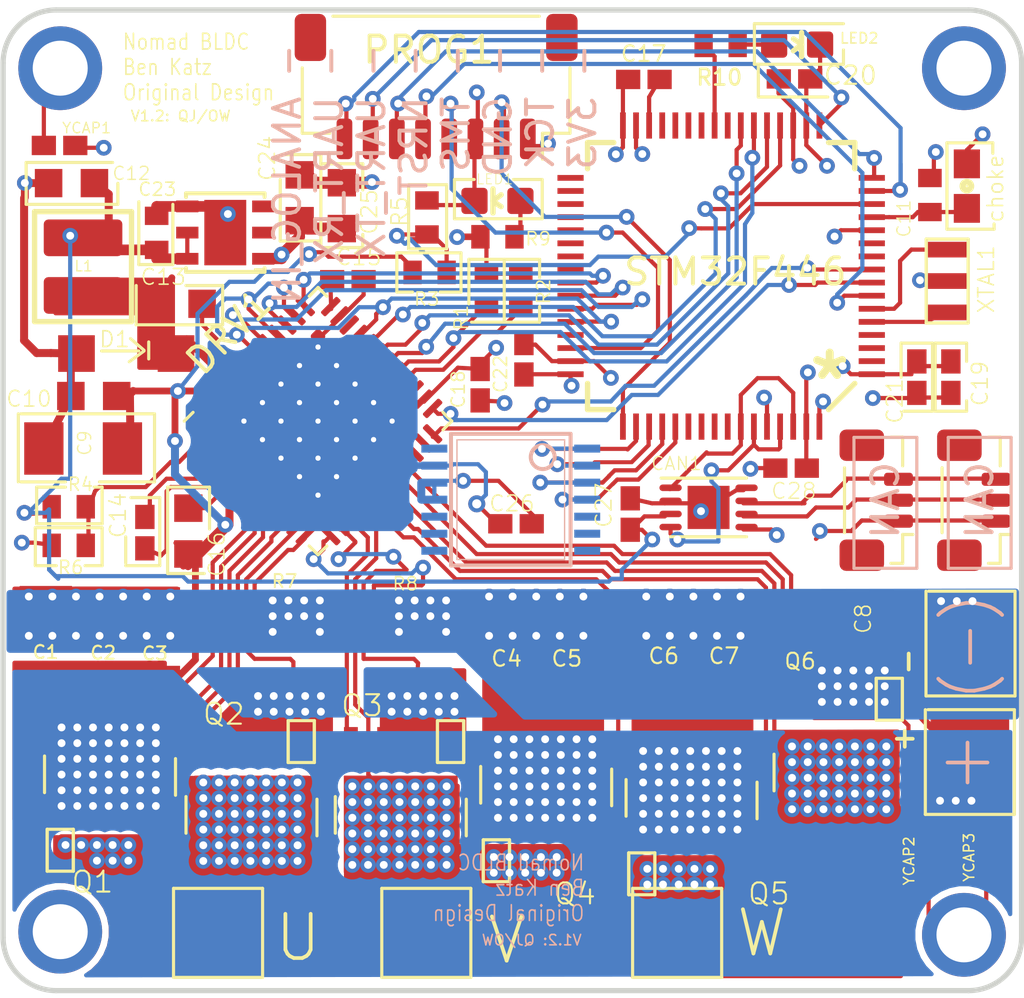
<source format=kicad_pcb>
(kicad_pcb (version 20171130) (host pcbnew "(5.1.2-1)-1")
  (layers (0 Top signal) (1 Route2 signal) (2 Route3 signal) (31 Bottom signal) (34 B.Paste user hide) (35 F.Paste user hide) (36 B.SilkS user hide) (37 F.SilkS user) (38 B.Mask user hide) (39 F.Mask user hide) (44 Edge.Cuts user))
  (net 0 "")
  (net 1 GND)
  (net 2 +24V)
  (net 3 N$5)
  (net 4 N$7)
  (net 5 /ENABLE)
  (net 6 /PWMA)
  (net 7 /PWMB)
  (net 8 /PWMC)
  (net 9 /SPI-NSS-DRV)
  (net 10 /SPI-SCK)
  (net 11 /SPI-MOSI)
  (net 12 /SPI-MISO)
  (net 13 /FAULT)
  (net 14 3.3V)
  (net 15 /I_A)
  (net 16 /I_B)
  (net 17 /GLC)
  (net 18 /PHASC)
  (net 19 /GHC)
  (net 20 /GHB)
  (net 21 /PHASB)
  (net 22 /GLB)
  (net 23 /SPB)
  (net 24 /SPA)
  (net 25 /GLA)
  (net 26 /PHASA)
  (net 27 /GHA)
  (net 28 +5V)
  (net 29 /CAN_TX)
  (net 30 /CAN_RX)
  (net 31 /TCK)
  (net 32 /SCK)
  (net 33 /MOSI)
  (net 34 /CS)
  (net 35 /MISO)
  (net 36 /TMS)
  (net 37 /USART_RX)
  (net 38 /INDICATOR)
  (net 39 /USART_TX)
  (net 40 /MCO)
  (net 41 /NRST)
  (net 42 "Net-(LED1-PadA)")
  (net 43 "Net-(LED2-PadA)")
  (net 44 /CANH)
  (net 45 /CANL)
  (net 46 /N$6)
  (net 47 /ALG_IN)
  (net 48 "Net-(C11-Pad1)")
  (net 49 "Net-(C13-Pad2)")
  (net 50 "Net-(C13-Pad1)")
  (net 51 "Net-(C14-Pad1)")
  (net 52 "Net-(DRV1-Pad1)")
  (net 53 "Net-(STM1-Pad6)")
  (net 54 "Net-(C14-Pad2)")
  (net 55 "Net-(C15-Pad1)")
  (net 56 "Net-(C16-Pad2)")
  (net 57 "Net-(C17-Pad2)")
  (net 58 "Net-(R3-Pad1)")
  (net 59 /N$4)
  (module Package_DFN_QFN:Texas_S-PVQFN-N48_EP5.15x5.15mm_Islands (layer Top) (at 169.3411 115.7786 45)
    (fp_text reference DRV1 (at 0 -4.82 45) (layer F.SilkS))
    (fp_text value DRV8323RH)
    (pad 49 thru_hole circle (at -2 -2 45) (size 0.5 0.5) (drill 0.2) (layers *.Cu) (net 1 GND))
    (pad 49 thru_hole circle (at -1 -2 45) (size 0.5 0.5) (drill 0.2) (layers *.Cu) (net 1 GND))
    (pad 49 thru_hole circle (at 0 -2 45) (size 0.5 0.5) (drill 0.2) (layers *.Cu) (net 1 GND))
    (pad 49 thru_hole circle (at 1 -2 45) (size 0.5 0.5) (drill 0.2) (layers *.Cu) (net 1 GND))
    (pad 49 thru_hole circle (at 2 -2 45) (size 0.5 0.5) (drill 0.2) (layers *.Cu) (net 1 GND))
    (pad 49 thru_hole circle (at -2 -1 45) (size 0.5 0.5) (drill 0.2) (layers *.Cu) (net 1 GND))
    (pad 49 thru_hole circle (at -1 -1 45) (size 0.5 0.5) (drill 0.2) (layers *.Cu) (net 1 GND))
    (pad 49 thru_hole circle (at 0 -1 45) (size 0.5 0.5) (drill 0.2) (layers *.Cu) (net 1 GND))
    (pad 49 thru_hole circle (at 1 -1 45) (size 0.5 0.5) (drill 0.2) (layers *.Cu) (net 1 GND))
    (pad 49 thru_hole circle (at 2 -1 45) (size 0.5 0.5) (drill 0.2) (layers *.Cu) (net 1 GND))
    (pad 49 thru_hole circle (at -2 0 45) (size 0.5 0.5) (drill 0.2) (layers *.Cu) (net 1 GND))
    (pad 49 thru_hole circle (at -1 0 45) (size 0.5 0.5) (drill 0.2) (layers *.Cu) (net 1 GND))
    (pad 49 thru_hole circle (at 0 0 45) (size 0.5 0.5) (drill 0.2) (layers *.Cu) (net 1 GND))
    (pad 49 thru_hole circle (at 1 0 45) (size 0.5 0.5) (drill 0.2) (layers *.Cu) (net 1 GND))
    (pad 49 thru_hole circle (at 2 0 45) (size 0.5 0.5) (drill 0.2) (layers *.Cu) (net 1 GND))
    (pad 49 thru_hole circle (at -2 1 45) (size 0.5 0.5) (drill 0.2) (layers *.Cu) (net 1 GND))
    (pad 49 thru_hole circle (at -1 1 45) (size 0.5 0.5) (drill 0.2) (layers *.Cu) (net 1 GND))
    (pad 49 thru_hole circle (at 0 1 45) (size 0.5 0.5) (drill 0.2) (layers *.Cu) (net 1 GND))
    (pad 49 thru_hole circle (at 1 1 45) (size 0.5 0.5) (drill 0.2) (layers *.Cu) (net 1 GND))
    (pad 49 thru_hole circle (at 2 1 45) (size 0.5 0.5) (drill 0.2) (layers *.Cu) (net 1 GND))
    (pad 49 thru_hole circle (at -2 2 45) (size 0.5 0.5) (drill 0.2) (layers *.Cu) (net 1 GND))
    (pad 49 thru_hole circle (at -1 2 45) (size 0.5 0.5) (drill 0.2) (layers *.Cu) (net 1 GND))
    (pad 49 thru_hole circle (at 0 2 45) (size 0.5 0.5) (drill 0.2) (layers *.Cu) (net 1 GND))
    (pad 49 thru_hole circle (at 1 2 45) (size 0.5 0.5) (drill 0.2) (layers *.Cu) (net 1 GND))
    (pad 49 thru_hole circle (at 2 2 45) (size 0.5 0.5) (drill 0.2) (layers *.Cu) (net 1 GND))
    (pad 49 smd custom (at -2.2875 -1.5 45) (size 0.371482 0.371482) (layers Top F.Paste) (net 1 GND) (options (clearance outline) (anchor circle)) (primitives (gr_poly (pts (xy -0.139692 -0.311015) (xy 0.063396 -0.311015) (xy 0.139692 -0.234719) (xy 0.139692 0.234719) (xy 0.063396 0.311015) (xy -0.139692 0.311015)) (width 0.184195))))
    (pad 49 smd custom (at -2.2875 -0.5 45) (size 0.371482 0.371482) (layers Top F.Paste) (net 1 GND) (options (clearance outline) (anchor circle)) (primitives (gr_poly (pts (xy -0.139692 -0.311015) (xy 0.063396 -0.311015) (xy 0.139692 -0.234719) (xy 0.139692 0.234719) (xy 0.063396 0.311015) (xy -0.139692 0.311015)) (width 0.184195))))
    (pad 49 smd custom (at -2.2875 0.5 45) (size 0.371482 0.371482) (layers Top F.Paste) (net 1 GND) (options (clearance outline) (anchor circle)) (primitives (gr_poly (pts (xy -0.139692 -0.311015) (xy 0.063396 -0.311015) (xy 0.139692 -0.234719) (xy 0.139692 0.234719) (xy 0.063396 0.311015) (xy -0.139692 0.311015)) (width 0.184195))))
    (pad 49 smd custom (at -2.2875 1.5 45) (size 0.371482 0.371482) (layers Top F.Paste) (net 1 GND) (options (clearance outline) (anchor circle)) (primitives (gr_poly (pts (xy -0.139692 -0.311015) (xy 0.063396 -0.311015) (xy 0.139692 -0.234719) (xy 0.139692 0.234719) (xy 0.063396 0.311015) (xy -0.139692 0.311015)) (width 0.184195))))
    (pad 49 smd custom (at 2.2875 -1.5 45) (size 0.371482 0.371482) (layers Top F.Paste) (net 1 GND) (options (clearance outline) (anchor circle)) (primitives (gr_poly (pts (xy -0.139692 -0.234719) (xy -0.063396 -0.311015) (xy 0.139692 -0.311015) (xy 0.139692 0.311015) (xy -0.063396 0.311015) (xy -0.139692 0.234719)) (width 0.184195))))
    (pad 49 smd custom (at 2.2875 -0.5 45) (size 0.371482 0.371482) (layers Top F.Paste) (net 1 GND) (options (clearance outline) (anchor circle)) (primitives (gr_poly (pts (xy -0.139692 -0.234719) (xy -0.063396 -0.311015) (xy 0.139692 -0.311015) (xy 0.139692 0.311015) (xy -0.063396 0.311015) (xy -0.139692 0.234719)) (width 0.184195))))
    (pad 49 smd custom (at 2.2875 0.5 45) (size 0.371482 0.371482) (layers Top F.Paste) (net 1 GND) (options (clearance outline) (anchor circle)) (primitives (gr_poly (pts (xy -0.139692 -0.234719) (xy -0.063396 -0.311015) (xy 0.139692 -0.311015) (xy 0.139692 0.311015) (xy -0.063396 0.311015) (xy -0.139692 0.234719)) (width 0.184195))))
    (pad 49 smd custom (at 2.2875 1.5 45) (size 0.371482 0.371482) (layers Top F.Paste) (net 1 GND) (options (clearance outline) (anchor circle)) (primitives (gr_poly (pts (xy -0.139692 -0.234719) (xy -0.063396 -0.311015) (xy 0.139692 -0.311015) (xy 0.139692 0.311015) (xy -0.063396 0.311015) (xy -0.139692 0.234719)) (width 0.184195))))
    (pad 49 smd custom (at -1.5 -2.2875 45) (size 0.371482 0.371482) (layers Top F.Paste) (net 1 GND) (options (clearance outline) (anchor circle)) (primitives (gr_poly (pts (xy -0.311015 -0.139692) (xy 0.311015 -0.139692) (xy 0.311015 0.063396) (xy 0.234719 0.139692) (xy -0.234719 0.139692) (xy -0.311015 0.063396)) (width 0.184195))))
    (pad 49 smd custom (at -0.5 -2.2875 45) (size 0.371482 0.371482) (layers Top F.Paste) (net 1 GND) (options (clearance outline) (anchor circle)) (primitives (gr_poly (pts (xy -0.311015 -0.139692) (xy 0.311015 -0.139692) (xy 0.311015 0.063396) (xy 0.234719 0.139692) (xy -0.234719 0.139692) (xy -0.311015 0.063396)) (width 0.184195))))
    (pad 49 smd custom (at 0.5 -2.2875 45) (size 0.371482 0.371482) (layers Top F.Paste) (net 1 GND) (options (clearance outline) (anchor circle)) (primitives (gr_poly (pts (xy -0.311015 -0.139692) (xy 0.311015 -0.139692) (xy 0.311015 0.063396) (xy 0.234719 0.139692) (xy -0.234719 0.139692) (xy -0.311015 0.063396)) (width 0.184195))))
    (pad 49 smd custom (at 1.5 -2.2875 45) (size 0.371482 0.371482) (layers Top F.Paste) (net 1 GND) (options (clearance outline) (anchor circle)) (primitives (gr_poly (pts (xy -0.311015 -0.139692) (xy 0.311015 -0.139692) (xy 0.311015 0.063396) (xy 0.234719 0.139692) (xy -0.234719 0.139692) (xy -0.311015 0.063396)) (width 0.184195))))
    (pad 49 smd custom (at -1.5 2.2875 45) (size 0.371482 0.371482) (layers Top F.Paste) (net 1 GND) (options (clearance outline) (anchor circle)) (primitives (gr_poly (pts (xy -0.311015 -0.063396) (xy -0.234719 -0.139692) (xy 0.234719 -0.139692) (xy 0.311015 -0.063396) (xy 0.311015 0.139692) (xy -0.311015 0.139692)) (width 0.184195))))
    (pad 49 smd custom (at -0.5 2.2875 45) (size 0.371482 0.371482) (layers Top F.Paste) (net 1 GND) (options (clearance outline) (anchor circle)) (primitives (gr_poly (pts (xy -0.311015 -0.063396) (xy -0.234719 -0.139692) (xy 0.234719 -0.139692) (xy 0.311015 -0.063396) (xy 0.311015 0.139692) (xy -0.311015 0.139692)) (width 0.184195))))
    (pad 49 smd custom (at 0.5 2.2875 45) (size 0.371482 0.371482) (layers Top F.Paste) (net 1 GND) (options (clearance outline) (anchor circle)) (primitives (gr_poly (pts (xy -0.311015 -0.063396) (xy -0.234719 -0.139692) (xy 0.234719 -0.139692) (xy 0.311015 -0.063396) (xy 0.311015 0.139692) (xy -0.311015 0.139692)) (width 0.184195))))
    (pad 49 smd custom (at 1.5 2.2875 45) (size 0.371482 0.371482) (layers Top F.Paste) (net 1 GND) (options (clearance outline) (anchor circle)) (primitives (gr_poly (pts (xy -0.311015 -0.063396) (xy -0.234719 -0.139692) (xy 0.234719 -0.139692) (xy 0.311015 -0.063396) (xy 0.311015 0.139692) (xy -0.311015 0.139692)) (width 0.184195))))
    (pad 49 smd custom (at -2.2875 -2.2875 45) (size 0.342366 0.342366) (layers Top F.Paste) (net 1 GND) (options (clearance outline) (anchor circle)) (primitives (gr_poly (pts (xy -0.115895 -0.115895) (xy 0.115895 -0.115895) (xy 0.115895 0.012362) (xy 0.012362 0.115895) (xy -0.115895 0.115895)) (width 0.23179))))
    (pad 49 smd custom (at -2.2875 2.2875 45) (size 0.342366 0.342366) (layers Top F.Paste) (net 1 GND) (options (clearance outline) (anchor circle)) (primitives (gr_poly (pts (xy -0.115895 -0.115895) (xy 0.012362 -0.115895) (xy 0.115895 -0.012362) (xy 0.115895 0.115895) (xy -0.115895 0.115895)) (width 0.23179))))
    (pad 49 smd custom (at 2.2875 -2.2875 45) (size 0.342366 0.342366) (layers Top F.Paste) (net 1 GND) (options (clearance outline) (anchor circle)) (primitives (gr_poly (pts (xy -0.115895 -0.115895) (xy 0.115895 -0.115895) (xy 0.115895 0.115895) (xy -0.012362 0.115895) (xy -0.115895 0.012362)) (width 0.23179))))
    (pad 49 smd custom (at 2.2875 2.2875 45) (size 0.342366 0.342366) (layers Top F.Paste) (net 1 GND) (options (clearance outline) (anchor circle)) (primitives (gr_poly (pts (xy -0.115895 -0.012362) (xy -0.012362 -0.115895) (xy 0.115895 -0.115895) (xy 0.115895 0.115895) (xy -0.115895 0.115895)) (width 0.23179))))
    (pad 1 smd roundrect (at -3.4375 -2.75 45) (size 0.875 0.25) (layers Top F.Paste F.Mask) (net 52 "Net-(DRV1-Pad1)"))
    (pad 2 smd roundrect (at -3.4375 -2.25 45) (size 0.875 0.25) (layers Top F.Paste F.Mask) (net 1 GND))
    (pad 3 smd roundrect (at -3.4375 -1.75 45) (size 0.875 0.25) (layers Top F.Paste F.Mask) (net 54 "Net-(C14-Pad2)"))
    (pad 4 smd roundrect (at -3.4375 -1.25 45) (size 0.875 0.25) (layers Top F.Paste F.Mask) (net 51 "Net-(C14-Pad1)"))
    (pad 5 smd roundrect (at -3.4375 -0.75 45) (size 0.875 0.25) (layers Top F.Paste F.Mask) (net 56 "Net-(C16-Pad2)"))
    (pad 6 smd roundrect (at -3.4375 -0.25 45) (size 0.875 0.25) (layers Top F.Paste F.Mask) (net 2 +24V))
    (pad 7 smd roundrect (at -3.4375 0.25 45) (size 0.875 0.25) (layers Top F.Paste F.Mask) (net 2 +24V))
    (pad 8 smd roundrect (at -3.4375 0.75 45) (size 0.875 0.25) (layers Top F.Paste F.Mask) (net 27 /GHA))
    (pad 9 smd roundrect (at -3.4375 1.25 45) (size 0.875 0.25) (layers Top F.Paste F.Mask) (net 26 /PHASA))
    (pad 10 smd roundrect (at -3.4375 1.75 45) (size 0.875 0.25) (layers Top F.Paste F.Mask) (net 25 /GLA))
    (pad 11 smd roundrect (at -3.4375 2.25 45) (size 0.875 0.25) (layers Top F.Paste F.Mask) (net 24 /SPA))
    (pad 12 smd roundrect (at -3.4375 2.75 45) (size 0.875 0.25) (layers Top F.Paste F.Mask) (net 1 GND))
    (pad 13 smd roundrect (at -2.75 3.4375 45) (size 0.25 0.875) (layers Top F.Paste F.Mask) (net 1 GND))
    (pad 14 smd roundrect (at -2.25 3.4375 45) (size 0.25 0.875) (layers Top F.Paste F.Mask) (net 23 /SPB))
    (pad 15 smd roundrect (at -1.75 3.4375 45) (size 0.25 0.875) (layers Top F.Paste F.Mask) (net 22 /GLB))
    (pad 16 smd roundrect (at -1.25 3.4375 45) (size 0.25 0.875) (layers Top F.Paste F.Mask) (net 21 /PHASB))
    (pad 17 smd roundrect (at -0.75 3.4375 45) (size 0.25 0.875) (layers Top F.Paste F.Mask) (net 20 /GHB))
    (pad 18 smd roundrect (at -0.25 3.4375 45) (size 0.25 0.875) (layers Top F.Paste F.Mask) (net 19 /GHC))
    (pad 19 smd roundrect (at 0.25 3.4375 45) (size 0.25 0.875) (layers Top F.Paste F.Mask) (net 18 /PHASC))
    (pad 20 smd roundrect (at 0.75 3.4375 45) (size 0.25 0.875) (layers Top F.Paste F.Mask) (net 17 /GLC))
    (pad 21 smd roundrect (at 1.25 3.4375 45) (size 0.25 0.875) (layers Top F.Paste F.Mask) (net 1 GND))
    (pad 22 smd roundrect (at 1.75 3.4375 45) (size 0.25 0.875) (layers Top F.Paste F.Mask) (net 1 GND))
    (pad 23 smd roundrect (at 2.25 3.4375 45) (size 0.25 0.875) (layers Top F.Paste F.Mask))
    (pad 24 smd roundrect (at 2.75 3.4375 45) (size 0.25 0.875) (layers Top F.Paste F.Mask) (net 16 /I_B))
    (pad 25 smd roundrect (at 3.4375 2.75 45) (size 0.875 0.25) (layers Top F.Paste F.Mask) (net 15 /I_A))
    (pad 26 smd roundrect (at 3.4375 2.25 45) (size 0.875 0.25) (layers Top F.Paste F.Mask) (net 14 3.3V))
    (pad 27 smd roundrect (at 3.4375 1.75 45) (size 0.875 0.25) (layers Top F.Paste F.Mask) (net 1 GND))
    (pad 28 smd roundrect (at 3.4375 1.25 45) (size 0.875 0.25) (layers Top F.Paste F.Mask) (net 13 /FAULT))
    (pad 29 smd roundrect (at 3.4375 0.75 45) (size 0.875 0.25) (layers Top F.Paste F.Mask) (net 12 /SPI-MISO))
    (pad 30 smd roundrect (at 3.4375 0.25 45) (size 0.875 0.25) (layers Top F.Paste F.Mask) (net 11 /SPI-MOSI))
    (pad 31 smd roundrect (at 3.4375 -0.25 45) (size 0.875 0.25) (layers Top F.Paste F.Mask) (net 10 /SPI-SCK))
    (pad 32 smd roundrect (at 3.4375 -0.75 45) (size 0.875 0.25) (layers Top F.Paste F.Mask) (net 9 /SPI-NSS-DRV))
    (pad 33 smd roundrect (at 3.4375 -1.25 45) (size 0.875 0.25) (layers Top F.Paste F.Mask) (net 5 /ENABLE))
    (pad 34 smd roundrect (at 3.4375 -1.75 45) (size 0.875 0.25) (layers Top F.Paste F.Mask))
    (pad 35 smd roundrect (at 3.4375 -2.25 45) (size 0.875 0.25) (layers Top F.Paste F.Mask) (net 1 GND))
    (pad 36 smd roundrect (at 3.4375 -2.75 45) (size 0.875 0.25) (layers Top F.Paste F.Mask) (net 55 "Net-(C15-Pad1)"))
    (pad 37 smd roundrect (at 2.75 -3.4375 45) (size 0.25 0.875) (layers Top F.Paste F.Mask) (net 8 /PWMC))
    (pad 38 smd roundrect (at 2.25 -3.4375 45) (size 0.25 0.875) (layers Top F.Paste F.Mask) (net 5 /ENABLE))
    (pad 39 smd roundrect (at 1.75 -3.4375 45) (size 0.25 0.875) (layers Top F.Paste F.Mask) (net 7 /PWMB))
    (pad 40 smd roundrect (at 1.25 -3.4375 45) (size 0.25 0.875) (layers Top F.Paste F.Mask) (net 5 /ENABLE))
    (pad 41 smd roundrect (at 0.75 -3.4375 45) (size 0.25 0.875) (layers Top F.Paste F.Mask) (net 6 /PWMA))
    (pad 42 smd roundrect (at 0.25 -3.4375 45) (size 0.25 0.875) (layers Top F.Paste F.Mask) (net 5 /ENABLE))
    (pad 43 smd roundrect (at -0.25 -3.4375 45) (size 0.25 0.875) (layers Top F.Paste F.Mask) (net 1 GND))
    (pad 44 smd roundrect (at -0.75 -3.4375 45) (size 0.25 0.875) (layers Top F.Paste F.Mask) (net 49 "Net-(C13-Pad2)"))
    (pad 45 smd roundrect (at -1.25 -3.4375 45) (size 0.25 0.875) (layers Top F.Paste F.Mask) (net 50 "Net-(C13-Pad1)"))
    (pad 46 smd roundrect (at -1.75 -3.4375 45) (size 0.25 0.875) (layers Top F.Paste F.Mask))
    (pad 47 smd roundrect (at -2.25 -3.4375 45) (size 0.25 0.875) (layers Top F.Paste F.Mask) (net 2 +24V))
    (pad 48 smd roundrect (at -2.75 -3.4375 45) (size 0.25 0.875) (layers Top F.Paste F.Mask))
    (pad 49 smd roundrect (at -1.5 -1.5 45) (size 0.806226 0.806226) (layers Top F.Paste) (net 1 GND))
    (pad 49 smd roundrect (at -0.5 -1.5 45) (size 0.806226 0.806226) (layers Top F.Paste) (net 1 GND))
    (pad 49 smd roundrect (at 0.5 -1.5 45) (size 0.806226 0.806226) (layers Top F.Paste) (net 1 GND))
    (pad 49 smd roundrect (at 1.5 -1.5 45) (size 0.806226 0.806226) (layers Top F.Paste) (net 1 GND))
    (pad 49 smd roundrect (at -1.5 -0.5 45) (size 0.806226 0.806226) (layers Top F.Paste) (net 1 GND))
    (pad 49 smd roundrect (at -0.5 -0.5 45) (size 0.806226 0.806226) (layers Top F.Paste) (net 1 GND))
    (pad 49 smd roundrect (at 0.5 -0.5 45) (size 0.806226 0.806226) (layers Top F.Paste) (net 1 GND))
    (pad 49 smd roundrect (at 1.5 -0.5 45) (size 0.806226 0.806226) (layers Top F.Paste) (net 1 GND))
    (pad 49 smd roundrect (at -1.5 0.5 45) (size 0.806226 0.806226) (layers Top F.Paste) (net 1 GND))
    (pad 49 smd roundrect (at -0.5 0.5 45) (size 0.806226 0.806226) (layers Top F.Paste) (net 1 GND))
    (pad 49 smd roundrect (at 0.5 0.5 45) (size 0.806226 0.806226) (layers Top F.Paste) (net 1 GND))
    (pad 49 smd roundrect (at 1.5 0.5 45) (size 0.806226 0.806226) (layers Top F.Paste) (net 1 GND))
    (pad 49 smd roundrect (at -1.5 1.5 45) (size 0.806226 0.806226) (layers Top F.Paste) (net 1 GND))
    (pad 49 smd roundrect (at -0.5 1.5 45) (size 0.806226 0.806226) (layers Top F.Paste) (net 1 GND))
    (pad 49 smd roundrect (at 0.5 1.5 45) (size 0.806226 0.806226) (layers Top F.Paste) (net 1 GND))
    (pad 49 smd roundrect (at 1.5 1.5 45) (size 0.806226 0.806226) (layers Top F.Paste) (net 1 GND))
  )
  (module HKCV4:C0603K (layer Top) (at 170.25 107.55 90)
    (fp_text reference C25 (at -1.15 1.4 90) (layer F.SilkS) (effects (font (size 0.6 0.6) (thickness 0.06)) (justify left bottom)))
    (fp_text value 22uf)
    (pad 2 smd rect (at 0.875 0 90) (size 1.05 1.08) (layers Top F.Paste F.Mask) (net 1 GND))
    (pad 1 smd rect (at -0.875 0 90) (size 1.05 1.08) (layers Top F.Paste F.Mask) (net 14 3.3V))
  )
  (module HKCV4:TRANS_TPH5900CNH,L1Q (layer Top) (at 189.25 129.2 270)
    (fp_text reference Q6 (at -4.6 0.85) (layer F.SilkS) (effects (font (size 0.6 0.6) (thickness 0.08)) (justify right top)))
    (fp_text value TPH)
    (pad 8 smd rect (at 2.69 -1.905 270) (size 1.33 0.53) (layers Top F.Paste F.Mask) (net 18 /PHASC))
    (pad 7 smd rect (at 2.69 -0.635 270) (size 1.33 0.53) (layers Top F.Paste F.Mask) (net 18 /PHASC))
    (pad 6 smd rect (at 2.69 0.635 270) (size 1.33 0.53) (layers Top F.Paste F.Mask) (net 18 /PHASC))
    (pad 5 smd rect (at 2.69 1.905 270) (size 1.33 0.53) (layers Top F.Paste F.Mask) (net 18 /PHASC))
    (pad EP smd rect (at 0.35 0 270) (size 3.7 4.35) (layers Top F.Mask) (net 18 /PHASC))
    (pad 4 smd rect (at -2.79 1.905 270) (size 1.13 0.53) (layers Top F.Paste F.Mask) (net 17 /GLC))
    (pad 3 smd rect (at -2.79 0.635 270) (size 1.13 0.53) (layers Top F.Paste F.Mask) (net 1 GND))
    (pad 2 smd rect (at -2.79 -0.635 270) (size 1.13 0.53) (layers Top F.Paste F.Mask) (net 1 GND))
    (pad 1 smd rect (at -2.79 -1.905 270) (size 1.13 0.53) (layers Top F.Paste F.Mask) (net 1 GND))
  )
  (module HKCV4:TRANS_TPH5900CNH,L1Q (layer Top) (at 183.6011 130.2686 90)
    (fp_text reference Q5 (at -4.0314 2.0989 180) (layer F.SilkS) (effects (font (size 0.8 0.8) (thickness 0.080234)) (justify left bottom)))
    (fp_text value TPH)
    (pad 8 smd rect (at 2.69 -1.905 90) (size 1.33 0.53) (layers Top F.Paste F.Mask) (net 2 +24V))
    (pad 7 smd rect (at 2.69 -0.635 90) (size 1.33 0.53) (layers Top F.Paste F.Mask) (net 2 +24V))
    (pad 6 smd rect (at 2.69 0.635 90) (size 1.33 0.53) (layers Top F.Paste F.Mask) (net 2 +24V))
    (pad 5 smd rect (at 2.69 1.905 90) (size 1.33 0.53) (layers Top F.Paste F.Mask) (net 2 +24V))
    (pad EP smd rect (at 0.35 0 90) (size 3.7 4.35) (layers Top F.Mask) (net 2 +24V))
    (pad 4 smd rect (at -2.79 1.905 90) (size 1.13 0.53) (layers Top F.Paste F.Mask) (net 19 /GHC))
    (pad 3 smd rect (at -2.79 0.635 90) (size 1.13 0.53) (layers Top F.Paste F.Mask) (net 18 /PHASC))
    (pad 2 smd rect (at -2.79 -0.635 90) (size 1.13 0.53) (layers Top F.Paste F.Mask) (net 18 /PHASC))
    (pad 1 smd rect (at -2.79 -1.905 90) (size 1.13 0.53) (layers Top F.Paste F.Mask) (net 18 /PHASC))
  )
  (module HKCV4:TRANS_TPH5900CNH,L1Q (layer Top) (at 178.0511 129.7686 90)
    (fp_text reference Q4 (at -4.5314 0.2489 180) (layer F.SilkS) (effects (font (size 0.8 0.8) (thickness 0.080234)) (justify left bottom)))
    (fp_text value TPH)
    (pad 8 smd rect (at 2.69 -1.905 90) (size 1.33 0.53) (layers Top F.Paste F.Mask) (net 2 +24V))
    (pad 7 smd rect (at 2.69 -0.635 90) (size 1.33 0.53) (layers Top F.Paste F.Mask) (net 2 +24V))
    (pad 6 smd rect (at 2.69 0.635 90) (size 1.33 0.53) (layers Top F.Paste F.Mask) (net 2 +24V))
    (pad 5 smd rect (at 2.69 1.905 90) (size 1.33 0.53) (layers Top F.Paste F.Mask) (net 2 +24V))
    (pad EP smd rect (at 0.35 0 90) (size 3.7 4.35) (layers Top F.Mask) (net 2 +24V))
    (pad 4 smd rect (at -2.79 1.905 90) (size 1.13 0.53) (layers Top F.Paste F.Mask) (net 20 /GHB))
    (pad 3 smd rect (at -2.79 0.635 90) (size 1.13 0.53) (layers Top F.Paste F.Mask) (net 21 /PHASB))
    (pad 2 smd rect (at -2.79 -0.635 90) (size 1.13 0.53) (layers Top F.Paste F.Mask) (net 21 /PHASB))
    (pad 1 smd rect (at -2.79 -1.905 90) (size 1.13 0.53) (layers Top F.Paste F.Mask) (net 21 /PHASB))
  )
  (module HKCV4:TRANS_TPH5900CNH,L1Q (layer Top) (at 172.5011 130.8186 270)
    (fp_text reference Q3 (at -4.6436 0.6261) (layer F.SilkS) (effects (font (size 0.8 0.8) (thickness 0.080234)) (justify right top)))
    (fp_text value TPH)
    (pad 8 smd rect (at 2.69 -1.905 270) (size 1.33 0.53) (layers Top F.Paste F.Mask) (net 21 /PHASB))
    (pad 7 smd rect (at 2.69 -0.635 270) (size 1.33 0.53) (layers Top F.Paste F.Mask) (net 21 /PHASB))
    (pad 6 smd rect (at 2.69 0.635 270) (size 1.33 0.53) (layers Top F.Paste F.Mask) (net 21 /PHASB))
    (pad 5 smd rect (at 2.69 1.905 270) (size 1.33 0.53) (layers Top F.Paste F.Mask) (net 21 /PHASB))
    (pad EP smd rect (at 0.35 0 270) (size 3.7 4.35) (layers Top F.Mask) (net 21 /PHASB))
    (pad 4 smd rect (at -2.79 1.905 270) (size 1.13 0.53) (layers Top F.Paste F.Mask) (net 22 /GLB))
    (pad 3 smd rect (at -2.79 0.635 270) (size 1.13 0.53) (layers Top F.Paste F.Mask) (net 23 /SPB))
    (pad 2 smd rect (at -2.79 -0.635 270) (size 1.13 0.53) (layers Top F.Paste F.Mask) (net 23 /SPB))
    (pad 1 smd rect (at -2.79 -1.905 270) (size 1.13 0.53) (layers Top F.Paste F.Mask) (net 23 /SPB))
  )
  (module HKCV4:TRANS_TPH5900CNH,L1Q (layer Top) (at 166.8011 130.8186 270)
    (fp_text reference Q2 (at -4.3186 0.2011) (layer F.SilkS) (effects (font (size 0.8 0.8) (thickness 0.080234)) (justify right top)))
    (fp_text value TPH hide)
    (pad 8 smd rect (at 2.69 -1.905 270) (size 1.33 0.53) (layers Top F.Paste F.Mask) (net 26 /PHASA))
    (pad 7 smd rect (at 2.69 -0.635 270) (size 1.33 0.53) (layers Top F.Paste F.Mask) (net 26 /PHASA))
    (pad 6 smd rect (at 2.69 0.635 270) (size 1.33 0.53) (layers Top F.Paste F.Mask) (net 26 /PHASA))
    (pad 5 smd rect (at 2.69 1.905 270) (size 1.33 0.53) (layers Top F.Paste F.Mask) (net 26 /PHASA))
    (pad EP smd rect (at 0.35 0 270) (size 3.7 4.35) (layers Top F.Mask) (net 26 /PHASA))
    (pad 4 smd rect (at -2.79 1.905 270) (size 1.13 0.53) (layers Top F.Paste F.Mask) (net 25 /GLA))
    (pad 3 smd rect (at -2.79 0.635 270) (size 1.13 0.53) (layers Top F.Paste F.Mask) (net 24 /SPA))
    (pad 2 smd rect (at -2.79 -0.635 270) (size 1.13 0.53) (layers Top F.Paste F.Mask) (net 24 /SPA))
    (pad 1 smd rect (at -2.79 -1.905 270) (size 1.13 0.53) (layers Top F.Paste F.Mask) (net 24 /SPA))
  )
  (module HKCV4:TRANS_TPH5900CNH,L1Q (layer Top) (at 161.4011 129.3686 90)
    (fp_text reference Q1 (at -4.4814 -1.5261 180) (layer F.SilkS) (effects (font (size 0.8 0.8) (thickness 0.080234)) (justify left bottom)))
    (fp_text value TPH hide)
    (pad 8 smd rect (at 2.69 -1.905 90) (size 1.33 0.53) (layers Top F.Paste F.Mask) (net 2 +24V))
    (pad 7 smd rect (at 2.69 -0.635 90) (size 1.33 0.53) (layers Top F.Paste F.Mask) (net 2 +24V))
    (pad 6 smd rect (at 2.69 0.635 90) (size 1.33 0.53) (layers Top F.Paste F.Mask) (net 2 +24V))
    (pad 5 smd rect (at 2.69 1.905 90) (size 1.33 0.53) (layers Top F.Paste F.Mask) (net 2 +24V))
    (pad EP smd rect (at 0.35 0 90) (size 3.7 4.35) (layers Top F.Mask) (net 2 +24V))
    (pad 4 smd rect (at -2.79 1.905 90) (size 1.13 0.53) (layers Top F.Paste F.Mask) (net 27 /GHA))
    (pad 3 smd rect (at -2.79 0.635 90) (size 1.13 0.53) (layers Top F.Paste F.Mask) (net 26 /PHASA))
    (pad 2 smd rect (at -2.79 -0.635 90) (size 1.13 0.53) (layers Top F.Paste F.Mask) (net 26 /PHASA))
    (pad 1 smd rect (at -2.79 -1.905 90) (size 1.13 0.53) (layers Top F.Paste F.Mask) (net 26 /PHASA))
  )
  (module TestPoint:TestPoint_Pad_3.0x3.5mm (layer Top) (at 194.25 125.175 90)
    (fp_text reference U$2 hide)
    (fp_text value 18_AWG_PAD)
    (pad 1 smd rect (at 0.9 0 90) (size 3.5 3) (layers Top F.Mask) (net 1 GND))
  )
  (module TestPoint:TestPoint_Pad_3.0x3.5mm (layer Top) (at 194.225 129.7 90)
    (fp_text reference U$1 hide)
    (fp_text value 18_AWG_PAD)
    (pad 1 smd rect (at 0.9 0 90) (size 3.5 3) (layers Top F.Mask) (net 2 +24V))
  )
  (module Connector_JST:JST_SUR_BM03B-SURS-TF_1x03-1MP_P0.80mm_Vertical (layer Top) (at 190.65 118.8 90)
    (fp_text reference SER1 hide)
    (fp_text value ?M03B-SRSS-TBS)
    (pad MP smd roundrect (at 2.1 -0.55 90) (size 1.2 1.7) (layers Top F.Paste F.Mask) (roundrect_rratio 0.208333))
    (pad MP smd roundrect (at -2.1 -0.55 90) (size 1.2 1.7) (layers Top F.Paste F.Mask) (roundrect_rratio 0.208333))
    (pad 3 smd roundrect (at 0.8 0.85 90) (size 0.5 1.1) (layers Top F.Paste F.Mask) (net 44 /CANH))
    (pad 2 smd roundrect (at 0 0.85 90) (size 0.5 1.1) (layers Top F.Paste F.Mask) (net 45 /CANL))
    (pad 1 smd roundrect (at -0.8 0.85 90) (size 0.5 1.1) (layers Top F.Paste F.Mask) (net 1 GND))
  )
  (module Connector_JST:JST_SUR_BM03B-SURS-TF_1x03-1MP_P0.80mm_Vertical (layer Top) (at 194.375 118.8 90)
    (fp_text reference SER2 hide)
    (fp_text value ?M03B-SRSS-TBS)
    (pad MP smd roundrect (at 2.1 -0.55 90) (size 1.2 1.7) (layers Top F.Paste F.Mask) (roundrect_rratio 0.208333))
    (pad MP smd roundrect (at -2.1 -0.55 90) (size 1.2 1.7) (layers Top F.Paste F.Mask) (roundrect_rratio 0.208333))
    (pad 3 smd roundrect (at 0.8 0.85 90) (size 0.5 1.1) (layers Top F.Paste F.Mask) (net 44 /CANH))
    (pad 2 smd roundrect (at 0 0.85 90) (size 0.5 1.1) (layers Top F.Paste F.Mask) (net 45 /CANL))
    (pad 1 smd roundrect (at -0.8 0.85 90) (size 0.5 1.1) (layers Top F.Paste F.Mask) (net 1 GND))
  )
  (module HKCV4:SDR0302 (layer Top) (at 160.3711 109.8786)
    (fp_text reference L1 (at -0.3625 0.2132) (layer F.SilkS) (effects (font (size 0.4 0.4) (thickness 0.05)) (justify left bottom)))
    (fp_text value 22uH)
    (pad 2 smd roundrect (at 0 1.1) (size 3 1.4) (layers Top F.Paste F.Mask) (roundrect_rratio 0.125) (net 50 "Net-(C13-Pad1)"))
    (pad 1 smd roundrect (at 0 -1.1) (size 3 1.4) (layers Top F.Paste F.Mask) (roundrect_rratio 0.125) (net 28 +5V))
  )
  (module HKCV4:C0603K (layer Top) (at 160.7811 114.8186 180)
    (fp_text reference C10 (at 1.56498 0.24116 180) (layer F.SilkS) (effects (font (size 0.6 0.6) (thickness 0.06)) (justify right top)))
    (fp_text value ".1 uF")
    (pad 2 smd rect (at 0.875 0 180) (size 1.05 1.08) (layers Top F.Paste F.Mask) (net 1 GND))
    (pad 1 smd rect (at -0.875 0 180) (size 1.05 1.08) (layers Top F.Paste F.Mask) (net 2 +24V))
  )
  (module HKCV4:C0603K (layer Top) (at 159.9311 106.6886 180)
    (fp_text reference C12 (at -3.0439 0.6636 180) (layer F.SilkS) (effects (font (size 0.5 0.5) (thickness 0.05)) (justify right top)))
    (fp_text value "22 uF")
    (pad 2 smd rect (at 0.875 0 180) (size 1.05 1.08) (layers Top F.Paste F.Mask) (net 1 GND))
    (pad 1 smd rect (at -0.875 0 180) (size 1.05 1.08) (layers Top F.Paste F.Mask) (net 28 +5V))
  )
  (module HKCV4:R0402 (layer Top) (at 159.825 119.05 180)
    (fp_text reference R4 (at -0.975 1.15 180) (layer F.SilkS) (effects (font (size 0.5 0.5) (thickness 0.06)) (justify right top)))
    (fp_text value 54.9k)
    (pad 2 smd rect (at 0.65 0 180) (size 0.7 0.9) (layers Top F.Paste F.Mask) (net 28 +5V))
    (pad 1 smd rect (at -0.65 0 180) (size 0.7 0.9) (layers Top F.Paste F.Mask) (net 52 "Net-(DRV1-Pad1)"))
  )
  (module HKCV4:R0402 (layer Top) (at 159.825 120.525)
    (fp_text reference R6 (at -0.45314 1.1362) (layer F.SilkS) (effects (font (size 0.5 0.5) (thickness 0.06)) (justify left bottom)))
    (fp_text value 10k)
    (pad 2 smd rect (at 0.65 0) (size 0.7 0.9) (layers Top F.Paste F.Mask) (net 52 "Net-(DRV1-Pad1)"))
    (pad 1 smd rect (at -0.65 0) (size 0.7 0.9) (layers Top F.Paste F.Mask) (net 1 GND))
  )
  (module HKCV4:C0603K (layer Top) (at 164.0411 111.2986)
    (fp_text reference C13 (at -1.5179 -0.6734) (layer F.SilkS) (effects (font (size 0.6 0.6) (thickness 0.06)) (justify left bottom)))
    (fp_text value ".1 uF")
    (pad 2 smd rect (at 0.875 0) (size 1.05 1.08) (layers Top F.Paste F.Mask) (net 49 "Net-(C13-Pad2)"))
    (pad 1 smd rect (at -0.875 0) (size 1.05 1.08) (layers Top F.Paste F.Mask) (net 50 "Net-(C13-Pad1)"))
  )
  (module HKCV4:C0402K (layer Top) (at 162.7311 120.0386 90)
    (fp_text reference C14 (at -0.25384 -0.67526 90) (layer F.SilkS) (effects (font (size 0.6 0.6) (thickness 0.06)) (justify left bottom)))
    (fp_text value "47 nF")
    (pad 2 smd rect (at 0.6 0 90) (size 0.925 0.74) (layers Top F.Paste F.Mask) (net 54 "Net-(C14-Pad2)"))
    (pad 1 smd rect (at -0.6 0 90) (size 0.925 0.74) (layers Top F.Paste F.Mask) (net 51 "Net-(C14-Pad1)"))
  )
  (module HKCV4:C0603K (layer Top) (at 164.3911 119.9786 90)
    (fp_text reference C16 (at -1.7964 1.4339 90) (layer F.SilkS) (effects (font (size 0.6 0.6) (thickness 0.06)) (justify left bottom)))
    (fp_text value "1 uF")
    (pad 2 smd rect (at 0.875 0 90) (size 1.05 1.08) (layers Top F.Paste F.Mask) (net 56 "Net-(C16-Pad2)"))
    (pad 1 smd rect (at -0.875 0 90) (size 1.05 1.08) (layers Top F.Paste F.Mask) (net 2 +24V))
  )
  (module HKCV4:C0402K (layer Top) (at 170.4811 110.3786)
    (fp_text reference C15 (at -0.49538 -0.50524) (layer F.SilkS) (effects (font (size 0.6 0.6) (thickness 0.06)) (justify left bottom)))
    (fp_text value "1 uF")
    (pad 2 smd rect (at 0.6 0) (size 0.925 0.74) (layers Top F.Paste F.Mask) (net 1 GND))
    (pad 1 smd rect (at -0.6 0) (size 0.925 0.74) (layers Top F.Paste F.Mask) (net 55 "Net-(C15-Pad1)"))
  )
  (module HKCV4:R0402 (layer Top) (at 175.7711 110.7986 270)
    (fp_text reference R1 (at 0.5014 0.6711 90) (layer F.SilkS) (effects (font (size 0.5 0.5) (thickness 0.06)) (justify right bottom)))
    (fp_text value 10k)
    (pad 2 smd rect (at 0.65 0 270) (size 0.7 0.9) (layers Top F.Paste F.Mask) (net 12 /SPI-MISO))
    (pad 1 smd rect (at -0.65 0 270) (size 0.7 0.9) (layers Top F.Paste F.Mask) (net 14 3.3V))
  )
  (module HKCV4:R0402 (layer Top) (at 177.0811 110.7986 90)
    (fp_text reference R2 (at -0.55812 1.1647 90) (layer F.SilkS) (effects (font (size 0.5 0.5) (thickness 0.06)) (justify left bottom)))
    (fp_text value 10k)
    (pad 2 smd rect (at 0.65 0 90) (size 0.7 0.9) (layers Top F.Paste F.Mask) (net 14 3.3V))
    (pad 1 smd rect (at -0.65 0 90) (size 0.7 0.9) (layers Top F.Paste F.Mask) (net 13 /FAULT))
  )
  (module HKCV4:C0402K (layer Top) (at 175.5311 114.3886 270)
    (fp_text reference C18 (at -0.5886 1.1311 270) (layer F.SilkS) (effects (font (size 0.5 0.5) (thickness 0.06)) (justify right top)))
    (fp_text value 100nF)
    (pad 2 smd rect (at 0.6 0 270) (size 0.925 0.74) (layers Top F.Paste F.Mask) (net 1 GND))
    (pad 1 smd rect (at -0.6 0 270) (size 0.925 0.74) (layers Top F.Paste F.Mask) (net 14 3.3V))
  )
  (module HKCV4:TQFP64 (layer Top) (at 184.7311 110.2386 90)
    (fp_text reference STM1 hide)
    (fp_text value STM32F446RET6)
    (pad 58 smd rect (at -5.75 0.75) (size 0.22 1) (layers Top F.Paste F.Mask) (net 29 /CAN_TX))
    (pad 60 smd rect (at -5.75 1.75) (size 0.22 1) (layers Top F.Paste F.Mask) (net 1 GND))
    (pad 62 smd rect (at -5.75 2.75) (size 0.22 1) (layers Top F.Paste F.Mask) (net 29 /CAN_TX))
    (pad 64 smd rect (at -5.75 3.75) (size 0.22 1) (layers Top F.Paste F.Mask) (net 14 3.3V))
    (pad 63 smd rect (at -5.75 3.25) (size 0.22 1) (layers Top F.Paste F.Mask) (net 1 GND))
    (pad 61 smd rect (at -5.75 2.25) (size 0.22 1) (layers Top F.Paste F.Mask) (net 30 /CAN_RX))
    (pad 59 smd rect (at -5.75 1.25) (size 0.22 1) (layers Top F.Paste F.Mask) (net 30 /CAN_RX))
    (pad 49 smd rect (at -5.75 -3.75) (size 0.22 1) (layers Top F.Paste F.Mask) (net 31 /TCK))
    (pad 51 smd rect (at -5.75 -2.75) (size 0.22 1) (layers Top F.Paste F.Mask) (net 32 /SCK))
    (pad 53 smd rect (at -5.75 -1.75) (size 0.22 1) (layers Top F.Paste F.Mask) (net 33 /MOSI))
    (pad 55 smd rect (at -5.75 -0.75) (size 0.22 1) (layers Top F.Paste F.Mask))
    (pad 50 smd rect (at -5.75 -3.25) (size 0.22 1) (layers Top F.Paste F.Mask) (net 34 /CS))
    (pad 52 smd rect (at -5.75 -2.25) (size 0.22 1) (layers Top F.Paste F.Mask) (net 35 /MISO))
    (pad 54 smd rect (at -5.75 -1.25) (size 0.22 1) (layers Top F.Paste F.Mask))
    (pad 57 smd rect (at -5.75 0.25) (size 0.22 1) (layers Top F.Paste F.Mask))
    (pad 56 smd rect (at -5.75 -0.25) (size 0.22 1) (layers Top F.Paste F.Mask))
    (pad 42 smd rect (at -0.75 -5.75 270) (size 0.22 1) (layers Top F.Paste F.Mask) (net 7 /PWMB))
    (pad 44 smd rect (at -1.75 -5.75 270) (size 0.22 1) (layers Top F.Paste F.Mask) (net 5 /ENABLE))
    (pad 46 smd rect (at -2.75 -5.75 270) (size 0.22 1) (layers Top F.Paste F.Mask) (net 36 /TMS))
    (pad 48 smd rect (at -3.75 -5.75 270) (size 0.22 1) (layers Top F.Paste F.Mask) (net 14 3.3V))
    (pad 47 smd rect (at -3.25 -5.75 270) (size 0.22 1) (layers Top F.Paste F.Mask) (net 1 GND))
    (pad 45 smd rect (at -2.25 -5.75 270) (size 0.22 1) (layers Top F.Paste F.Mask))
    (pad 43 smd rect (at -1.25 -5.75 270) (size 0.22 1) (layers Top F.Paste F.Mask) (net 6 /PWMA))
    (pad 33 smd rect (at 3.75 -5.75 270) (size 0.22 1) (layers Top F.Paste F.Mask))
    (pad 35 smd rect (at 2.75 -5.75 270) (size 0.22 1) (layers Top F.Paste F.Mask))
    (pad 37 smd rect (at 1.75 -5.75 270) (size 0.22 1) (layers Top F.Paste F.Mask))
    (pad 39 smd rect (at 0.75 -5.75 270) (size 0.22 1) (layers Top F.Paste F.Mask))
    (pad 34 smd rect (at 3.25 -5.75 270) (size 0.22 1) (layers Top F.Paste F.Mask))
    (pad 36 smd rect (at 2.25 -5.75 270) (size 0.22 1) (layers Top F.Paste F.Mask))
    (pad 38 smd rect (at 1.25 -5.75 270) (size 0.22 1) (layers Top F.Paste F.Mask))
    (pad 41 smd rect (at -0.25 -5.75 270) (size 0.22 1) (layers Top F.Paste F.Mask) (net 8 /PWMC))
    (pad 40 smd rect (at 0.25 -5.75 270) (size 0.22 1) (layers Top F.Paste F.Mask))
    (pad 26 smd rect (at 5.75 -0.75 180) (size 0.22 1) (layers Top F.Paste F.Mask))
    (pad 28 smd rect (at 5.75 -1.75 180) (size 0.22 1) (layers Top F.Paste F.Mask))
    (pad 30 smd rect (at 5.75 -2.75 180) (size 0.22 1) (layers Top F.Paste F.Mask) (net 57 "Net-(C17-Pad2)"))
    (pad 32 smd rect (at 5.75 -3.75 180) (size 0.22 1) (layers Top F.Paste F.Mask) (net 14 3.3V))
    (pad 31 smd rect (at 5.75 -3.25 180) (size 0.22 1) (layers Top F.Paste F.Mask) (net 1 GND))
    (pad 29 smd rect (at 5.75 -2.25 180) (size 0.22 1) (layers Top F.Paste F.Mask))
    (pad 27 smd rect (at 5.75 -1.25 180) (size 0.22 1) (layers Top F.Paste F.Mask))
    (pad 17 smd rect (at 5.75 3.75 180) (size 0.22 1) (layers Top F.Paste F.Mask) (net 37 /USART_RX))
    (pad 19 smd rect (at 5.75 2.75 180) (size 0.22 1) (layers Top F.Paste F.Mask) (net 14 3.3V))
    (pad 21 smd rect (at 5.75 1.75 180) (size 0.22 1) (layers Top F.Paste F.Mask) (net 10 /SPI-SCK))
    (pad 23 smd rect (at 5.75 0.75 180) (size 0.22 1) (layers Top F.Paste F.Mask) (net 11 /SPI-MOSI))
    (pad 18 smd rect (at 5.75 3.25 180) (size 0.22 1) (layers Top F.Paste F.Mask) (net 1 GND))
    (pad 20 smd rect (at 5.75 2.25 180) (size 0.22 1) (layers Top F.Paste F.Mask) (net 9 /SPI-NSS-DRV))
    (pad 22 smd rect (at 5.75 1.25 180) (size 0.22 1) (layers Top F.Paste F.Mask) (net 12 /SPI-MISO))
    (pad 25 smd rect (at 5.75 -0.25 180) (size 0.22 1) (layers Top F.Paste F.Mask) (net 38 /INDICATOR))
    (pad 24 smd rect (at 5.75 0.25 180) (size 0.22 1) (layers Top F.Paste F.Mask))
    (pad 10 smd rect (at 0.75 5.75 90) (size 0.22 1) (layers Top F.Paste F.Mask))
    (pad 12 smd rect (at 1.75 5.75 90) (size 0.22 1) (layers Top F.Paste F.Mask) (net 1 GND))
    (pad 14 smd rect (at 2.75 5.75 90) (size 0.22 1) (layers Top F.Paste F.Mask) (net 58 "Net-(R3-Pad1)"))
    (pad 16 smd rect (at 3.75 5.75 90) (size 0.22 1) (layers Top F.Paste F.Mask) (net 39 /USART_TX))
    (pad 15 smd rect (at 3.25 5.75 90) (size 0.22 1) (layers Top F.Paste F.Mask) (net 47 /ALG_IN))
    (pad 13 smd rect (at 2.25 5.75 90) (size 0.22 1) (layers Top F.Paste F.Mask) (net 48 "Net-(C11-Pad1)"))
    (pad 11 smd rect (at 1.25 5.75 90) (size 0.22 1) (layers Top F.Paste F.Mask))
    (pad 1 smd rect (at -3.75 5.75 90) (size 0.22 1) (layers Top F.Paste F.Mask) (net 14 3.3V))
    (pad 3 smd rect (at -2.75 5.75 90) (size 0.22 1) (layers Top F.Paste F.Mask))
    (pad 5 smd rect (at -1.75 5.75 90) (size 0.22 1) (layers Top F.Paste F.Mask) (net 40 /MCO))
    (pad 7 smd rect (at -0.75 5.75 90) (size 0.22 1) (layers Top F.Paste F.Mask) (net 41 /NRST))
    (pad 2 smd rect (at -3.25 5.75 90) (size 0.22 1) (layers Top F.Paste F.Mask))
    (pad 4 smd rect (at -2.25 5.75 90) (size 0.22 1) (layers Top F.Paste F.Mask))
    (pad 6 smd rect (at -1.25 5.75 90) (size 0.22 1) (layers Top F.Paste F.Mask) (net 53 "Net-(STM1-Pad6)"))
    (pad 9 smd rect (at 0.25 5.75 90) (size 0.22 1) (layers Top F.Paste F.Mask) (net 16 /I_B))
    (pad 8 smd rect (at -0.25 5.75 90) (size 0.22 1) (layers Top F.Paste F.Mask) (net 15 /I_A))
  )
  (module HKCV4:R0402 (layer Top) (at 173.6011 110.0986 180)
    (fp_text reference R3 (at -0.41814 -0.72472 180) (layer F.SilkS) (effects (font (size 0.5 0.5) (thickness 0.06)) (justify right top)))
    (fp_text value 150k)
    (pad 2 smd rect (at 0.65 0 180) (size 0.7 0.9) (layers Top F.Paste F.Mask) (net 2 +24V))
    (pad 1 smd rect (at -0.65 0 180) (size 0.7 0.9) (layers Top F.Paste F.Mask) (net 58 "Net-(R3-Pad1)"))
  )
  (module HKCV4:R0402 (layer Top) (at 173.5 108 270)
    (fp_text reference R5 (at -0.85 1.4 270) (layer F.SilkS) (effects (font (size 0.6 0.6) (thickness 0.06)) (justify right top)))
    (fp_text value 10k)
    (pad 2 smd rect (at 0.65 0 270) (size 0.7 0.9) (layers Top F.Paste F.Mask) (net 58 "Net-(R3-Pad1)"))
    (pad 1 smd rect (at -0.65 0 270) (size 0.7 0.9) (layers Top F.Paste F.Mask) (net 1 GND))
  )
  (module HKCV4:0603 (layer Top) (at 194.1111 106.8036 270)
    (fp_text reference CHOKE1 hide)
    (fp_text value 600r)
    (pad 2 smd rect (at 0.85 0 270) (size 1.1 1) (layers Top F.Paste F.Mask) (net 48 "Net-(C11-Pad1)"))
    (pad 1 smd rect (at -0.85 0 270) (size 1.1 1) (layers Top F.Paste F.Mask) (net 14 3.3V))
  )
  (module HKCV4:C0402K (layer Top) (at 181.7811 102.7286)
    (fp_text reference C17 (at -0.9311 -0.6286) (layer F.SilkS) (effects (font (size 0.6 0.6) (thickness 0.08128)) (justify left bottom)))
    (fp_text value 4.7)
    (pad 2 smd rect (at 0.6 0) (size 0.925 0.74) (layers Top F.Paste F.Mask) (net 57 "Net-(C17-Pad2)"))
    (pad 1 smd rect (at -0.6 0) (size 0.925 0.74) (layers Top F.Paste F.Mask) (net 14 3.3V))
  )
  (module HKCV4:C0402K (layer Top) (at 193.5 114.1 270)
    (fp_text reference C19 (at -0.6686 -0.7589 270) (layer F.SilkS) (effects (font (size 0.6 0.6) (thickness 0.06)) (justify right top)))
    (fp_text value 1uF)
    (pad 2 smd rect (at 0.6 0 270) (size 0.925 0.74) (layers Top F.Paste F.Mask) (net 1 GND))
    (pad 1 smd rect (at -0.6 0 270) (size 0.925 0.74) (layers Top F.Paste F.Mask) (net 14 3.3V))
  )
  (module HKCV4:C0402K (layer Top) (at 187.5311 102.7086)
    (fp_text reference C20 (at 1.06266 0.27628) (layer F.SilkS) (effects (font (size 0.7 0.7) (thickness 0.08128)) (justify left bottom)))
    (fp_text value 100nF)
    (pad 2 smd rect (at 0.6 0) (size 0.925 0.74) (layers Top F.Paste F.Mask) (net 1 GND))
    (pad 1 smd rect (at -0.6 0) (size 0.925 0.74) (layers Top F.Paste F.Mask) (net 14 3.3V))
  )
  (module HKCV4:C0402K (layer Top) (at 192.2 114.1 270)
    (fp_text reference C21 (at 0 1.1911 270) (layer F.SilkS) (effects (font (size 0.6 0.6) (thickness 0.06)) (justify right top)))
    (fp_text value 100nF)
    (pad 2 smd rect (at 0.6 0 270) (size 0.925 0.74) (layers Top F.Paste F.Mask) (net 1 GND))
    (pad 1 smd rect (at -0.6 0 270) (size 0.925 0.74) (layers Top F.Paste F.Mask) (net 14 3.3V))
  )
  (module HKCV4:C0402K (layer Top) (at 177.2011 113.3986 90)
    (fp_text reference C22 (at -1.34648 -0.60122 90) (layer F.SilkS) (effects (font (size 0.5 0.5) (thickness 0.06)) (justify left bottom)))
    (fp_text value 100nF)
    (pad 2 smd rect (at 0.6 0 90) (size 0.925 0.74) (layers Top F.Paste F.Mask) (net 1 GND))
    (pad 1 smd rect (at -0.6 0 90) (size 0.925 0.74) (layers Top F.Paste F.Mask) (net 14 3.3V))
  )
  (module HKCV4:LED-0603 (layer Top) (at 176.1911 107.3686 90)
    (fp_text reference LED1 (at 1.05632 0.62214 180) (layer F.SilkS) (effects (font (size 0.38608 0.38608) (thickness 0.032512)) (justify right top)))
    (fp_text value G)
    (pad A smd roundrect (at 0 0.877 90) (size 1 1) (layers Top F.Paste F.Mask) (roundrect_rratio 0.15) (net 42 "Net-(LED1-PadA)"))
    (pad C smd roundrect (at 0 -0.877 90) (size 1 1) (layers Top F.Paste F.Mask) (roundrect_rratio 0.15) (net 1 GND))
  )
  (module HKCV4:R0402 (layer Top) (at 176.1911 108.7386 180)
    (fp_text reference R9 (at -2.0801 0.21652 180) (layer F.SilkS) (effects (font (size 0.5 0.5) (thickness 0.06)) (justify right top)))
    (fp_text value 200)
    (pad 2 smd rect (at 0.65 0 180) (size 0.7 0.9) (layers Top F.Paste F.Mask) (net 14 3.3V))
    (pad 1 smd rect (at -0.65 0 180) (size 0.7 0.9) (layers Top F.Paste F.Mask) (net 42 "Net-(LED1-PadA)"))
  )
  (module HKCV4:LED-0603 (layer Top) (at 187.6311 101.3986 270)
    (fp_text reference LED2 (at -0.00884 -1.59766) (layer F.SilkS) (effects (font (size 0.4 0.4) (thickness 0.06)) (justify left bottom)))
    (fp_text value G)
    (pad A smd roundrect (at 0 0.877 270) (size 1 1) (layers Top F.Paste F.Mask) (roundrect_rratio 0.15) (net 43 "Net-(LED2-PadA)"))
    (pad C smd roundrect (at 0 -0.877 270) (size 1 1) (layers Top F.Paste F.Mask) (roundrect_rratio 0.15) (net 1 GND))
  )
  (module HKCV4:R0402 (layer Top) (at 184.7111 101.4286 180)
    (fp_text reference R10 (at -0.8889 -0.8714 180) (layer F.SilkS) (effects (font (size 0.6 0.6) (thickness 0.1016)) (justify right top)))
    (fp_text value 200)
    (pad 2 smd rect (at 0.65 0 180) (size 0.7 0.9) (layers Top F.Paste F.Mask) (net 38 /INDICATOR))
    (pad 1 smd rect (at -0.65 0 180) (size 0.7 0.9) (layers Top F.Paste F.Mask) (net 43 "Net-(LED2-PadA)"))
  )
  (module HKCV4:CSTCE (layer Top) (at 193.3611 110.4286 90)
    (fp_text reference XTAL1 (at -1.2714 1.8389 90) (layer F.SilkS) (effects (font (size 0.6 0.6) (thickness 0.06)) (justify left bottom)))
    (fp_text value CSTCE)
    (pad 3 smd rect (at 1.2 0 180) (size 1.6 0.6) (layers Top F.Paste F.Mask) (net 53 "Net-(STM1-Pad6)"))
    (pad 2 smd rect (at 0 0 180) (size 1.6 0.6) (layers Top F.Paste F.Mask) (net 1 GND))
    (pad 1 smd rect (at -1.2 0 180) (size 1.6 0.6) (layers Top F.Paste F.Mask) (net 40 /MCO))
  )
  (module HKCV4:C0402 (layer Top) (at 192.7 107.1436 90)
    (fp_text reference C11 (at -1.6564 -0.7 90) (layer F.SilkS) (effects (font (size 0.5 0.5) (thickness 0.05)) (justify left bottom)))
    (fp_text value 100nF)
    (pad 2 smd rect (at 0.65 0 90) (size 0.7 0.9) (layers Top F.Paste F.Mask) (net 1 GND))
    (pad 1 smd rect (at -0.65 0 90) (size 0.7 0.9) (layers Top F.Paste F.Mask) (net 48 "Net-(C11-Pad1)"))
  )
  (module HKCV4:R1210 (layer Top) (at 173.2611 124.8086 270)
    (fp_text reference R8 (at -3.1086 0.0611) (layer F.SilkS) (effects (font (size 0.5 0.5) (thickness 0.06)) (justify right top)))
    (fp_text value .001 hide)
    (pad 2 smd rect (at 1.4 0 270) (size 1.6 2.7) (layers Top F.Paste F.Mask) (net 23 /SPB))
    (pad 1 smd rect (at -1.4 0 270) (size 1.6 2.7) (layers Top F.Paste F.Mask) (net 1 GND))
  )
  (module HKCV4:C0402K (layer Top) (at 187.4 117.575)
    (fp_text reference C28 (at -0.8 1.225) (layer F.SilkS) (effects (font (size 0.6 0.6) (thickness 0.05)) (justify left bottom)))
    (fp_text value ".1 uF")
    (pad 2 smd rect (at 0.6 0) (size 0.925 0.74) (layers Top F.Paste F.Mask) (net 1 GND))
    (pad 1 smd rect (at -0.6 0) (size 0.925 0.74) (layers Top F.Paste F.Mask) (net 14 3.3V))
  )
  (module HKCV4:C0402K (layer Top) (at 181.2611 119.3286 90)
    (fp_text reference C27 (at -0.5714 -0.6611 90) (layer F.SilkS) (effects (font (size 0.6 0.6) (thickness 0.06)) (justify left bottom)))
    (fp_text value ".1 uF")
    (pad 2 smd rect (at 0.6 0 90) (size 0.925 0.74) (layers Top F.Paste F.Mask) (net 1 GND))
    (pad 1 smd rect (at -0.6 0 90) (size 0.925 0.74) (layers Top F.Paste F.Mask) (net 28 +5V))
  )
  (module HKCV4:DFN6-3X3 (layer Top) (at 165.8011 108.5786 180)
    (fp_text reference LDFM1 hide)
    (fp_text value LDFM)
    (pad EXP smd rect (at 0 0 180) (size 1.6 2.5) (layers Top F.Mask) (net 1 GND))
    (pad 3 smd rect (at -1.45 1 180) (size 0.85 0.45) (layers Top F.Mask))
    (pad 2 smd rect (at -1.45 0 180) (size 0.85 0.45) (layers Top F.Mask))
    (pad 1 smd rect (at -1.45 -1 180) (size 0.85 0.45) (layers Top F.Mask) (net 14 3.3V))
    (pad 6 smd rect (at 1.45 -1 180) (size 0.85 0.45) (layers Top F.Mask) (net 28 +5V))
    (pad 5 smd rect (at 1.45 0 180) (size 0.85 0.45) (layers Top F.Mask) (net 28 +5V))
    (pad 4 smd rect (at 1.45 1 180) (size 0.85 0.45) (layers Top F.Mask) (net 1 GND))
  )
  (module HKCV4:C0402 (layer Top) (at 163.1811 108.5886 90)
    (fp_text reference C23 (at 1.37208 -0.73918 180) (layer F.SilkS) (effects (font (size 0.5 0.5) (thickness 0.06)) (justify left bottom)))
    (fp_text value 1uf)
    (pad 2 smd rect (at 0.65 0 90) (size 0.7 0.9) (layers Top F.Paste F.Mask) (net 1 GND))
    (pad 1 smd rect (at -0.65 0 90) (size 0.7 0.9) (layers Top F.Paste F.Mask) (net 28 +5V))
  )
  (module HKCV4:C0603K (layer Top) (at 168.6411 107.2486 90)
    (fp_text reference C24 (at 0.5986 -0.8911 90) (layer F.SilkS) (effects (font (size 0.6 0.6) (thickness 0.06)) (justify left bottom)))
    (fp_text value 22uf)
    (pad 2 smd rect (at 0.875 0 90) (size 1.05 1.08) (layers Top F.Paste F.Mask) (net 1 GND))
    (pad 1 smd rect (at -0.875 0 90) (size 1.05 1.08) (layers Top F.Paste F.Mask) (net 14 3.3V))
  )
  (module HKCV4:R1210 (layer Top) (at 168.6611 124.8286 270)
    (fp_text reference R7 (at -3.2286 0.0611) (layer F.SilkS) (effects (font (size 0.5 0.5) (thickness 0.075)) (justify right top)))
    (fp_text value .001 hide)
    (pad 2 smd rect (at 1.4 0 270) (size 1.6 2.7) (layers Top F.Paste F.Mask) (net 24 /SPA))
    (pad 1 smd rect (at -1.4 0 270) (size 1.6 2.7) (layers Top F.Paste F.Mask) (net 1 GND))
  )
  (module HKCV4:C1206K (layer Top) (at 176.8311 124.6286 90)
    (fp_text reference C4 (at -0.5714 -0.9311 180) (layer F.SilkS) (effects (font (size 0.6 0.6) (thickness 0.08128)) (justify left bottom)))
    (fp_text value 10 hide)
    (pad 2 smd rect (at 1.5 0 90) (size 1.5 2) (layers Top F.Paste F.Mask) (net 1 GND))
    (pad 1 smd rect (at -1.5 0 90) (size 1.5 2) (layers Top F.Paste F.Mask) (net 2 +24V))
  )
  (module HKCV4:C1206K (layer Top) (at 163.075 124.375 90)
    (fp_text reference C3 (at -0.5714 -0.5011 180) (layer F.SilkS) (effects (font (size 0.5 0.5) (thickness 0.08128)) (justify left bottom)))
    (fp_text value 10 hide)
    (pad 2 smd rect (at 1.5 0 90) (size 1.5 2) (layers Top F.Paste F.Mask) (net 1 GND))
    (pad 1 smd rect (at -1.5 0 90) (size 1.5 2) (layers Top F.Paste F.Mask) (net 2 +24V))
  )
  (module HKCV4:C1206K (layer Top) (at 161.05 124.35 90)
    (fp_text reference C2 (at -0.5714 -0.4511 180) (layer F.SilkS) (effects (font (size 0.5 0.5) (thickness 0.08128)) (justify left bottom)))
    (fp_text value 10 hide)
    (pad 2 smd rect (at 1.5 0 90) (size 1.5 2) (layers Top F.Paste F.Mask) (net 1 GND))
    (pad 1 smd rect (at -1.5 0 90) (size 1.5 2) (layers Top F.Paste F.Mask) (net 2 +24V))
  )
  (module HKCV4:C1206K (layer Top) (at 184.8911 124.7786 90)
    (fp_text reference C7 (at -0.3214 -0.6911 180) (layer F.SilkS) (effects (font (size 0.6 0.6) (thickness 0.08128)) (justify left bottom)))
    (fp_text value 10 hide)
    (pad 2 smd rect (at 1.5 0 90) (size 1.5 2) (layers Top F.Paste F.Mask) (net 1 GND))
    (pad 1 smd rect (at -1.5 0 90) (size 1.5 2) (layers Top F.Paste F.Mask) (net 2 +24V))
  )
  (module HKCV4:C1206K (layer Top) (at 182.7911 124.7786 90)
    (fp_text reference C6 (at -0.3214 -0.8911 180) (layer F.SilkS) (effects (font (size 0.6 0.6) (thickness 0.08128)) (justify left bottom)))
    (fp_text value 10 hide)
    (pad 2 smd rect (at 1.5 0 90) (size 1.5 2) (layers Top F.Paste F.Mask) (net 1 GND))
    (pad 1 smd rect (at -1.5 0 90) (size 1.5 2) (layers Top F.Paste F.Mask) (net 2 +24V))
  )
  (module HKCV4:C1206K (layer Top) (at 178.7711 124.6286 90)
    (fp_text reference C5 (at -0.5714 -0.5711 180) (layer F.SilkS) (effects (font (size 0.6 0.6) (thickness 0.08128)) (justify left bottom)))
    (fp_text value 10)
    (pad 2 smd rect (at 1.5 0 90) (size 1.5 2) (layers Top F.Paste F.Mask) (net 1 GND))
    (pad 1 smd rect (at -1.5 0 90) (size 1.5 2) (layers Top F.Paste F.Mask) (net 2 +24V))
  )
  (module HKCV4:C1206K (layer Top) (at 158.95 124.325 90)
    (fp_text reference C1 (at -0.5714 -0.5511 180) (layer F.SilkS) (effects (font (size 0.5 0.5) (thickness 0.08128)) (justify left bottom)))
    (fp_text value 10)
    (pad 2 smd rect (at 1.5 0 90) (size 1.5 2) (layers Top F.Paste F.Mask) (net 1 GND))
    (pad 1 smd rect (at -1.5 0 90) (size 1.5 2) (layers Top F.Paste F.Mask) (net 2 +24V))
  )
  (module HKCV4:C1206K (layer Top) (at 190.05 123.225 180)
    (fp_text reference C8 (at 0.25 0.525 270) (layer F.SilkS) (effects (font (size 0.6 0.6) (thickness 0.06)) (justify right top)))
    (fp_text value 10)
    (pad 2 smd rect (at 1.5 0 180) (size 1.5 2) (layers Top F.Paste F.Mask) (net 1 GND))
    (pad 1 smd rect (at -1.5 0 180) (size 1.5 2) (layers Top F.Paste F.Mask) (net 2 +24V))
  )
  (module HKCV4:C1206K (layer Top) (at 160.375 116.825 180)
    (fp_text reference C9 (at 0.23562 0.72924 270) (layer F.SilkS) (effects (font (size 0.5 0.5) (thickness 0.05)) (justify right top)))
    (fp_text value "10 uF, 50v")
    (pad 2 smd rect (at 1.5 0 180) (size 1.5 2) (layers Top F.Paste F.Mask) (net 1 GND))
    (pad 1 smd rect (at -1.5 0 180) (size 1.5 2) (layers Top F.Paste F.Mask) (net 2 +24V))
  )
  (module HKCV4:C0402K (layer Top) (at 176.9 119.7 180)
    (fp_text reference C26 (at -0.75354 1.12592 180) (layer F.SilkS) (effects (font (size 0.6 0.6) (thickness 0.06)) (justify right top)))
    (fp_text value ".1 uF")
    (pad 2 smd rect (at 0.6 0 180) (size 0.925 0.74) (layers Top F.Paste F.Mask) (net 1 GND))
    (pad 1 smd rect (at -0.6 0 180) (size 0.925 0.74) (layers Top F.Paste F.Mask) (net 14 3.3V))
  )
  (module HKCV4:C0402K (layer Top) (at 159.475 105.25 180)
    (fp_text reference YCAP1 (at -2 0.9 180) (layer F.SilkS) (effects (font (size 0.4 0.4) (thickness 0.05)) (justify right top)))
    (fp_text value 100nF)
    (pad 2 smd rect (at 0.6 0 180) (size 0.925 0.74) (layers Top F.Paste F.Mask) (net 59 /N$4))
    (pad 1 smd rect (at -0.6 0 180) (size 0.925 0.74) (layers Top F.Paste F.Mask) (net 1 GND))
  )
  (module HKCV4:C0402K (layer Top) (at 192.675 132.375 270)
    (fp_text reference YCAP2 (at -0.775 1.0061 270) (layer F.SilkS) (effects (font (size 0.4 0.4) (thickness 0.06)) (justify right top)))
    (fp_text value 100nF)
    (pad 2 smd rect (at 0.6 0 270) (size 0.925 0.74) (layers Top F.Paste F.Mask) (net 46 /N$6))
    (pad 1 smd rect (at -0.6 0 270) (size 0.925 0.74) (layers Top F.Paste F.Mask) (net 1 GND))
  )
  (module HKCV4:C0402K (layer Top) (at 195.05 132.275 270)
    (fp_text reference YCAP3 (at -0.81 1.09 270) (layer F.SilkS) (effects (font (size 0.4 0.4) (thickness 0.06)) (justify right top)))
    (fp_text value 100nF)
    (pad 2 smd rect (at 0.6 0 270) (size 0.925 0.74) (layers Top F.Paste F.Mask) (net 46 /N$6))
    (pad 1 smd rect (at -0.6 0 270) (size 0.925 0.74) (layers Top F.Paste F.Mask) (net 2 +24V))
  )
  (module TestPoint:TestPoint_Pad_3.0x3.0mm (layer Top) (at 183.05 135.325)
    (fp_text reference U$5 hide)
    (fp_text value 18_AWG_PAD)
    (pad 1 smd rect (at 0 0) (size 3 3) (layers Top F.Mask) (net 18 /PHASC))
  )
  (module Package_DFN_QFN:TDFN-8-1EP_3x2mm_P0.5mm_EP1.80x1.65mm (layer Top) (at 184.25 119.075)
    (fp_text reference CAN1 (at -1.225 -1.675) (layer F.SilkS) (effects (font (size 0.5 0.5) (thickness 0.05))))
    (fp_text value MCP2542)
    (pad 9 smd rect (at 0 0) (size 1.6 1.65) (layers Top F.Mask) (net 1 GND))
    (pad 5 smd oval (at 1.45 0.75) (size 0.85 0.25) (layers Top F.Paste F.Mask) (net 14 3.3V))
    (pad 6 smd oval (at 1.45 0.25) (size 0.85 0.25) (layers Top F.Paste F.Mask) (net 45 /CANL))
    (pad 7 smd oval (at 1.45 -0.25) (size 0.85 0.25) (layers Top F.Paste F.Mask) (net 44 /CANH))
    (pad 8 smd oval (at 1.45 -0.75) (size 0.85 0.25) (layers Top F.Paste F.Mask) (net 1 GND))
    (pad 4 smd oval (at -1.45 0.75) (size 0.85 0.25) (layers Top F.Paste F.Mask) (net 30 /CAN_RX))
    (pad 3 smd oval (at -1.45 0.25) (size 0.85 0.25) (layers Top F.Paste F.Mask) (net 28 +5V))
    (pad 2 smd oval (at -1.45 -0.25) (size 0.85 0.25) (layers Top F.Paste F.Mask) (net 1 GND))
    (pad 1 smd oval (at -1.45 -0.75) (size 0.85 0.25) (layers Top F.Paste F.Mask) (net 29 /CAN_TX))
  )
  (module TestPoint:TestPoint_Pad_3.0x3.0mm (layer Top) (at 173.475 135.325)
    (fp_text reference U$4 hide)
    (fp_text value 18_AWG_PAD)
    (pad 1 smd rect (at 0 0) (size 3 3) (layers Top F.Mask) (net 21 /PHASB))
  )
  (module Connector_JST:JST_SH_SM08B-SRSS-TB_1x08-1MP_P1.00mm_Horizontal (layer Top) (at 173.85 103 180)
    (fp_text reference PROG1 (at 0.275 1.4) (layer F.SilkS))
    (fp_text value Conn_01x08)
    (pad MP smd roundrect (at 4.8 1.875 180) (size 1.2 1.8) (layers Top F.Paste F.Mask) (roundrect_rratio 0.208333))
    (pad MP smd roundrect (at -4.8 1.875 180) (size 1.2 1.8) (layers Top F.Paste F.Mask) (roundrect_rratio 0.208333))
    (pad 8 smd roundrect (at 3.5 -2 180) (size 0.6 1.55) (layers Top F.Paste F.Mask) (net 47 /ALG_IN))
    (pad 7 smd roundrect (at 2.5 -2 180) (size 0.6 1.55) (layers Top F.Paste F.Mask) (net 37 /USART_RX))
    (pad 6 smd roundrect (at 1.5 -2 180) (size 0.6 1.55) (layers Top F.Paste F.Mask) (net 39 /USART_TX))
    (pad 5 smd roundrect (at 0.5 -2 180) (size 0.6 1.55) (layers Top F.Paste F.Mask) (net 41 /NRST))
    (pad 4 smd roundrect (at -0.5 -2 180) (size 0.6 1.55) (layers Top F.Paste F.Mask) (net 36 /TMS))
    (pad 3 smd roundrect (at -1.5 -2 180) (size 0.6 1.55) (layers Top F.Paste F.Mask) (net 1 GND))
    (pad 2 smd roundrect (at -2.5 -2 180) (size 0.6 1.55) (layers Top F.Paste F.Mask) (net 31 /TCK))
    (pad 1 smd roundrect (at -3.5 -2 180) (size 0.6 1.55) (layers Top F.Paste F.Mask) (net 14 3.3V))
  )
  (module HKCV4:SOD123 (layer Top) (at 162.0211 113.1986 180)
    (fp_text reference D1 (at -0.17698 0.897 180) (layer F.SilkS) (effects (font (size 0.6 0.6) (thickness 0.06)) (justify right top)))
    (fp_text value DIODE-SOD123)
    (pad A smd rect (at 1.9 0 180) (size 1.4 1.4) (layers Top F.Paste F.Mask) (net 1 GND))
    (pad C smd rect (at -1.9 0 180) (size 1.4 1.4) (layers Top F.Paste F.Mask) (net 50 "Net-(C13-Pad1)"))
  )
  (module TestPoint:TestPoint_Pad_3.0x3.0mm (layer Top) (at 165.525 135.325)
    (fp_text reference U$3 hide)
    (fp_text value test_point)
    (pad 1 smd rect (at 0 0) (size 3 3) (layers Top F.Mask) (net 26 /PHASA))
  )
  (module HKCV4:TSSOP14 (layer Bottom) (at 176.7 118.7786 270)
    (fp_text reference AS5047P1 hide)
    (fp_text value AS5047P)
    (pad 14 smd rect (at -1.95 2.9178 270) (size 0.3048 0.9906) (layers Bottom B.Paste B.Mask))
    (pad 13 smd rect (at -1.3 2.9178 270) (size 0.3048 0.9906) (layers Bottom B.Paste B.Mask) (net 1 GND))
    (pad 12 smd rect (at -0.65 2.9178 270) (size 0.3048 0.9906) (layers Bottom B.Paste B.Mask) (net 14 3.3V))
    (pad 11 smd rect (at 0 2.9178 270) (size 0.3048 0.9906) (layers Bottom B.Paste B.Mask) (net 14 3.3V))
    (pad 10 smd rect (at 0.65 2.9178 270) (size 0.3048 0.9906) (layers Bottom B.Paste B.Mask))
    (pad 9 smd rect (at 1.3 2.9178 270) (size 0.3048 0.9906) (layers Bottom B.Paste B.Mask))
    (pad 8 smd rect (at 1.95 2.9178 270) (size 0.3048 0.9906) (layers Bottom B.Paste B.Mask))
    (pad 7 smd rect (at 1.95 -2.9178 270) (size 0.3048 0.9906) (layers Bottom B.Paste B.Mask))
    (pad 6 smd rect (at 1.3 -2.9178 270) (size 0.3048 0.9906) (layers Bottom B.Paste B.Mask))
    (pad 5 smd rect (at 0.65 -2.9178 270) (size 0.3048 0.9906) (layers Bottom B.Paste B.Mask))
    (pad 4 smd rect (at 0 -2.9178 270) (size 0.3048 0.9906) (layers Bottom B.Paste B.Mask) (net 33 /MOSI))
    (pad 3 smd rect (at -0.65 -2.9178 270) (size 0.3048 0.9906) (layers Bottom B.Paste B.Mask) (net 35 /MISO))
    (pad 2 smd rect (at -1.3 -2.9178 270) (size 0.3048 0.9906) (layers Bottom B.Paste B.Mask) (net 32 /SCK))
    (pad 1 smd rect (at -1.95 -2.9178 270) (size 0.3048 0.9906) (layers Bottom B.Paste B.Mask) (net 34 /CS))
  )
  (gr_line (start 192.2 116.4) (end 192.2 121.4) (layer B.SilkS) (width 0.12))
  (gr_line (start 192.2 121.4) (end 189.8 121.4) (layer B.SilkS) (width 0.12))
  (gr_line (start 189.8 121.4) (end 189.8 116.4) (layer B.SilkS) (width 0.12))
  (gr_line (start 189.8 116.4) (end 192.2 116.4) (layer B.SilkS) (width 0.12))
  (gr_text CAN (at 191 118.8 90) (layer B.SilkS) (effects (font (size 1 1)) (justify mirror)))
  (gr_text CAN (at 194.6 118.8 90) (layer B.SilkS) (effects (font (size 1 1)) (justify mirror)))
  (gr_line (start 193.4 116.4) (end 195.8 116.4) (layer B.SilkS) (width 0.12))
  (gr_line (start 193.4 121.4) (end 193.4 116.4) (layer B.SilkS) (width 0.12))
  (gr_line (start 195.8 121.4) (end 193.4 121.4) (layer B.SilkS) (width 0.12))
  (gr_line (start 195.8 116.4) (end 195.8 121.4) (layer B.SilkS) (width 0.12))
  (gr_text "- ANALOG_IN\n- UART_RX\n- UART_TX\n- NRST\n- TMS\n- GND\n- TCK\n- 3V3\n" (at 173.8 101.3 90) (layer B.SilkS) (effects (font (size 1 1)) (justify left mirror)))
  (gr_text "Nomad BLDC\nBen Katz\nOriginal Design" (at 179.545714 134.925) (layer B.SilkS) (effects (font (size 0.6 0.5) (thickness 0.06)) (justify left bottom mirror)))
  (gr_text "V1.2: QJ/OW" (at 177.5 135.6) (layer B.SilkS) (effects (font (size 0.4 0.4) (thickness 0.06)) (justify mirror)))
  (gr_line (start 169.55 109.15) (end 171.05 109.15) (layer F.SilkS) (width 0.12))
  (gr_line (start 171.05 108.65) (end 171.05 109.15) (layer F.SilkS) (width 0.12))
  (gr_line (start 171.05 105.95) (end 171.05 106.95) (layer F.SilkS) (width 0.12))
  (gr_line (start 169.45 105.95) (end 171.05 105.95) (layer F.SilkS) (width 0.12))
  (gr_line (start 167.9 108.9) (end 167.9 106.55) (layer F.SilkS) (width 0.12))
  (gr_line (start 169.45 108.9) (end 167.9 108.9) (layer F.SilkS) (width 0.12))
  (gr_line (start 169.45 105.6) (end 169.45 109.1) (layer F.SilkS) (width 0.12))
  (gr_line (start 169.45 105.6) (end 167.95 105.6) (layer F.SilkS) (width 0.12))
  (gr_line (start 195.15 108.45) (end 195.15 108.25) (layer F.SilkS) (width 0.12))
  (gr_line (start 193.35 108.45) (end 195.15 108.45) (layer F.SilkS) (width 0.12))
  (gr_line (start 193.35 105.15) (end 193.35 108.45) (layer F.SilkS) (width 0.12))
  (gr_line (start 195.1 105.15) (end 193.35 105.15) (layer F.SilkS) (width 0.12))
  (gr_line (start 195.1 105.55) (end 195.1 105.15) (layer F.SilkS) (width 0.12))
  (gr_line (start 186.15 103.4) (end 186.15 102.15) (layer F.SilkS) (width 0.12))
  (gr_line (start 188.8 103.4) (end 186.15 103.4) (layer F.SilkS) (width 0.12))
  (gr_line (start 189.4 102.15) (end 189.4 101.6) (layer F.SilkS) (width 0.12))
  (gr_line (start 186 102.15) (end 189.4 102.15) (layer F.SilkS) (width 0.12))
  (gr_line (start 186 100.6) (end 186 102.15) (layer F.SilkS) (width 0.12))
  (gr_line (start 189.4 100.6) (end 186 100.6) (layer F.SilkS) (width 0.12))
  (gr_line (start 158.55 121.3) (end 159.35 121.3) (layer F.SilkS) (width 0.12))
  (gr_line (start 158.55 121.25) (end 158.55 121.3) (layer F.SilkS) (width 0.12))
  (gr_line (start 158.55 119.85) (end 158.55 121.25) (layer F.SilkS) (width 0.12))
  (gr_line (start 161.1 119.85) (end 158.55 119.85) (layer F.SilkS) (width 0.12))
  (gr_line (start 161.1 121.3) (end 161.1 119.85) (layer F.SilkS) (width 0.12))
  (gr_line (start 160.45 121.3) (end 161.1 121.3) (layer F.SilkS) (width 0.12))
  (gr_line (start 174.25 106.75) (end 172.8 106.75) (layer F.SilkS) (width 0.12))
  (gr_line (start 174.25 109.2) (end 174.25 106.75) (layer F.SilkS) (width 0.12))
  (gr_line (start 172.8 109.2) (end 174.25 109.2) (layer F.SilkS) (width 0.12))
  (gr_line (start 172.8 106.75) (end 172.8 109.2) (layer F.SilkS) (width 0.12))
  (gr_line (start 172.35 110.85) (end 172.95 110.85) (layer F.SilkS) (width 0.12))
  (gr_line (start 172.35 109.35) (end 172.35 110.85) (layer F.SilkS) (width 0.12))
  (gr_line (start 174.8 109.35) (end 172.35 109.35) (layer F.SilkS) (width 0.12))
  (gr_line (start 174.8 110.85) (end 174 110.85) (layer F.SilkS) (width 0.12))
  (gr_line (start 174.8 109.35) (end 174.8 110.85) (layer F.SilkS) (width 0.12))
  (gr_line (start 177.9 106.55) (end 176.8 106.55) (layer F.SilkS) (width 0.12))
  (gr_line (start 177.9 108.05) (end 177.9 106.6) (layer F.SilkS) (width 0.12))
  (gr_line (start 174.55 108.05) (end 177.9 108.05) (layer F.SilkS) (width 0.12))
  (gr_line (start 174.55 106.55) (end 174.55 108.05) (layer F.SilkS) (width 0.12))
  (gr_line (start 175.3 106.55) (end 174.55 106.55) (layer F.SilkS) (width 0.12))
  (gr_line (start 176.45 109.6) (end 176.45 111.95) (layer F.SilkS) (width 0.12))
  (gr_line (start 177.8 109.6) (end 177.8 110.3) (layer F.SilkS) (width 0.12))
  (gr_line (start 177.8 112) (end 177.8 111.4) (layer F.SilkS) (width 0.12))
  (gr_line (start 175.2 112) (end 177.8 112) (layer F.SilkS) (width 0.12))
  (gr_line (start 175.1 109.6) (end 175.1 111.3) (layer F.SilkS) (width 0.12))
  (gr_line (start 177.8 109.6) (end 175.1 109.6) (layer F.SilkS) (width 0.12))
  (gr_line (start 158.2 105.9) (end 161.5 105.9) (layer F.SilkS) (width 0.12))
  (gr_line (start 158.2 107.5) (end 158.2 105.9) (layer F.SilkS) (width 0.12))
  (gr_line (start 161.7 107.5) (end 158.2 107.5) (layer F.SilkS) (width 0.12))
  (gr_line (start 161.7 106.7) (end 161.7 107.5) (layer F.SilkS) (width 0.12))
  (gr_line (start 162.5 109.8) (end 162.5 107.4) (layer F.SilkS) (width 0.12))
  (gr_line (start 163.8 109.8) (end 162.5 109.8) (layer F.SilkS) (width 0.12))
  (gr_line (start 163.8 107.5) (end 163.8 109.8) (layer F.SilkS) (width 0.12))
  (gr_line (start 194.1 112.8) (end 192.9 112.8) (layer F.SilkS) (width 0.12))
  (gr_line (start 194.1 113.5) (end 194.1 112.8) (layer F.SilkS) (width 0.12))
  (gr_line (start 194.1 115.4) (end 194.1 115) (layer F.SilkS) (width 0.12))
  (gr_line (start 192.9 115.4) (end 194.1 115.4) (layer F.SilkS) (width 0.12))
  (gr_line (start 192.9 112.8) (end 192.9 115.4) (layer F.SilkS) (width 0.12))
  (gr_line (start 192.8 115.4) (end 191.7 115.4) (layer F.SilkS) (width 0.12))
  (gr_line (start 192.8 112.8) (end 192.8 115.4) (layer F.SilkS) (width 0.12))
  (gr_line (start 191.6 112.8) (end 192.8 112.8) (layer F.SilkS) (width 0.12))
  (gr_line (start 191.6 114.1) (end 191.6 112.8) (layer F.SilkS) (width 0.12))
  (gr_line (start 157.9 118.1) (end 157.9 115.5) (layer F.SilkS) (width 0.12))
  (gr_line (start 159.7 118.1) (end 158 118.1) (layer F.SilkS) (width 0.12))
  (gr_line (start 163.1 118.1) (end 161 118.1) (layer F.SilkS) (width 0.12))
  (gr_line (start 163.1 115.5) (end 163.1 118.1) (layer F.SilkS) (width 0.12))
  (gr_line (start 158 115.5) (end 163.1 115.5) (layer F.SilkS) (width 0.12))
  (gr_line (start 165.2 118.3) (end 165.2 119.9) (layer F.SilkS) (width 0.12))
  (gr_line (start 163.6 118.3) (end 165.2 118.3) (layer F.SilkS) (width 0.12))
  (gr_line (start 163.6 121.6) (end 165 121.6) (layer F.SilkS) (width 0.12))
  (gr_line (start 163.6 118.3) (end 163.6 121.6) (layer F.SilkS) (width 0.12))
  (gr_line (start 163.3 118.7) (end 162.2 118.7) (layer F.SilkS) (width 0.12))
  (gr_line (start 163.3 121.3) (end 163.3 118.7) (layer F.SilkS) (width 0.12))
  (gr_line (start 162 121.3) (end 163.3 121.3) (layer F.SilkS) (width 0.12))
  (gr_line (start 162 120.2) (end 162 121.2) (layer F.SilkS) (width 0.12))
  (gr_line (start 161.1 118.3) (end 160.8 118.3) (layer F.SilkS) (width 0.12))
  (gr_line (start 161.1 118.5) (end 161.1 118.3) (layer F.SilkS) (width 0.12))
  (gr_line (start 158.6 118.3) (end 159.7 118.3) (layer F.SilkS) (width 0.12))
  (gr_line (start 158.6 119.7) (end 158.6 118.3) (layer F.SilkS) (width 0.12))
  (gr_line (start 161.1 119.7) (end 158.6 119.7) (layer F.SilkS) (width 0.12))
  (gr_line (start 161.1 118.5) (end 161.1 119.7) (layer F.SilkS) (width 0.12))
  (gr_line (start 165.7 110.6) (end 164.3 110.6) (layer F.SilkS) (width 0.12))
  (gr_line (start 165.7 112.1) (end 165.7 110.6) (layer F.SilkS) (width 0.12))
  (gr_line (start 162.4 112.1) (end 165.7 112.1) (layer F.SilkS) (width 0.12))
  (gr_line (start 162.4 110.6) (end 162.4 112.1) (layer F.SilkS) (width 0.12))
  (gr_text + (at 195.15 130.15 90) (layer B.SilkS) (effects (font (size 2 2) (thickness 0.14224)) (justify left bottom)))
  (gr_text "(-)" (at 195.05 126.55 90) (layer B.SilkS) (effects (font (size 1.6 1.6) (thickness 0.14224)) (justify left bottom)))
  (gr_arc (start 159.345046 135.505646) (end 157.320461 135.505646) (angle -90) (layer Edge.Cuts) (width 0.2))
  (gr_line (start 194.175 100.075415) (end 159.345046 100.075415) (layer Edge.Cuts) (width 0.2))
  (gr_line (start 159.345046 137.530231) (end 194.175 137.530231) (layer Edge.Cuts) (width 0.2))
  (gr_line (start 157.320461 102.1) (end 157.320461 135.505646) (layer Edge.Cuts) (width 0.2))
  (gr_line (start 196.199584 135.505646) (end 196.199584 102.1) (layer Edge.Cuts) (width 0.2))
  (gr_arc (start 194.175 135.505646) (end 194.175 137.530231) (angle -90) (layer Edge.Cuts) (width 0.2))
  (gr_arc (start 159.345046 102.1) (end 159.345046 100.075415) (angle -90) (layer Edge.Cuts) (width 0.2))
  (gr_arc (start 194.175 102.1) (end 196.199584 102.1) (angle -90) (layer Edge.Cuts) (width 0.2))
  (gr_text * (at 188.875 114.25) (layer F.SilkS) (effects (font (size 2 2) (thickness 0.3))))
  (gr_text "V1.2: QJ/OW" (at 164.1 104.125) (layer F.SilkS) (effects (font (size 0.4 0.4) (thickness 0.06))))
  (gr_line (start 162.8788 112.75372) (end 162.8788 113.40396) (layer F.SilkS) (width 0.12))
  (gr_line (start 162.7 113.1) (end 162.13612 113.51148) (layer F.SilkS) (width 0.12))
  (gr_line (start 162.7 113.07376) (end 162.18184 112.62672) (layer F.SilkS) (width 0.12))
  (gr_line (start 161.0776 113.1) (end 162.5 113.1) (layer F.SilkS) (width 0.12))
  (gr_text choke (at 195.2 106.9 90) (layer F.SilkS) (effects (font (size 0.6 0.6) (thickness 0.06))))
  (gr_text STM32F446 (at 185.27144 110.07148) (layer F.SilkS) (effects (font (size 1 1))))
  (gr_text "Nomad BLDC\nBen Katz\nOriginal Design" (at 161.85 103.575) (layer F.SilkS) (effects (font (size 0.6 0.5) (thickness 0.06)) (justify left bottom)))
  (gr_text - (at 192.3 125.55 90) (layer F.SilkS) (effects (font (size 0.8 0.8) (thickness 0.14224)) (justify left bottom)))
  (gr_text + (at 192.15 128.5 90) (layer F.SilkS) (effects (font (size 0.8 0.8) (thickness 0.14224)) (justify left bottom)))
  (gr_text U (at 167.6 136.5) (layer F.SilkS) (effects (font (size 1.6891 1.6891) (thickness 0.14224)) (justify left bottom)))
  (gr_text V (at 175.725 136.6) (layer F.SilkS) (effects (font (size 1.6891 1.6891) (thickness 0.14224)) (justify left bottom)))
  (gr_text W (at 185.225 136.325) (layer F.SilkS) (effects (font (size 1.6891 1.6891) (thickness 0.14224)) (justify left bottom)))
  (segment (start 165.8511 122.3786) (end 165.5511 122.8286) (width 0.16) (layer Bottom) (net 1))
  (segment (start 170.9411 117.4786) (end 170.8911 117.4286) (width 0.25) (layer Bottom) (net 1))
  (segment (start 173.2833 117.4786) (end 170.9411 117.4786) (width 0.25) (layer Bottom) (net 1))
  (segment (start 175.75 118.5897) (end 175.4011 118.9386) (width 0.16) (layer Bottom) (net 1))
  (segment (start 173.7822 117.4786) (end 174.4375 117.4786) (width 0.16) (layer Bottom) (net 1))
  (segment (start 175.75 117.725) (end 175.75 118.5897) (width 0.16) (layer Bottom) (net 1))
  (segment (start 174.4375 117.4786) (end 174.4911 117.425) (width 0.16) (layer Bottom) (net 1))
  (segment (start 175.45 117.425) (end 175.75 117.725) (width 0.16) (layer Bottom) (net 1))
  (segment (start 174.4911 117.425) (end 175.45 117.425) (width 0.16) (layer Bottom) (net 1))
  (segment (start 172.937744 117.081957) (end 172.6811 117.3386) (width 0.16) (layer Top) (net 1))
  (segment (start 172.6811 117.3386) (end 172.6811 117.4986) (width 0.16) (layer Top) (net 1))
  (segment (start 187.4011 121.6586) (end 186.6011 120.8586) (width 0.16) (layer Top) (net 1))
  (segment (start 173.023007 117.081957) (end 172.937744 117.081957) (width 0.16) (layer Top) (net 1))
  (via (at 193.1261 122.6536) (size 0.6) (drill 0.3) (layers Top Bottom) (net 1))
  (via (at 193.7261 122.6536) (size 0.6) (drill 0.3) (layers Top Bottom) (net 1))
  (via (at 194.3261 122.6536) (size 0.6) (drill 0.3) (layers Top Bottom) (net 1))
  (segment (start 192.8511 106.4936) (end 192.8511 105.5739) (width 0.16) (layer Top) (net 1))
  (segment (start 192.8511 105.5739) (end 192.925 105.5) (width 0.16) (layer Top) (net 1))
  (segment (start 175.4411 105.2736) (end 175.4411 103.265) (width 0.16) (layer Top) (net 1))
  (segment (start 175.4411 103.265) (end 175.4011 103.225) (width 0.16) (layer Top) (net 1))
  (segment (start 192.625 131.6725) (end 192.625 131.05) (width 0.16) (layer Top) (net 1))
  (segment (start 189.7 119.975) (end 188.5 119.975) (width 0.16) (layer Top) (net 1))
  (segment (start 190.1 119.575) (end 189.7 119.975) (width 0.16) (layer Top) (net 1))
  (segment (start 191.75 119.575) (end 190.1 119.575) (width 0.16) (layer Top) (net 1))
  (segment (start 194.95 119.575) (end 191.75 119.575) (width 0.16) (layer Top) (net 1))
  (segment (start 158.14932 106.68312) (end 158.14932 107.23038) (width 0.3) (layer Top) (net 1))
  (segment (start 158.14932 107.23038) (end 158.1211 107.2586) (width 0.16) (layer Top) (net 1))
  (segment (start 159.0561 106.6886) (end 158.1548 106.6886) (width 0.3) (layer Top) (net 1))
  (segment (start 158.1548 106.6886) (end 158.14932 106.68312) (width 0.16) (layer Top) (net 1))
  (segment (start 192.8511 106.4936) (end 192.8511 106.43514) (width 0.25) (layer Top) (net 1))
  (via (at 175.4011 118.9386) (size 0.65) (drill 0.35) (layers Top Bottom) (net 1))
  (segment (start 175.3141 105.2736) (end 175.3141 107.3686) (width 0.16) (layer Top) (net 1))
  (segment (start 175.4411 105.2736) (end 175.3141 105.2736) (width 0.16) (layer Top) (net 1))
  (via (at 175.4011 103.225) (size 0.6) (drill 0.3) (layers Top Bottom) (net 1))
  (segment (start 175.4411 105.2736) (end 175.4011 105.2736) (width 0.16) (layer Top) (net 1))
  (segment (start 191.8811 130.3386) (end 192.6811 131.1386) (width 0.16) (layer Top) (net 1))
  (segment (start 191.8811 127.4086) (end 191.0011 126.5286) (width 0.16) (layer Top) (net 1))
  (segment (start 191.8811 130.3386) (end 191.8811 127.4086) (width 0.16) (layer Top) (net 1))
  (via (at 161.1611 105.3386) (size 0.6) (drill 0.3) (layers Top Bottom) (net 1))
  (segment (start 160.1611 105.3386) (end 161.1611 105.3386) (width 0.16) (layer Top) (net 1))
  (segment (start 187.9811 117.3386) (end 187.8411 117.6386) (width 0.16) (layer Top) (net 1))
  (segment (start 187.9811 115.9886) (end 187.9811 117.3386) (width 0.16) (layer Top) (net 1))
  (segment (start 165.8011 107.5786) (end 165.8011 108.5786) (width 0.4064) (layer Top) (net 1))
  (segment (start 164.3511 107.5786) (end 165.8011 107.5786) (width 0.4064) (layer Top) (net 1))
  (segment (start 163.1811 107.5786) (end 163.1811 107.9386) (width 0.4064) (layer Top) (net 1))
  (segment (start 164.3511 107.5786) (end 163.1811 107.5786) (width 0.4064) (layer Top) (net 1))
  (segment (start 165.9011 107.8686) (end 165.6411 108.5686) (width 0.3048) (layer Top) (net 1))
  (segment (start 176.4111 115.0386) (end 175.5311 114.9886) (width 0.16) (layer Top) (net 1))
  (segment (start 176.4611 115.0886) (end 176.4111 115.0386) (width 0.16) (layer Top) (net 1))
  (segment (start 158.50334 120.42108) (end 159.05334 120.49108) (width 0.16) (layer Top) (net 1))
  (segment (start 158.03334 120.42108) (end 158.50334 120.42108) (width 0.16) (layer Top) (net 1))
  (segment (start 175.1541 107.5286) (end 175.3141 107.3686) (width 0.16) (layer Top) (net 1))
  (segment (start 173.8711 107.5286) (end 175.1541 107.5286) (width 0.16) (layer Top) (net 1))
  (segment (start 168.400569 120.6986) (end 168.838207 120.260962) (width 0.16) (layer Top) (net 1))
  (segment (start 168.2011 120.6986) (end 168.400569 120.6986) (width 0.16) (layer Top) (net 1))
  (segment (start 166.9211 121.9786) (end 168.2011 120.6986) (width 0.16) (layer Top) (net 1))
  (segment (start 166.9211 124.3786) (end 166.9211 121.9786) (width 0.16) (layer Top) (net 1))
  (segment (start 167.0811 124.5386) (end 166.9211 124.3786) (width 0.16) (layer Top) (net 1))
  (segment (start 168.3611 124.5386) (end 167.0811 124.5386) (width 0.16) (layer Top) (net 1))
  (segment (start 177.2611 112.8586) (end 177.2011 112.7986) (width 0.16) (layer Top) (net 1))
  (via (at 172.4311 123.2286) (size 0.6) (drill 0.3) (layers Top Bottom) (net 1))
  (via (at 173.0311 123.2286) (size 0.6) (drill 0.3) (layers Top Bottom) (net 1))
  (via (at 173.6311 123.2286) (size 0.6) (drill 0.3) (layers Top Bottom) (net 1))
  (via (at 174.2311 123.2286) (size 0.6) (drill 0.3) (layers Top Bottom) (net 1))
  (via (at 172.4311 123.8286) (size 0.6) (drill 0.3) (layers Top Bottom) (net 1))
  (via (at 174.2311 123.8286) (size 0.6) (drill 0.3) (layers Top Bottom) (net 1))
  (via (at 175.8711 122.4786) (size 0.6) (drill 0.3) (layers Top Bottom) (net 1))
  (via (at 188.5761 125.3036) (size 0.6) (drill 0.3) (layers Top Bottom) (net 1))
  (via (at 189.1761 125.3036) (size 0.6) (drill 0.3) (layers Top Bottom) (net 1))
  (via (at 189.7761 125.3036) (size 0.6) (drill 0.3) (layers Top Bottom) (net 1))
  (via (at 190.3761 125.3036) (size 0.6) (drill 0.3) (layers Top Bottom) (net 1))
  (via (at 188.5 119.975) (size 0.6) (drill 0.3) (layers Top Bottom) (net 1))
  (segment (start 188.5511 120.0786) (end 188.3511 120.2786) (width 0.16) (layer Top) (net 1))
  (via (at 188.0411 113.9186) (size 0.6) (drill 0.3) (layers Top Bottom) (net 1))
  (via (at 186.3711 114.8786) (size 0.6) (drill 0.3) (layers Top Bottom) (net 1))
  (segment (start 186.4811 114.9886) (end 186.3711 114.8786) (width 0.16) (layer Top) (net 1))
  (segment (start 186.4811 115.9886) (end 186.4811 114.9886) (width 0.16) (layer Top) (net 1))
  (via (at 183.9611 119.2186) (size 0.6) (drill 0.3) (layers Top Bottom) (net 1))
  (segment (start 184.5611 119.3386) (end 183.9611 119.2186) (width 0.16) (layer Top) (net 1))
  (segment (start 184.0811 119.1686) (end 184.5611 119.3386) (width 0.16) (layer Top) (net 1))
  (segment (start 184.3111 118.9186) (end 184.0811 119.1686) (width 0.16) (layer Top) (net 1))
  (segment (start 182.5811 118.9186) (end 184.3111 118.9186) (width 0.16) (layer Top) (net 1))
  (via (at 181.7211 105.5786) (size 0.6) (drill 0.3) (layers Top Bottom) (net 1))
  (segment (start 181.4811 105.3386) (end 181.7211 105.5786) (width 0.16) (layer Top) (net 1))
  (segment (start 181.4811 104.4886) (end 181.4811 105.3386) (width 0.16) (layer Top) (net 1))
  (segment (start 159.0161 106.5636) (end 159.0561 106.6886) (width 0.26) (layer Top) (net 1))
  (via (at 188.7711 106.0286) (size 0.6) (drill 0.3) (layers Top Bottom) (net 1))
  (segment (start 187.9811 105.2386) (end 188.7711 106.0286) (width 0.16) (layer Top) (net 1))
  (segment (start 187.9811 104.4886) (end 187.9811 105.2386) (width 0.16) (layer Top) (net 1))
  (via (at 192.925 105.5) (size 0.6) (drill 0.3) (layers Top Bottom) (net 1))
  (via (at 189.0611 108.7286) (size 0.6) (drill 0.3) (layers Top Bottom) (net 1))
  (segment (start 189.3011 108.4886) (end 189.0611 108.7286) (width 0.16) (layer Top) (net 1))
  (segment (start 190.4811 108.4886) (end 189.3011 108.4886) (width 0.16) (layer Top) (net 1))
  (via (at 190.5211 114.8986) (size 0.6) (drill 0.3) (layers Top Bottom) (net 1))
  (via (at 192.3211 110.3986) (size 0.6) (drill 0.3) (layers Top Bottom) (net 1))
  (via (at 180.5211 114.1286) (size 0.6) (drill 0.3) (layers Top Bottom) (net 1))
  (segment (start 179.8811 113.4886) (end 180.5211 114.1286) (width 0.16) (layer Top) (net 1))
  (segment (start 178.9811 113.4886) (end 179.8811 113.4886) (width 0.16) (layer Top) (net 1))
  (via (at 176.4611 115.0886) (size 0.6) (drill 0.3) (layers Top Bottom) (net 1))
  (via (at 171.4 106.65) (size 0.6) (drill 0.3) (layers Top Bottom) (net 1))
  (via (at 165.9011 107.8686) (size 0.6) (drill 0.3) (layers Top Bottom) (net 1))
  (via (at 158.14932 106.68312) (size 0.6) (drill 0.3) (layers Top Bottom) (net 1))
  (via (at 158.03334 120.42108) (size 0.6) (drill 0.3) (layers Top Bottom) (net 1))
  (segment (start 160.1211 113.1986) (end 159.9061 113.2236) (width 0.26) (layer Top) (net 1))
  (segment (start 170.185247 111.837488) (end 169.309838 112.671013) (width 0.16) (layer Top) (net 1))
  (segment (start 168.4011 123.1786) (end 168.4011 124.1786) (width 0.16) (layer Top) (net 1))
  (segment (start 168.6611 123.4286) (end 168.4011 123.1786) (width 0.16) (layer Top) (net 1))
  (via (at 167.6111 123.8286) (size 0.6) (drill 0.3) (layers Top Bottom) (net 1))
  (via (at 190.9761 125.3036) (size 0.6) (drill 0.3) (layers Top Bottom) (net 1))
  (segment (start 177.6411 112.8586) (end 177.2611 112.8586) (width 0.16) (layer Top) (net 1))
  (segment (start 178.2711 113.4886) (end 177.6411 112.8586) (width 0.16) (layer Top) (net 1))
  (segment (start 178.9811 113.4886) (end 178.2711 113.4886) (width 0.16) (layer Top) (net 1))
  (segment (start 175.4211 107.2616) (end 175.3141 107.3686) (width 0.16) (layer Top) (net 1))
  (segment (start 188.5081 102.3316) (end 188.1311 102.7086) (width 0.16) (layer Top) (net 1))
  (segment (start 188.5081 101.3986) (end 188.5081 102.3316) (width 0.16) (layer Top) (net 1))
  (segment (start 187.9811 102.8586) (end 188.1311 102.7086) (width 0.16) (layer Top) (net 1))
  (segment (start 187.9811 104.4886) (end 187.9811 102.8586) (width 0.16) (layer Top) (net 1))
  (segment (start 182.0911 118.9186) (end 181.2611 118.7286) (width 0.16) (layer Top) (net 1))
  (segment (start 182.5811 118.9186) (end 182.0911 118.9186) (width 0.16) (layer Top) (net 1))
  (segment (start 185.3111 118.4186) (end 184.0811 119.1686) (width 0.16) (layer Top) (net 1))
  (segment (start 185.5811 118.4186) (end 185.3111 118.4186) (width 0.16) (layer Top) (net 1))
  (segment (start 192.3511 110.4286) (end 192.3211 110.3986) (width 0.16) (layer Top) (net 1))
  (segment (start 193.3611 110.4286) (end 192.3511 110.4286) (width 0.16) (layer Top) (net 1))
  (segment (start 193.2411 114.8786) (end 193.2411 114.9186) (width 0.16) (layer Top) (net 1))
  (segment (start 191.9911 114.8786) (end 193.2411 114.8786) (width 0.16) (layer Top) (net 1))
  (segment (start 191.9911 114.8986) (end 191.9911 114.8786) (width 0.16) (layer Top) (net 1))
  (segment (start 190.5211 114.8986) (end 191.9911 114.8986) (width 0.16) (layer Top) (net 1))
  (segment (start 159.9061 113.2236) (end 159.9061 114.8186) (width 0.3) (layer Top) (net 1))
  (segment (start 158.9511 106.6786) (end 158.7011 106.6786) (width 0.3048) (layer Top) (net 1))
  (segment (start 187.9811 113.9786) (end 188.0411 113.9186) (width 0.16) (layer Top) (net 1))
  (segment (start 187.9811 115.9886) (end 187.9811 113.9786) (width 0.16) (layer Top) (net 1))
  (segment (start 175.9911 119.5286) (end 175.4011 118.9386) (width 0.16) (layer Top) (net 1))
  (segment (start 176.5011 119.5286) (end 175.9911 119.5286) (width 0.16) (layer Top) (net 1))
  (via (at 185.4711 123.9786) (size 0.6) (drill 0.3) (layers Top Bottom) (net 1))
  (via (at 184.5711 123.9786) (size 0.6) (drill 0.3) (layers Top Bottom) (net 1))
  (via (at 183.6711 123.9786) (size 0.6) (drill 0.3) (layers Top Bottom) (net 1))
  (via (at 182.7711 123.9786) (size 0.6) (drill 0.3) (layers Top Bottom) (net 1))
  (via (at 181.8711 123.9786) (size 0.6) (drill 0.3) (layers Top Bottom) (net 1))
  (via (at 185.4711 122.4786) (size 0.6) (drill 0.3) (layers Top Bottom) (net 1))
  (via (at 184.5711 122.4786) (size 0.6) (drill 0.3) (layers Top Bottom) (net 1))
  (via (at 183.6711 122.4786) (size 0.6) (drill 0.3) (layers Top Bottom) (net 1))
  (via (at 182.7711 122.4786) (size 0.6) (drill 0.3) (layers Top Bottom) (net 1))
  (via (at 181.8711 122.4786) (size 0.6) (drill 0.3) (layers Top Bottom) (net 1))
  (via (at 179.4711 123.9786) (size 0.6) (drill 0.3) (layers Top Bottom) (net 1))
  (via (at 178.5711 123.9786) (size 0.6) (drill 0.3) (layers Top Bottom) (net 1))
  (via (at 177.6711 123.9786) (size 0.6) (drill 0.3) (layers Top Bottom) (net 1))
  (via (at 176.7711 123.9786) (size 0.6) (drill 0.3) (layers Top Bottom) (net 1))
  (via (at 179.4711 122.4786) (size 0.6) (drill 0.3) (layers Top Bottom) (net 1))
  (via (at 178.5711 122.4786) (size 0.6) (drill 0.3) (layers Top Bottom) (net 1))
  (via (at 177.6711 122.4786) (size 0.6) (drill 0.3) (layers Top Bottom) (net 1))
  (via (at 176.7711 122.4786) (size 0.6) (drill 0.3) (layers Top Bottom) (net 1))
  (via (at 175.8711 123.9786) (size 0.6) (drill 0.3) (layers Top Bottom) (net 1))
  (via (at 163.7011 123.9786) (size 0.6) (drill 0.3) (layers Top Bottom) (net 1))
  (via (at 162.8011 123.9786) (size 0.6) (drill 0.3) (layers Top Bottom) (net 1))
  (via (at 161.9011 123.9786) (size 0.6) (drill 0.3) (layers Top Bottom) (net 1))
  (via (at 161.0011 123.9786) (size 0.6) (drill 0.3) (layers Top Bottom) (net 1))
  (via (at 160.1011 123.9786) (size 0.6) (drill 0.3) (layers Top Bottom) (net 1))
  (via (at 159.2011 123.9786) (size 0.6) (drill 0.3) (layers Top Bottom) (net 1))
  (via (at 158.3011 123.9786) (size 0.6) (drill 0.3) (layers Top Bottom) (net 1))
  (via (at 163.7011 122.4786) (size 0.6) (drill 0.3) (layers Top Bottom) (net 1))
  (via (at 162.8011 122.4786) (size 0.6) (drill 0.3) (layers Top Bottom) (net 1))
  (via (at 161.9011 122.4786) (size 0.6) (drill 0.3) (layers Top Bottom) (net 1))
  (via (at 161.0011 122.4786) (size 0.6) (drill 0.3) (layers Top Bottom) (net 1))
  (via (at 160.1011 122.4786) (size 0.6) (drill 0.3) (layers Top Bottom) (net 1))
  (via (at 159.2011 122.4786) (size 0.6) (drill 0.3) (layers Top Bottom) (net 1))
  (via (at 188.5761 126.5036) (size 0.6) (drill 0.3) (layers Top Bottom) (net 1))
  (via (at 189.1761 126.5036) (size 0.6) (drill 0.3) (layers Top Bottom) (net 1))
  (via (at 189.7761 126.5036) (size 0.6) (drill 0.3) (layers Top Bottom) (net 1))
  (via (at 190.3761 126.5036) (size 0.6) (drill 0.3) (layers Top Bottom) (net 1))
  (via (at 190.9761 126.5036) (size 0.6) (drill 0.3) (layers Top Bottom) (net 1))
  (via (at 190.9761 125.9036) (size 0.6) (drill 0.3) (layers Top Bottom) (net 1))
  (via (at 190.3761 125.9036) (size 0.6) (drill 0.3) (layers Top Bottom) (net 1))
  (via (at 189.7761 125.9036) (size 0.6) (drill 0.3) (layers Top Bottom) (net 1))
  (via (at 189.1761 125.9036) (size 0.6) (drill 0.3) (layers Top Bottom) (net 1))
  (via (at 188.5761 125.9036) (size 0.6) (drill 0.3) (layers Top Bottom) (net 1))
  (segment (start 159.3611 115.8736) (end 159.9061 114.8186) (width 0.3048) (layer Top) (net 1))
  (segment (start 159.1811 116.6986) (end 159.3611 115.8736) (width 0.3048) (layer Top) (net 1))
  (segment (start 159.1411 113.1786) (end 160.1211 113.1986) (width 0.3048) (layer Top) (net 1))
  (segment (start 158.6011 113.1786) (end 159.1411 113.1786) (width 0.3048) (layer Top) (net 1))
  (segment (start 158.1211 112.6986) (end 158.6011 113.1786) (width 0.3048) (layer Top) (net 1))
  (segment (start 158.1211 107.2586) (end 158.1211 112.6986) (width 0.3048) (layer Top) (net 1))
  (segment (start 173.1611 123.8186) (end 173.4711 123.8286) (width 0.16) (layer Top) (net 1))
  (segment (start 168.5011 124.3986) (end 168.6611 123.4286) (width 0.16) (layer Top) (net 1))
  (segment (start 168.3611 124.5386) (end 168.5011 124.3986) (width 0.16) (layer Top) (net 1))
  (segment (start 188.7 124) (end 188.84 125.35) (width 1.016) (layer Top) (net 1))
  (via (at 158.3011 122.4786) (size 0.6) (drill 0.3) (layers Top Bottom) (net 1))
  (via (at 169.4111 122.6286) (size 0.6) (drill 0.3) (layers Top Bottom) (net 1))
  (via (at 168.8111 122.6286) (size 0.6) (drill 0.3) (layers Top Bottom) (net 1))
  (via (at 168.2111 122.6286) (size 0.6) (drill 0.3) (layers Top Bottom) (net 1))
  (via (at 167.6111 122.6286) (size 0.6) (drill 0.3) (layers Top Bottom) (net 1))
  (via (at 167.6111 123.2286) (size 0.6) (drill 0.3) (layers Top Bottom) (net 1))
  (via (at 168.2111 123.2286) (size 0.6) (drill 0.3) (layers Top Bottom) (net 1))
  (via (at 168.8111 123.2286) (size 0.6) (drill 0.3) (layers Top Bottom) (net 1))
  (via (at 169.4111 123.2286) (size 0.6) (drill 0.3) (layers Top Bottom) (net 1))
  (via (at 169.4111 123.8286) (size 0.6) (drill 0.3) (layers Top Bottom) (net 1))
  (via (at 174.2311 122.6286) (size 0.6) (drill 0.3) (layers Top Bottom) (net 1))
  (via (at 173.6311 122.6286) (size 0.6) (drill 0.3) (layers Top Bottom) (net 1))
  (via (at 173.0311 122.6286) (size 0.6) (drill 0.3) (layers Top Bottom) (net 1))
  (via (at 172.4311 122.6286) (size 0.6) (drill 0.3) (layers Top Bottom) (net 1))
  (segment (start 188.4511 125.1786) (end 187.7211 125.1786) (width 0.16) (layer Top) (net 1))
  (segment (start 175.761232 120.5386) (end 172.663797 117.441166) (width 0.16) (layer Top) (net 1))
  (segment (start 187.7211 125.1786) (end 187.4011 124.8586) (width 0.16) (layer Top) (net 1))
  (segment (start 180.642914 120.5386) (end 175.761232 120.5386) (width 0.16) (layer Top) (net 1))
  (segment (start 187.4011 124.8586) (end 187.4011 121.6586) (width 0.16) (layer Top) (net 1))
  (segment (start 188.6011 125.3286) (end 188.4511 125.1786) (width 0.16) (layer Top) (net 1))
  (segment (start 180.962914 120.8586) (end 180.642914 120.5386) (width 0.16) (layer Top) (net 1))
  (segment (start 172.663797 117.441166) (end 173.023007 117.081957) (width 0.16) (layer Top) (net 1))
  (segment (start 186.6011 120.8586) (end 180.962914 120.8586) (width 0.16) (layer Top) (net 1))
  (segment (start 168.6411 106.3736) (end 168.9236 106.3736) (width 0.16) (layer Top) (net 1))
  (segment (start 169.225 106.675) (end 170.25 106.675) (width 0.46) (layer Top) (net 1))
  (segment (start 168.9236 106.3736) (end 169.225 106.675) (width 0.46) (layer Top) (net 1))
  (segment (start 171.375 106.675) (end 171.4 106.65) (width 0.16) (layer Top) (net 1))
  (segment (start 170.25 106.675) (end 171.375 106.675) (width 0.46) (layer Top) (net 1))
  (segment (start 171.0811 110.956619) (end 170.180789 111.85693) (width 0.16) (layer Top) (net 1))
  (segment (start 171.0811 110.3786) (end 171.0811 110.956619) (width 0.16) (layer Top) (net 1))
  (segment (start 167.37004 114.161093) (end 167.37004 114.514647) (width 0.16) (layer Top) (net 1))
  (segment (start 166.733644 113.524697) (end 167.37004 114.161093) (width 0.16) (layer Top) (net 1))
  (segment (start 165.31943 116.565256) (end 166.106086 115.7786) (width 0.16) (layer Top) (net 1))
  (segment (start 165.31943 116.618289) (end 165.31943 116.565256) (width 0.16) (layer Top) (net 1))
  (segment (start 172.37282 115.221753) (end 172.028247 115.221753) (width 0.16) (layer Top) (net 1))
  (segment (start 173.009216 114.585357) (end 172.37282 115.221753) (width 0.16) (layer Top) (net 1))
  (segment (start 172.028247 115.221753) (end 172.019267 115.221753) (width 0.16) (layer Top) (net 1))
  (segment (start 172.576114 115.7786) (end 169.3411 112.543586) (width 0.16) (layer Top) (net 1))
  (segment (start 172.019267 116.335447) (end 168.784253 113.100433) (width 0.16) (layer Top) (net 1))
  (segment (start 172.576114 115.7786) (end 172.019267 116.335447) (width 0.16) (layer Top) (net 1))
  (segment (start 168.784253 113.100434) (end 168.077147 113.80754) (width 0.16) (layer Top) (net 1))
  (segment (start 168.784253 113.100433) (end 168.784253 113.100434) (width 0.16) (layer Top) (net 1))
  (segment (start 168.077147 113.80754) (end 171.31216 117.042553) (width 0.16) (layer Top) (net 1))
  (segment (start 171.31216 117.042553) (end 170.605053 117.74966) (width 0.16) (layer Top) (net 1))
  (segment (start 170.605053 117.74966) (end 167.37004 114.514647) (width 0.16) (layer Top) (net 1))
  (segment (start 167.370039 114.514647) (end 166.662933 115.221753) (width 0.16) (layer Top) (net 1))
  (segment (start 167.37004 114.514647) (end 167.370039 114.514647) (width 0.16) (layer Top) (net 1))
  (segment (start 166.662933 115.221753) (end 169.897947 118.456767) (width 0.16) (layer Top) (net 1))
  (segment (start 169.897947 118.456767) (end 169.3411 119.013614) (width 0.16) (layer Top) (net 1))
  (segment (start 169.3411 119.013614) (end 166.106086 115.7786) (width 0.16) (layer Top) (net 1))
  (segment (start 171.61268 115.221753) (end 171.46242 115.071493) (width 0.16) (layer Top) (net 1))
  (segment (start 172.019267 115.221753) (end 171.61268 115.221753) (width 0.16) (layer Top) (net 1))
  (segment (start 171.61268 116.335447) (end 171.46242 116.485707) (width 0.16) (layer Top) (net 1))
  (segment (start 172.019267 116.335447) (end 171.61268 116.335447) (width 0.16) (layer Top) (net 1))
  (segment (start 170.048207 115.071493) (end 170.755314 115.071493) (width 0.16) (layer Top) (net 1))
  (segment (start 170.048207 116.485707) (end 170.755314 116.485707) (width 0.16) (layer Top) (net 1))
  (segment (start 169.3411 114.364386) (end 170.048207 114.364386) (width 0.16) (layer Top) (net 1))
  (segment (start 168.633993 115.071493) (end 169.3411 115.071493) (width 0.16) (layer Top) (net 1))
  (segment (start 167.926886 115.7786) (end 168.633993 115.7786) (width 0.16) (layer Top) (net 1))
  (segment (start 167.21978 115.071493) (end 167.926886 115.071493) (width 0.16) (layer Top) (net 1))
  (segment (start 167.21978 116.485707) (end 167.926886 116.485707) (width 0.16) (layer Top) (net 1))
  (via (at 169.175 121.05) (size 0.6) (drill 0.3) (layers Top Bottom) (net 1))
  (via (at 173.35 121.375) (size 0.6) (drill 0.3) (layers Top Bottom) (net 1))
  (segment (start 169.719991 121.594991) (end 169.474999 121.349999) (width 0.16) (layer Bottom) (net 1))
  (segment (start 169.474999 121.349999) (end 169.175 121.05) (width 0.16) (layer Bottom) (net 1))
  (segment (start 172.930745 121.594991) (end 169.719991 121.594991) (width 0.16) (layer Bottom) (net 1))
  (segment (start 173.150736 121.375) (end 172.930745 121.594991) (width 0.16) (layer Bottom) (net 1))
  (segment (start 173.575 121.375) (end 173.150736 121.375) (width 0.16) (layer Bottom) (net 1))
  (segment (start 171.475 122.05) (end 173.3 122.05) (width 0.16) (layer Top) (net 1))
  (segment (start 173.0311 123.2286) (end 173.0311 124.3189) (width 0.16) (layer Top) (net 1))
  (segment (start 169.827236 120.153823) (end 169.606059 120.375) (width 0.16) (layer Top) (net 1))
  (segment (start 169.606059 120.375) (end 169.55 120.375) (width 0.16) (layer Top) (net 1))
  (segment (start 169.55 120.675) (end 169.175 121.05) (width 0.16) (layer Top) (net 1))
  (segment (start 169.55 120.375) (end 169.55 120.675) (width 0.16) (layer Top) (net 1))
  (segment (start 171.475 122.05) (end 171.475 124.425) (width 0.16) (layer Top) (net 1))
  (segment (start 171.475 124.425) (end 171.575 124.525) (width 0.16) (layer Top) (net 1))
  (segment (start 172.825 124.525) (end 173.0311 124.3189) (width 0.16) (layer Top) (net 1))
  (segment (start 171.575 124.525) (end 172.825 124.525) (width 0.16) (layer Top) (net 1))
  (segment (start 173.35 122) (end 173.35 121.375) (width 0.16) (layer Top) (net 1))
  (segment (start 173.3 122.05) (end 173.35 122) (width 0.16) (layer Top) (net 1))
  (segment (start 164.7411 111.6786) (end 164.7411 113.6786) (width 0.16) (layer Bottom) (net 2))
  (segment (start 164.7411 113.6786) (end 163.9911 114.6286) (width 0.16) (layer Bottom) (net 2))
  (segment (start 168.9411 109.3286) (end 168.1911 110.0786) (width 0.16) (layer Bottom) (net 2))
  (segment (start 168.1911 110.0786) (end 167.2911 110.0786) (width 0.16) (layer Bottom) (net 2))
  (segment (start 167.2911 110.0786) (end 166.9111 110.4586) (width 0.16) (layer Bottom) (net 2))
  (segment (start 166.9111 110.4586) (end 165.9611 110.4586) (width 0.16) (layer Bottom) (net 2))
  (segment (start 165.9611 110.4586) (end 164.7411 111.6786) (width 0.16) (layer Bottom) (net 2))
  (segment (start 163.8811 116.5386) (end 163.8811 117.8186) (width 0.3048) (layer Bottom) (net 2))
  (segment (start 163.8811 117.8186) (end 165.8011 119.7386) (width 0.3048) (layer Bottom) (net 2))
  (via (at 183.5511 128.9786) (size 0.6) (drill 0.3) (layers Top Bottom) (net 2))
  (via (at 182.9511 131.3786) (size 0.6) (drill 0.3) (layers Top Bottom) (net 2))
  (via (at 182.9511 130.7786) (size 0.6) (drill 0.3) (layers Top Bottom) (net 2))
  (via (at 182.9511 130.1786) (size 0.6) (drill 0.3) (layers Top Bottom) (net 2))
  (via (at 182.9511 129.5786) (size 0.6) (drill 0.3) (layers Top Bottom) (net 2))
  (via (at 182.9511 128.9786) (size 0.6) (drill 0.3) (layers Top Bottom) (net 2))
  (via (at 182.3511 131.3786) (size 0.6) (drill 0.3) (layers Top Bottom) (net 2))
  (via (at 182.3511 130.7786) (size 0.6) (drill 0.3) (layers Top Bottom) (net 2))
  (via (at 182.3511 130.1786) (size 0.6) (drill 0.3) (layers Top Bottom) (net 2))
  (via (at 182.3511 129.5786) (size 0.6) (drill 0.3) (layers Top Bottom) (net 2))
  (via (at 182.3511 128.9786) (size 0.6) (drill 0.3) (layers Top Bottom) (net 2))
  (via (at 181.7511 131.3786) (size 0.6) (drill 0.3) (layers Top Bottom) (net 2))
  (via (at 181.7511 130.7786) (size 0.6) (drill 0.3) (layers Top Bottom) (net 2))
  (via (at 181.7511 130.1786) (size 0.6) (drill 0.3) (layers Top Bottom) (net 2))
  (via (at 181.7511 129.5786) (size 0.6) (drill 0.3) (layers Top Bottom) (net 2))
  (via (at 181.7511 128.9786) (size 0.6) (drill 0.3) (layers Top Bottom) (net 2))
  (via (at 185.3511 131.3786) (size 0.6) (drill 0.3) (layers Top Bottom) (net 2))
  (via (at 185.3511 130.7786) (size 0.6) (drill 0.3) (layers Top Bottom) (net 2))
  (via (at 185.3511 130.1786) (size 0.6) (drill 0.3) (layers Top Bottom) (net 2))
  (via (at 185.3511 129.5786) (size 0.6) (drill 0.3) (layers Top Bottom) (net 2))
  (via (at 169 109.4) (size 0.6) (drill 0.3) (layers Top Bottom) (net 2))
  (segment (start 162.2811 114.6286) (end 163.9911 114.6286) (width 0.26) (layer Top) (net 2))
  (segment (start 161.6561 114.8186) (end 162.2811 114.6286) (width 0.26) (layer Top) (net 2))
  (segment (start 164.873491 114.6286) (end 165.299988 115.034457) (width 0.26) (layer Top) (net 2))
  (segment (start 163.9911 114.6286) (end 164.873491 114.6286) (width 0.26) (layer Top) (net 2))
  (via (at 163.9911 114.6286) (size 0.6) (drill 0.3) (layers Top Bottom) (net 2))
  (segment (start 164.3911 120.8536) (end 163.9011 120.4336) (width 0.16) (layer Top) (net 2))
  (segment (start 164.2211 120.9986) (end 164.2011 121.3186) (width 0.26) (layer Top) (net 2))
  (segment (start 164.6611 121.3186) (end 164.6611 121.0186) (width 0.25) (layer Top) (net 2))
  (via (at 185.3511 128.9786) (size 0.6) (drill 0.3) (layers Top Bottom) (net 2))
  (segment (start 163.3061 126.6786) (end 163.0611 129.5686) (width 0.16) (layer Top) (net 2))
  (segment (start 193.9111 130.2786) (end 193.9111 130.702864) (width 0.16) (layer Top) (net 2))
  (segment (start 193.9111 130.702864) (end 193.708964 130.905) (width 0.16) (layer Top) (net 2))
  (segment (start 193.708964 130.905) (end 193.7 130.905) (width 0.16) (layer Top) (net 2))
  (segment (start 193.0861 130.2786) (end 193.0861 129.854336) (width 0.25) (layer Top) (net 2))
  (segment (start 193.0861 129.854336) (end 193.1261 129.814336) (width 0.25) (layer Top) (net 2))
  (segment (start 193.3511 129.814336) (end 193.3511 129.4786) (width 0.25) (layer Top) (net 2))
  (segment (start 191.9011 124.0286) (end 191.9011 126.0739) (width 0.26) (layer Top) (net 2))
  (segment (start 191.9011 126.0739) (end 191.9011 126.2786) (width 0.26) (layer Top) (net 2))
  (segment (start 191.9511 126.6286) (end 191.9511 126.1239) (width 0.25) (layer Top) (net 2))
  (segment (start 191.9511 126.1239) (end 191.9011 126.0739) (width 0.16) (layer Top) (net 2))
  (segment (start 194.85 131.525) (end 194.32 131.525) (width 0.16) (layer Top) (net 2))
  (segment (start 194.32 131.525) (end 193.7 130.905) (width 0.16) (layer Top) (net 2))
  (via (at 194.2861 130.2786) (size 0.6) (drill 0.3) (layers Top Bottom) (net 2))
  (via (at 193.6861 130.2786) (size 0.6) (drill 0.3) (layers Top Bottom) (net 2))
  (via (at 193.0861 130.2786) (size 0.6) (drill 0.3) (layers Top Bottom) (net 2))
  (segment (start 164.3661 121.1736) (end 164.3911 120.8536) (width 0.3048) (layer Top) (net 2))
  (segment (start 165.8011 119.7386) (end 164.3661 121.1736) (width 0.3048) (layer Top) (net 2))
  (segment (start 165.9611 119.7386) (end 164.3811 121.3186) (width 0.3048) (layer Top) (net 2))
  (segment (start 165.9611 118.89939) (end 165.9611 119.7386) (width 0.3048) (layer Top) (net 2))
  (segment (start 166.718866 118.141625) (end 165.9611 118.89939) (width 0.3048) (layer Top) (net 2))
  (segment (start 169.7411 109.4986) (end 169.5711 109.3286) (width 0.16) (layer Top) (net 2))
  (segment (start 172.5211 109.4986) (end 169.7411 109.4986) (width 0.16) (layer Top) (net 2))
  (segment (start 172.9511 109.9286) (end 172.5211 109.4986) (width 0.16) (layer Top) (net 2))
  (segment (start 172.9511 110.0986) (end 172.9511 109.9286) (width 0.16) (layer Top) (net 2))
  (segment (start 165.3211 121.1786) (end 165.3211 124.7486) (width 0.16) (layer Top) (net 2))
  (segment (start 166.6011 119.8986) (end 165.3211 121.1786) (width 0.16) (layer Top) (net 2))
  (segment (start 166.6011 118.9386) (end 166.6011 119.8986) (width 0.16) (layer Top) (net 2))
  (segment (start 167.038863 118.500838) (end 166.6011 118.9386) (width 0.16) (layer Top) (net 2))
  (segment (start 167.038863 118.500838) (end 167.078079 118.500838) (width 0.16) (layer Top) (net 2))
  (segment (start 163.8811 126.1886) (end 165.3211 124.7486) (width 0.16) (layer Top) (net 2))
  (via (at 163.1511 127.4786) (size 0.6) (drill 0.3) (layers Top Bottom) (net 2))
  (via (at 162.5511 127.4786) (size 0.6) (drill 0.3) (layers Top Bottom) (net 2))
  (via (at 161.9511 127.4786) (size 0.6) (drill 0.3) (layers Top Bottom) (net 2))
  (via (at 161.3511 127.4786) (size 0.6) (drill 0.3) (layers Top Bottom) (net 2))
  (via (at 160.7511 127.4786) (size 0.6) (drill 0.3) (layers Top Bottom) (net 2))
  (via (at 160.1511 127.4786) (size 0.6) (drill 0.3) (layers Top Bottom) (net 2))
  (via (at 159.5511 127.4786) (size 0.6) (drill 0.3) (layers Top Bottom) (net 2))
  (via (at 179.8111 127.9286) (size 0.6) (drill 0.3) (layers Top Bottom) (net 2))
  (via (at 179.2111 127.9286) (size 0.6) (drill 0.3) (layers Top Bottom) (net 2))
  (via (at 178.6111 127.9286) (size 0.6) (drill 0.3) (layers Top Bottom) (net 2))
  (via (at 178.0111 127.9286) (size 0.6) (drill 0.3) (layers Top Bottom) (net 2))
  (via (at 177.4111 127.9286) (size 0.6) (drill 0.3) (layers Top Bottom) (net 2))
  (via (at 176.8111 127.9286) (size 0.6) (drill 0.3) (layers Top Bottom) (net 2))
  (via (at 176.2111 127.9286) (size 0.6) (drill 0.3) (layers Top Bottom) (net 2))
  (via (at 185.3511 128.3786) (size 0.6) (drill 0.3) (layers Top Bottom) (net 2))
  (via (at 184.7511 128.3786) (size 0.6) (drill 0.3) (layers Top Bottom) (net 2))
  (via (at 184.1511 128.3786) (size 0.6) (drill 0.3) (layers Top Bottom) (net 2))
  (via (at 183.5511 128.3786) (size 0.6) (drill 0.3) (layers Top Bottom) (net 2))
  (via (at 182.9511 128.3786) (size 0.6) (drill 0.3) (layers Top Bottom) (net 2))
  (via (at 182.3511 128.3786) (size 0.6) (drill 0.3) (layers Top Bottom) (net 2))
  (via (at 181.7511 128.3786) (size 0.6) (drill 0.3) (layers Top Bottom) (net 2))
  (segment (start 163.8811 114.7386) (end 163.9911 114.6286) (width 0.26) (layer Top) (net 2))
  (segment (start 163.8811 116.5386) (end 163.8811 114.7386) (width 0.26) (layer Top) (net 2))
  (via (at 163.8811 116.5386) (size 0.6) (drill 0.3) (layers Top Bottom) (net 2))
  (via (at 165.8011 119.7386) (size 0.6) (drill 0.3) (layers Top Bottom) (net 2))
  (segment (start 162.1611 114.7486) (end 162.2811 114.6286) (width 0.3048) (layer Top) (net 2))
  (segment (start 162.1811 116.6986) (end 162.1611 114.7486) (width 0.3048) (layer Top) (net 2))
  (segment (start 164.6611 124.8886) (end 163.7211 125.8286) (width 0.26) (layer Top) (net 2))
  (segment (start 164.6611 121.3186) (end 164.6611 124.8886) (width 0.26) (layer Top) (net 2))
  (segment (start 163.7211 125.8286) (end 163.1011 125.8286) (width 0.16) (layer Top) (net 2))
  (segment (start 163.9011 125.8286) (end 163.7211 125.8286) (width 0.16) (layer Top) (net 2))
  (segment (start 193.3511 128.1286) (end 193.3511 129.4786) (width 0.26) (layer Top) (net 2))
  (segment (start 191.9511 126.6286) (end 193.3511 128.1286) (width 0.26) (layer Top) (net 2))
  (segment (start 191.3511 123.7286) (end 191.9011 124.0286) (width 0.26) (layer Top) (net 2))
  (segment (start 191.5111 123.1286) (end 191.3511 123.7286) (width 0.26) (layer Top) (net 2))
  (via (at 163.1511 130.4786) (size 0.6) (drill 0.3) (layers Top Bottom) (net 2))
  (via (at 163.1511 129.8786) (size 0.6) (drill 0.3) (layers Top Bottom) (net 2))
  (via (at 163.1511 129.2786) (size 0.6) (drill 0.3) (layers Top Bottom) (net 2))
  (via (at 163.1511 128.6786) (size 0.6) (drill 0.3) (layers Top Bottom) (net 2))
  (via (at 163.1511 128.0786) (size 0.6) (drill 0.3) (layers Top Bottom) (net 2))
  (via (at 162.5511 130.4786) (size 0.6) (drill 0.3) (layers Top Bottom) (net 2))
  (via (at 162.5511 129.8786) (size 0.6) (drill 0.3) (layers Top Bottom) (net 2))
  (via (at 162.5511 129.2786) (size 0.6) (drill 0.3) (layers Top Bottom) (net 2))
  (via (at 162.5511 128.6786) (size 0.6) (drill 0.3) (layers Top Bottom) (net 2))
  (via (at 162.5511 128.0786) (size 0.6) (drill 0.3) (layers Top Bottom) (net 2))
  (via (at 161.9511 130.4786) (size 0.6) (drill 0.3) (layers Top Bottom) (net 2))
  (via (at 161.9511 129.8786) (size 0.6) (drill 0.3) (layers Top Bottom) (net 2))
  (via (at 161.9511 129.2786) (size 0.6) (drill 0.3) (layers Top Bottom) (net 2))
  (via (at 161.9511 128.6786) (size 0.6) (drill 0.3) (layers Top Bottom) (net 2))
  (via (at 161.9511 128.0786) (size 0.6) (drill 0.3) (layers Top Bottom) (net 2))
  (via (at 161.3511 130.4786) (size 0.6) (drill 0.3) (layers Top Bottom) (net 2))
  (via (at 161.3511 129.8786) (size 0.6) (drill 0.3) (layers Top Bottom) (net 2))
  (via (at 161.3511 129.2786) (size 0.6) (drill 0.3) (layers Top Bottom) (net 2))
  (via (at 161.3511 128.6786) (size 0.6) (drill 0.3) (layers Top Bottom) (net 2))
  (via (at 161.3511 128.0786) (size 0.6) (drill 0.3) (layers Top Bottom) (net 2))
  (via (at 160.7511 130.4786) (size 0.6) (drill 0.3) (layers Top Bottom) (net 2))
  (via (at 160.7511 129.8786) (size 0.6) (drill 0.3) (layers Top Bottom) (net 2))
  (via (at 160.7511 129.2786) (size 0.6) (drill 0.3) (layers Top Bottom) (net 2))
  (via (at 160.7511 128.6786) (size 0.6) (drill 0.3) (layers Top Bottom) (net 2))
  (via (at 160.7511 128.0786) (size 0.6) (drill 0.3) (layers Top Bottom) (net 2))
  (via (at 160.1511 130.4786) (size 0.6) (drill 0.3) (layers Top Bottom) (net 2))
  (via (at 160.1511 129.8786) (size 0.6) (drill 0.3) (layers Top Bottom) (net 2))
  (via (at 160.1511 129.2786) (size 0.6) (drill 0.3) (layers Top Bottom) (net 2))
  (via (at 160.1511 128.6786) (size 0.6) (drill 0.3) (layers Top Bottom) (net 2))
  (via (at 160.1511 128.0786) (size 0.6) (drill 0.3) (layers Top Bottom) (net 2))
  (via (at 159.5511 130.4786) (size 0.6) (drill 0.3) (layers Top Bottom) (net 2))
  (via (at 159.5511 129.8786) (size 0.6) (drill 0.3) (layers Top Bottom) (net 2))
  (via (at 159.5511 129.2786) (size 0.6) (drill 0.3) (layers Top Bottom) (net 2))
  (via (at 159.5511 128.6786) (size 0.6) (drill 0.3) (layers Top Bottom) (net 2))
  (via (at 159.5511 128.0786) (size 0.6) (drill 0.3) (layers Top Bottom) (net 2))
  (via (at 179.8111 130.9286) (size 0.6) (drill 0.3) (layers Top Bottom) (net 2))
  (via (at 179.8111 130.3286) (size 0.6) (drill 0.3) (layers Top Bottom) (net 2))
  (via (at 179.8111 129.7286) (size 0.6) (drill 0.3) (layers Top Bottom) (net 2))
  (via (at 179.8111 129.1286) (size 0.6) (drill 0.3) (layers Top Bottom) (net 2))
  (via (at 179.8111 128.5286) (size 0.6) (drill 0.3) (layers Top Bottom) (net 2))
  (via (at 179.2111 130.9286) (size 0.6) (drill 0.3) (layers Top Bottom) (net 2))
  (via (at 179.2111 130.3286) (size 0.6) (drill 0.3) (layers Top Bottom) (net 2))
  (via (at 179.2111 129.7286) (size 0.6) (drill 0.3) (layers Top Bottom) (net 2))
  (via (at 179.2111 129.1286) (size 0.6) (drill 0.3) (layers Top Bottom) (net 2))
  (via (at 179.2111 128.5286) (size 0.6) (drill 0.3) (layers Top Bottom) (net 2))
  (via (at 178.6111 130.9286) (size 0.6) (drill 0.3) (layers Top Bottom) (net 2))
  (via (at 178.6111 130.3286) (size 0.6) (drill 0.3) (layers Top Bottom) (net 2))
  (via (at 178.6111 129.7286) (size 0.6) (drill 0.3) (layers Top Bottom) (net 2))
  (via (at 178.6111 129.1286) (size 0.6) (drill 0.3) (layers Top Bottom) (net 2))
  (via (at 178.6111 128.5286) (size 0.6) (drill 0.3) (layers Top Bottom) (net 2))
  (via (at 178.0111 130.9286) (size 0.6) (drill 0.3) (layers Top Bottom) (net 2))
  (via (at 178.0111 130.3286) (size 0.6) (drill 0.3) (layers Top Bottom) (net 2))
  (via (at 178.0111 129.7286) (size 0.6) (drill 0.3) (layers Top Bottom) (net 2))
  (via (at 178.0111 129.1286) (size 0.6) (drill 0.3) (layers Top Bottom) (net 2))
  (via (at 178.0111 128.5286) (size 0.6) (drill 0.3) (layers Top Bottom) (net 2))
  (via (at 177.4111 130.9286) (size 0.6) (drill 0.3) (layers Top Bottom) (net 2))
  (via (at 177.4111 130.3286) (size 0.6) (drill 0.3) (layers Top Bottom) (net 2))
  (via (at 177.4111 129.7286) (size 0.6) (drill 0.3) (layers Top Bottom) (net 2))
  (via (at 177.4111 129.1286) (size 0.6) (drill 0.3) (layers Top Bottom) (net 2))
  (via (at 177.4111 128.5286) (size 0.6) (drill 0.3) (layers Top Bottom) (net 2))
  (via (at 176.8111 130.9286) (size 0.6) (drill 0.3) (layers Top Bottom) (net 2))
  (via (at 176.8111 130.3286) (size 0.6) (drill 0.3) (layers Top Bottom) (net 2))
  (via (at 176.8111 129.7286) (size 0.6) (drill 0.3) (layers Top Bottom) (net 2))
  (via (at 176.8111 129.1286) (size 0.6) (drill 0.3) (layers Top Bottom) (net 2))
  (via (at 176.8111 128.5286) (size 0.6) (drill 0.3) (layers Top Bottom) (net 2))
  (via (at 176.2111 130.9286) (size 0.6) (drill 0.3) (layers Top Bottom) (net 2))
  (via (at 176.2111 130.3286) (size 0.6) (drill 0.3) (layers Top Bottom) (net 2))
  (via (at 176.2111 129.7286) (size 0.6) (drill 0.3) (layers Top Bottom) (net 2))
  (via (at 176.2111 129.1286) (size 0.6) (drill 0.3) (layers Top Bottom) (net 2))
  (via (at 176.2111 128.5286) (size 0.6) (drill 0.3) (layers Top Bottom) (net 2))
  (via (at 184.7511 131.3786) (size 0.6) (drill 0.3) (layers Top Bottom) (net 2))
  (via (at 184.7511 130.7786) (size 0.6) (drill 0.3) (layers Top Bottom) (net 2))
  (via (at 184.7511 130.1786) (size 0.6) (drill 0.3) (layers Top Bottom) (net 2))
  (via (at 184.7511 129.5786) (size 0.6) (drill 0.3) (layers Top Bottom) (net 2))
  (via (at 183.5511 129.5786) (size 0.6) (drill 0.3) (layers Top Bottom) (net 2))
  (via (at 183.5511 130.1786) (size 0.6) (drill 0.3) (layers Top Bottom) (net 2))
  (via (at 183.5511 130.7786) (size 0.6) (drill 0.3) (layers Top Bottom) (net 2))
  (via (at 183.5511 131.3786) (size 0.6) (drill 0.3) (layers Top Bottom) (net 2))
  (via (at 184.1511 128.9786) (size 0.6) (drill 0.3) (layers Top Bottom) (net 2))
  (via (at 184.1511 129.5786) (size 0.6) (drill 0.3) (layers Top Bottom) (net 2))
  (via (at 184.1511 130.1786) (size 0.6) (drill 0.3) (layers Top Bottom) (net 2))
  (via (at 184.1511 130.7786) (size 0.6) (drill 0.3) (layers Top Bottom) (net 2))
  (via (at 184.1511 131.3786) (size 0.6) (drill 0.3) (layers Top Bottom) (net 2))
  (via (at 184.7511 128.9786) (size 0.6) (drill 0.3) (layers Top Bottom) (net 2))
  (segment (start 169.5711 109.3286) (end 168.95 109.3286) (width 0.16) (layer Top) (net 2))
  (via (at 194 102.3) (size 3.2) (drill 2.1) (layers Top Bottom) (net 3))
  (via (at 159.5 135.2786) (size 3.2) (drill 2.1) (layers Top Bottom) (net 4))
  (segment (start 168.0411 110.6786) (end 167.8911 110.5286) (width 0.16) (layer Bottom) (net 5))
  (segment (start 167.8911 110.5286) (end 167.4411 110.5286) (width 0.16) (layer Bottom) (net 5))
  (segment (start 167.4411 110.5286) (end 166.8411 111.1286) (width 0.16) (layer Bottom) (net 5))
  (segment (start 166.8411 111.1286) (end 166.6911 111.1286) (width 0.16) (layer Bottom) (net 5))
  (segment (start 165.4911 112.3286) (end 165.6411 112.4786) (width 0.16) (layer Bottom) (net 5))
  (segment (start 165.6411 112.4786) (end 166.2411 112.4786) (width 0.16) (layer Bottom) (net 5))
  (segment (start 171.8211 111.4286) (end 172.1511 111.0986) (width 0.16) (layer Bottom) (net 5))
  (segment (start 172.1511 111.0986) (end 179.2411 111.0986) (width 0.16) (layer Bottom) (net 5))
  (segment (start 179.2411 111.0986) (end 180.1211 111.9786) (width 0.16) (layer Bottom) (net 5))
  (segment (start 180.1211 111.9786) (end 180.5311 111.9786) (width 0.16) (layer Bottom) (net 5))
  (segment (start 166.6911 111.1286) (end 166.6611 111.0986) (width 0.16) (layer Bottom) (net 5))
  (segment (start 166.6611 111.0986) (end 165.8011 111.0986) (width 0.16) (layer Bottom) (net 5))
  (segment (start 165.8011 111.0986) (end 165.4911 111.4086) (width 0.16) (layer Bottom) (net 5))
  (segment (start 165.4911 111.4086) (end 165.4911 112.3286) (width 0.16) (layer Bottom) (net 5))
  (segment (start 166.2411 112.4786) (end 166.5011 112.2186) (width 0.16) (layer Bottom) (net 5))
  (segment (start 166.5011 112.2186) (end 170.1211 112.2186) (width 0.16) (layer Bottom) (net 5))
  (segment (start 170.1211 112.2186) (end 170.9111 111.4286) (width 0.16) (layer Bottom) (net 5))
  (segment (start 170.9111 111.4286) (end 171.8211 111.4286) (width 0.16) (layer Bottom) (net 5))
  (segment (start 171.5611 111.6886) (end 171.8211 111.4286) (width 0.16) (layer Top) (net 5))
  (segment (start 171.5611 111.8986) (end 171.5611 111.6886) (width 0.16) (layer Top) (net 5))
  (segment (start 170.903794 112.555907) (end 171.5611 111.8986) (width 0.16) (layer Top) (net 5))
  (segment (start 170.903666 112.555907) (end 170.903794 112.555907) (width 0.16) (layer Top) (net 5))
  (segment (start 179.0711 111.9786) (end 180.5311 111.9786) (width 0.16) (layer Top) (net 5))
  (segment (start 179.0211 112.0286) (end 179.0711 111.9786) (width 0.16) (layer Top) (net 5))
  (segment (start 168.0411 111.4286) (end 168.0411 110.6786) (width 0.16) (layer Top) (net 5))
  (segment (start 166.129672 112.3286) (end 166.2411 112.4786) (width 0.16) (layer Top) (net 5))
  (via (at 171.8211 111.4286) (size 0.6) (drill 0.3) (layers Top Bottom) (net 5))
  (via (at 166.6911 111.1286) (size 0.6) (drill 0.3) (layers Top Bottom) (net 5))
  (segment (start 166.6911 111.48911) (end 166.6911 111.1286) (width 0.16) (layer Top) (net 5))
  (segment (start 167.778538 112.555907) (end 166.6911 111.48911) (width 0.16) (layer Top) (net 5))
  (segment (start 168.439366 111.826866) (end 168.496957 111.837488) (width 0.16) (layer Top) (net 5))
  (segment (start 168.0411 111.4286) (end 168.439366 111.826866) (width 0.16) (layer Top) (net 5))
  (via (at 168.0411 110.6786) (size 0.6) (drill 0.3) (layers Top Bottom) (net 5))
  (via (at 166.2411 112.4786) (size 0.6) (drill 0.3) (layers Top Bottom) (net 5))
  (segment (start 167.078079 113.256366) (end 166.129672 112.3286) (width 0.16) (layer Top) (net 5))
  (via (at 180.5311 111.9786) (size 0.6) (drill 0.3) (layers Top Bottom) (net 5))
  (segment (start 178.9811 111.9886) (end 179.0211 112.0286) (width 0.16) (layer Top) (net 5))
  (segment (start 166.0911 111.7286) (end 166.2611 111.8986) (width 0.16) (layer Bottom) (net 6))
  (segment (start 166.2611 111.8986) (end 168.5211 111.8986) (width 0.16) (layer Bottom) (net 6))
  (segment (start 168.5211 111.8986) (end 169.6411 110.7786) (width 0.16) (layer Bottom) (net 6))
  (segment (start 169.6411 110.7786) (end 179.4011 110.7786) (width 0.16) (layer Bottom) (net 6))
  (segment (start 179.4011 110.7786) (end 180.0411 111.4186) (width 0.16) (layer Bottom) (net 6))
  (segment (start 180.0411 111.4186) (end 181.3211 111.4186) (width 0.16) (layer Bottom) (net 6))
  (segment (start 181.3211 111.4186) (end 181.6111 111.1286) (width 0.16) (layer Bottom) (net 6))
  (segment (start 181.6111 111.1286) (end 181.7211 111.1286) (width 0.16) (layer Bottom) (net 6))
  (segment (start 181.5111 111.3386) (end 181.7211 111.1286) (width 0.16) (layer Top) (net 6))
  (segment (start 179.9611 111.3386) (end 181.5111 111.3386) (width 0.16) (layer Top) (net 6))
  (segment (start 179.8111 111.4886) (end 179.9611 111.3386) (width 0.16) (layer Top) (net 6))
  (segment (start 178.9811 111.4886) (end 179.8111 111.4886) (width 0.16) (layer Top) (net 6))
  (segment (start 181.6911 111.1286) (end 181.7211 111.1286) (width 0.16) (layer Top) (net 6))
  (via (at 166.0911 111.7286) (size 0.6) (drill 0.3) (layers Top Bottom) (net 6))
  (segment (start 166.248091 111.7286) (end 166.0911 111.7286) (width 0.16) (layer Top) (net 6))
  (segment (start 167.437288 112.897157) (end 166.248091 111.7286) (width 0.16) (layer Top) (net 6))
  (via (at 181.7211 111.1286) (size 0.6) (drill 0.3) (layers Top Bottom) (net 6))
  (segment (start 167.4911 111.2786) (end 167.5811 111.4186) (width 0.16) (layer Bottom) (net 7))
  (segment (start 167.5811 111.4186) (end 168.5211 111.4186) (width 0.16) (layer Bottom) (net 7))
  (segment (start 168.5211 111.4186) (end 169.4811 110.4586) (width 0.16) (layer Bottom) (net 7))
  (segment (start 169.4811 110.4586) (end 179.5611 110.4586) (width 0.16) (layer Bottom) (net 7))
  (segment (start 179.5611 110.4586) (end 180.0411 110.9386) (width 0.16) (layer Bottom) (net 7))
  (segment (start 180.0411 110.9386) (end 180.5211 110.9386) (width 0.16) (layer Bottom) (net 7))
  (segment (start 180.5211 110.9386) (end 180.7811 110.6786) (width 0.16) (layer Bottom) (net 7))
  (segment (start 180.7811 110.6786) (end 180.9711 110.6786) (width 0.16) (layer Bottom) (net 7))
  (via (at 167.4911 111.2786) (size 0.6) (drill 0.3) (layers Top Bottom) (net 7))
  (segment (start 167.34901 111.4286) (end 167.4911 111.2786) (width 0.16) (layer Top) (net 7))
  (segment (start 168.137747 112.196697) (end 167.34901 111.4286) (width 0.16) (layer Top) (net 7))
  (via (at 180.9711 110.6786) (size 0.6) (drill 0.3) (layers Top Bottom) (net 7))
  (segment (start 180.6811 110.9886) (end 180.9711 110.6786) (width 0.16) (layer Top) (net 7))
  (segment (start 178.9811 110.9886) (end 180.6811 110.9886) (width 0.16) (layer Top) (net 7))
  (segment (start 168.7911 110.3786) (end 169.0311 110.1386) (width 0.16) (layer Bottom) (net 8))
  (segment (start 169.0311 110.1386) (end 179.7211 110.1386) (width 0.16) (layer Bottom) (net 8))
  (segment (start 179.7211 110.1386) (end 179.8111 110.2286) (width 0.16) (layer Bottom) (net 8))
  (segment (start 179.8111 110.2286) (end 180.2211 110.2286) (width 0.16) (layer Bottom) (net 8))
  (via (at 168.7911 110.3786) (size 0.6) (drill 0.3) (layers Top Bottom) (net 8))
  (segment (start 168.7911 111.35146) (end 168.7911 110.3786) (width 0.16) (layer Top) (net 8))
  (segment (start 168.838207 111.496238) (end 168.7911 111.35146) (width 0.16) (layer Top) (net 8))
  (via (at 180.2211 110.2286) (size 0.6) (drill 0.3) (layers Top Bottom) (net 8))
  (segment (start 179.9611 110.4886) (end 180.2211 110.2286) (width 0.16) (layer Top) (net 8))
  (segment (start 178.9811 110.4886) (end 179.9611 110.4886) (width 0.16) (layer Top) (net 8))
  (segment (start 172.5811 111.7086) (end 172.8711 111.4186) (width 0.16) (layer Bottom) (net 9))
  (segment (start 172.8711 111.4186) (end 179.0811 111.4186) (width 0.16) (layer Bottom) (net 9))
  (segment (start 179.0811 111.4186) (end 180.2011 112.5386) (width 0.16) (layer Bottom) (net 9))
  (segment (start 180.2011 112.5386) (end 182.1211 112.5386) (width 0.16) (layer Bottom) (net 9))
  (segment (start 182.1211 112.5386) (end 184.5211 110.1386) (width 0.16) (layer Bottom) (net 9))
  (segment (start 184.5211 110.1386) (end 184.5211 108.0586) (width 0.16) (layer Bottom) (net 9))
  (segment (start 184.5211 108.0586) (end 184.1411 107.6786) (width 0.16) (layer Bottom) (net 9))
  (segment (start 184.1411 107.6786) (end 184.1211 107.6786) (width 0.16) (layer Bottom) (net 9))
  (segment (start 172.433472 111.7086) (end 171.244916 112.897157) (width 0.16) (layer Top) (net 9))
  (segment (start 172.5811 111.7086) (end 172.433472 111.7086) (width 0.16) (layer Top) (net 9))
  (segment (start 185.3211 107.6786) (end 184.1211 107.6786) (width 0.16) (layer Top) (net 9))
  (segment (start 186.9811 106.0186) (end 185.3211 107.6786) (width 0.16) (layer Top) (net 9))
  (via (at 172.5811 111.7086) (size 0.6) (drill 0.3) (layers Top Bottom) (net 9))
  (via (at 184.1211 107.6786) (size 0.6) (drill 0.3) (layers Top Bottom) (net 9))
  (segment (start 186.9811 104.4886) (end 186.9811 106.0186) (width 0.16) (layer Top) (net 9))
  (segment (start 173.3211 112.0286) (end 173.6111 111.7386) (width 0.16) (layer Bottom) (net 10))
  (segment (start 173.6111 111.7386) (end 178.9211 111.7386) (width 0.16) (layer Bottom) (net 10))
  (segment (start 178.9211 111.7386) (end 180.0411 112.8586) (width 0.16) (layer Bottom) (net 10))
  (segment (start 180.0411 112.8586) (end 182.2811 112.8586) (width 0.16) (layer Bottom) (net 10))
  (segment (start 182.2811 112.8586) (end 185.0011 110.1386) (width 0.16) (layer Bottom) (net 10))
  (segment (start 185.0011 110.1386) (end 185.0011 107.5786) (width 0.16) (layer Bottom) (net 10))
  (segment (start 185.0011 107.5786) (end 184.7211 107.2986) (width 0.16) (layer Bottom) (net 10))
  (segment (start 184.7211 107.2986) (end 184.7211 107.0786) (width 0.16) (layer Bottom) (net 10))
  (segment (start 172.001891 112.8586) (end 171.604125 113.256366) (width 0.16) (layer Top) (net 10))
  (segment (start 172.6811 112.8586) (end 172.001891 112.8586) (width 0.16) (layer Top) (net 10))
  (segment (start 173.3211 112.2186) (end 172.6811 112.8586) (width 0.16) (layer Top) (net 10))
  (segment (start 173.3211 112.0286) (end 173.3211 112.2186) (width 0.16) (layer Top) (net 10))
  (segment (start 185.4711 107.0786) (end 184.7211 107.0786) (width 0.16) (layer Top) (net 10))
  (segment (start 186.4811 106.0686) (end 185.4711 107.0786) (width 0.16) (layer Top) (net 10))
  (via (at 173.3211 112.0286) (size 0.6) (drill 0.3) (layers Top Bottom) (net 10))
  (via (at 184.7211 107.0786) (size 0.6) (drill 0.3) (layers Top Bottom) (net 10))
  (segment (start 186.4811 104.4886) (end 186.4811 106.0686) (width 0.16) (layer Top) (net 10))
  (segment (start 185.3211 106.3186) (end 185.3211 110.2986) (width 0.16) (layer Bottom) (net 11))
  (segment (start 185.3211 110.2986) (end 182.4411 113.1786) (width 0.16) (layer Bottom) (net 11))
  (segment (start 182.4411 113.1786) (end 179.8811 113.1786) (width 0.16) (layer Bottom) (net 11))
  (segment (start 179.8811 113.1786) (end 178.7611 112.0586) (width 0.16) (layer Bottom) (net 11))
  (segment (start 178.7611 112.0586) (end 174.1911 112.0586) (width 0.16) (layer Bottom) (net 11))
  (segment (start 174.1911 112.0586) (end 173.4711 112.9386) (width 0.16) (layer Bottom) (net 11))
  (segment (start 172.400316 113.1786) (end 171.963338 113.615579) (width 0.16) (layer Top) (net 11))
  (segment (start 173.3211 113.1786) (end 172.400316 113.1786) (width 0.16) (layer Top) (net 11))
  (segment (start 173.6311 112.8686) (end 173.3211 113.1786) (width 0.16) (layer Top) (net 11))
  (segment (start 173.4711 112.9386) (end 173.6311 112.8686) (width 0.16) (layer Top) (net 11))
  (segment (start 185.3211 105.4186) (end 185.3211 106.3186) (width 0.16) (layer Top) (net 11))
  (segment (start 185.4811 105.2586) (end 185.3211 105.4186) (width 0.16) (layer Top) (net 11))
  (via (at 173.4711 112.9386) (size 0.6) (drill 0.3) (layers Top Bottom) (net 11))
  (via (at 185.3211 106.3186) (size 0.6) (drill 0.3) (layers Top Bottom) (net 11))
  (segment (start 185.4811 104.4886) (end 185.4811 105.2586) (width 0.16) (layer Top) (net 11))
  (segment (start 185.6411 110.5086) (end 185.6411 108.2586) (width 0.16) (layer Bottom) (net 12))
  (segment (start 185.6411 108.2586) (end 185.9211 107.8286) (width 0.16) (layer Bottom) (net 12))
  (segment (start 185.9211 107.8286) (end 185.9211 105.7186) (width 0.16) (layer Bottom) (net 12))
  (segment (start 174.7411 112.3786) (end 178.6011 112.3786) (width 0.16) (layer Bottom) (net 12))
  (segment (start 178.6011 112.3786) (end 179.7211 113.4986) (width 0.16) (layer Bottom) (net 12))
  (segment (start 179.7211 113.4986) (end 182.6511 113.4986) (width 0.16) (layer Bottom) (net 12))
  (segment (start 182.6511 113.4986) (end 185.6411 110.5086) (width 0.16) (layer Bottom) (net 12))
  (segment (start 174.7411 112.3786) (end 174.5111 112.6086) (width 0.16) (layer Bottom) (net 12))
  (segment (start 172.798735 113.4986) (end 172.322547 113.974788) (width 0.16) (layer Top) (net 12))
  (segment (start 173.9611 113.4986) (end 172.798735 113.4986) (width 0.16) (layer Top) (net 12))
  (segment (start 174.5111 112.9486) (end 173.9611 113.4986) (width 0.16) (layer Top) (net 12))
  (segment (start 174.5111 112.6086) (end 174.5111 112.9486) (width 0.16) (layer Top) (net 12))
  (segment (start 175.4311 111.6886) (end 174.5111 112.6086) (width 0.16) (layer Top) (net 12))
  (segment (start 175.7711 111.6886) (end 175.4311 111.6886) (width 0.16) (layer Top) (net 12))
  (segment (start 175.7711 111.4486) (end 175.7711 111.6886) (width 0.16) (layer Top) (net 12))
  (via (at 174.5111 112.6086) (size 0.6) (drill 0.3) (layers Top Bottom) (net 12))
  (via (at 185.9211 105.7186) (size 0.6) (drill 0.3) (layers Top Bottom) (net 12))
  (segment (start 185.9811 105.6586) (end 185.9211 105.7186) (width 0.16) (layer Top) (net 12))
  (segment (start 185.9811 104.4886) (end 185.9811 105.6586) (width 0.16) (layer Top) (net 12))
  (segment (start 173.068867 113.8186) (end 172.655663 114.231804) (width 0.16) (layer Top) (net 13))
  (segment (start 174.1211 113.8186) (end 173.068867 113.8186) (width 0.16) (layer Top) (net 13))
  (segment (start 176.2011 112.3786) (end 175.5611 112.3786) (width 0.16) (layer Top) (net 13))
  (segment (start 177.0811 111.4486) (end 177.0811 111.4986) (width 0.16) (layer Top) (net 13))
  (segment (start 177.0811 111.4986) (end 176.2011 112.3786) (width 0.16) (layer Top) (net 13))
  (segment (start 175.5611 112.3786) (end 174.1211 113.8186) (width 0.16) (layer Top) (net 13))
  (segment (start 174.8811 118.0586) (end 173.3533 118.0586) (width 0.1524) (layer Bottom) (net 14))
  (segment (start 173.3533 118.0586) (end 173.2833 118.1286) (width 0.1524) (layer Bottom) (net 14))
  (segment (start 173.2833 118.1286) (end 173.2833 118.7786) (width 0.3048) (layer Bottom) (net 14))
  (segment (start 173.7822 118.7786) (end 173.7822 118.1286) (width 0.16) (layer Bottom) (net 14))
  (segment (start 168.6411 108.1236) (end 168.6511 108.1336) (width 0.16) (layer Top) (net 14))
  (segment (start 175.5411 108.7386) (end 174.8492 108.7386) (width 0.25) (layer Top) (net 14))
  (segment (start 174.8492 108.7386) (end 174.8422 108.7456) (width 0.25) (layer Top) (net 14))
  (via (at 178.1211 105.1786) (size 0.6) (drill 0.3) (layers Top Bottom) (net 14))
  (segment (start 178.1211 105.2736) (end 178.1211 105.1786) (width 0.16) (layer Top) (net 14))
  (segment (start 177.4411 105.2736) (end 178.1211 105.2736) (width 0.16) (layer Top) (net 14))
  (segment (start 168.6411 108.7286) (end 168.6411 108.1236) (width 0.4064) (layer Top) (net 14))
  (segment (start 167.9511 109.4186) (end 168.6411 108.7286) (width 0.4064) (layer Top) (net 14))
  (segment (start 167.9511 109.5786) (end 167.9511 109.4186) (width 0.4064) (layer Top) (net 14))
  (segment (start 167.2511 109.5786) (end 167.9511 109.5786) (width 0.4064) (layer Top) (net 14))
  (segment (start 175.5311 113.5886) (end 175.5311 113.7886) (width 0.16) (layer Top) (net 14))
  (segment (start 176.1411 112.9786) (end 175.5311 113.5886) (width 0.16) (layer Top) (net 14))
  (segment (start 174.6811 113.7386) (end 175.5311 113.7886) (width 0.16) (layer Top) (net 14))
  (segment (start 173.385244 115.034457) (end 174.6811 113.7386) (width 0.16) (layer Top) (net 14))
  (segment (start 175.7711 108.9686) (end 175.5411 108.7386) (width 0.16) (layer Top) (net 14))
  (segment (start 175.7711 110.1486) (end 175.7711 108.9686) (width 0.16) (layer Top) (net 14))
  (segment (start 173.382216 115.034457) (end 173.385244 115.034457) (width 0.16) (layer Top) (net 14))
  (segment (start 177.2111 113.9886) (end 177.2011 113.9986) (width 0.16) (layer Top) (net 14))
  (segment (start 178.9811 113.9886) (end 177.2111 113.9886) (width 0.16) (layer Top) (net 14))
  (segment (start 180.9811 105.3186) (end 180.7111 105.5886) (width 0.16) (layer Top) (net 14))
  (segment (start 180.9811 104.4886) (end 180.9811 105.3186) (width 0.16) (layer Top) (net 14))
  (segment (start 180.9811 102.9636) (end 181.1811 102.7286) (width 0.16) (layer Top) (net 14))
  (segment (start 180.9811 104.4886) (end 180.9811 102.9636) (width 0.16) (layer Top) (net 14))
  (segment (start 186.9211 102.7186) (end 186.9311 102.7086) (width 0.16) (layer Top) (net 14))
  (segment (start 186.9211 103.2586) (end 186.9211 102.7186) (width 0.16) (layer Top) (net 14))
  (segment (start 187.4811 103.8186) (end 186.9211 103.2586) (width 0.16) (layer Top) (net 14))
  (segment (start 187.4811 104.4886) (end 187.4811 103.8186) (width 0.16) (layer Top) (net 14))
  (via (at 185.85 117.6) (size 0.6) (drill 0.3) (layers Top Bottom) (net 14))
  (segment (start 194.1111 105.4236) (end 194.7111 104.8236) (width 0.16) (layer Top) (net 14))
  (segment (start 194.1111 105.9536) (end 194.1111 105.4236) (width 0.16) (layer Top) (net 14))
  (segment (start 193.2411 113.6786) (end 193.2411 113.7186) (width 0.16) (layer Top) (net 14))
  (segment (start 191.9911 113.6786) (end 193.2411 113.6786) (width 0.16) (layer Top) (net 14))
  (segment (start 191.9911 113.9886) (end 191.9911 113.6786) (width 0.16) (layer Top) (net 14))
  (segment (start 190.4811 113.9886) (end 191.9911 113.9886) (width 0.16) (layer Top) (net 14))
  (segment (start 176.2311 118.0586) (end 174.8811 118.0586) (width 0.16) (layer Top) (net 14))
  (segment (start 177.7011 119.5286) (end 176.2311 118.0586) (width 0.16) (layer Top) (net 14))
  (via (at 174.8811 118.0586) (size 0.6) (drill 0.3) (layers Top Bottom) (net 14))
  (via (at 176.1411 112.9786) (size 0.6) (drill 0.3) (layers Top Bottom) (net 14))
  (via (at 186.8511 120.1286) (size 0.6) (drill 0.3) (layers Top Bottom) (net 14))
  (segment (start 186.6411 119.9186) (end 186.8511 120.1286) (width 0.16) (layer Top) (net 14))
  (segment (start 185.5811 119.9186) (end 186.6411 119.9186) (width 0.16) (layer Top) (net 14))
  (via (at 174.65 108.75) (size 0.6) (drill 0.3) (layers Top Bottom) (net 14))
  (via (at 187.7211 106.0286) (size 0.6) (drill 0.3) (layers Top Bottom) (net 14))
  (segment (start 187.4811 105.7886) (end 187.7211 106.0286) (width 0.16) (layer Top) (net 14))
  (segment (start 187.4811 104.4886) (end 187.4811 105.7886) (width 0.16) (layer Top) (net 14))
  (via (at 180.7111 105.5886) (size 0.6) (drill 0.3) (layers Top Bottom) (net 14))
  (via (at 194.7111 104.8236) (size 0.6) (drill 0.3) (layers Top Bottom) (net 14))
  (via (at 189.3711 113.6786) (size 0.6) (drill 0.3) (layers Top Bottom) (net 14))
  (segment (start 189.6811 113.9886) (end 189.3711 113.6786) (width 0.16) (layer Top) (net 14))
  (segment (start 190.4811 113.9886) (end 189.6811 113.9886) (width 0.16) (layer Top) (net 14))
  (via (at 188.6211 115.0286) (size 0.6) (drill 0.3) (layers Top Bottom) (net 14))
  (segment (start 188.4811 115.1686) (end 188.6211 115.0286) (width 0.16) (layer Top) (net 14))
  (segment (start 188.4811 115.9886) (end 188.4811 115.1686) (width 0.16) (layer Top) (net 14))
  (via (at 179.0211 114.4286) (size 0.6) (drill 0.3) (layers Top Bottom) (net 14))
  (segment (start 178.9811 114.3886) (end 179.0211 114.4286) (width 0.16) (layer Top) (net 14))
  (segment (start 178.9811 113.9886) (end 178.9811 114.3886) (width 0.16) (layer Top) (net 14))
  (segment (start 177.0811 110.1486) (end 175.7711 110.1486) (width 0.16) (layer Top) (net 14))
  (via (at 167.9511 109.4186) (size 0.6) (drill 0.3) (layers Top Bottom) (net 14))
  (segment (start 185.8 117.575) (end 185.75 117.625) (width 0.16) (layer Top) (net 14))
  (segment (start 186.8 117.575) (end 185.8 117.575) (width 0.16) (layer Top) (net 14))
  (segment (start 168.9425 108.425) (end 168.6411 108.1236) (width 0.16) (layer Top) (net 14))
  (segment (start 170.25 108.425) (end 168.9425 108.425) (width 0.46) (layer Top) (net 14))
  (segment (start 180.3611 115.7386) (end 181.3211 114.7786) (width 0.16) (layer Bottom) (net 15))
  (segment (start 181.3211 114.7786) (end 182.3211 114.7786) (width 0.16) (layer Bottom) (net 15))
  (segment (start 182.3211 114.7786) (end 186.5211 110.5786) (width 0.16) (layer Bottom) (net 15))
  (segment (start 186.5211 110.5786) (end 187.3211 110.5786) (width 0.16) (layer Bottom) (net 15))
  (segment (start 188.4111 110.4886) (end 188.3211 110.5786) (width 0.16) (layer Top) (net 15))
  (segment (start 190.4811 110.4886) (end 188.4111 110.4886) (width 0.16) (layer Top) (net 15))
  (segment (start 187.3211 110.5786) (end 188.3211 110.5786) (width 0.16) (layer Top) (net 15))
  (via (at 187.3211 110.5786) (size 0.6) (drill 0.3) (layers Top Bottom) (net 15))
  (via (at 174.4 115.5) (size 0.6) (drill 0.3) (layers Top Bottom) (net 15))
  (segment (start 174.6386 115.7386) (end 174.4 115.5) (width 0.16) (layer Bottom) (net 15))
  (segment (start 180.3611 115.7386) (end 174.6386 115.7386) (width 0.16) (layer Bottom) (net 15))
  (segment (start 174.6386 115.7386) (end 174.4411 115.7386) (width 0.16) (layer Bottom) (net 15))
  (segment (start 173.923859 115.5) (end 173.716323 115.292464) (width 0.16) (layer Top) (net 15))
  (segment (start 174.4 115.5) (end 173.923859 115.5) (width 0.16) (layer Top) (net 15))
  (segment (start 180.5211 115.0286) (end 181.0811 114.4286) (width 0.16) (layer Bottom) (net 16))
  (segment (start 181.0811 114.4286) (end 182.1711 114.4286) (width 0.16) (layer Bottom) (net 16))
  (segment (start 182.1711 114.4286) (end 185.6711 110.9786) (width 0.16) (layer Bottom) (net 16))
  (segment (start 185.6711 110.9786) (end 186.3711 110.2286) (width 0.16) (layer Bottom) (net 16))
  (segment (start 186.3711 110.2286) (end 186.6711 109.9286) (width 0.16) (layer Bottom) (net 16))
  (segment (start 186.6711 109.9286) (end 188.0211 109.9286) (width 0.16) (layer Bottom) (net 16))
  (segment (start 180.5211 115.0286) (end 178.0311 115.0286) (width 0.16) (layer Bottom) (net 16))
  (segment (start 178.0311 115.0286) (end 177.9111 115.1486) (width 0.16) (layer Bottom) (net 16))
  (segment (start 174.046363 116.0586) (end 173.723466 116.381497) (width 0.16) (layer Top) (net 16))
  (segment (start 177.0011 116.0586) (end 174.046363 116.0586) (width 0.16) (layer Top) (net 16))
  (segment (start 177.0011 116.0586) (end 177.9111 115.1486) (width 0.16) (layer Top) (net 16))
  (segment (start 188.0811 109.9886) (end 188.0211 109.9286) (width 0.16) (layer Top) (net 16))
  (segment (start 190.4811 109.9886) (end 188.0811 109.9886) (width 0.16) (layer Top) (net 16))
  (via (at 188.0211 109.9286) (size 0.6) (drill 0.3) (layers Top Bottom) (net 16))
  (via (at 177.9111 115.1486) (size 0.6) (drill 0.3) (layers Top Bottom) (net 16))
  (segment (start 175.398732 120.8586) (end 172.322547 117.782416) (width 0.16) (layer Top) (net 17))
  (segment (start 180.5211 120.8586) (end 175.398732 120.8586) (width 0.16) (layer Top) (net 17))
  (segment (start 187.0811 126.0936) (end 187.3961 126.1786) (width 0.16) (layer Top) (net 17))
  (segment (start 187.0811 121.8186) (end 187.0811 126.0936) (width 0.16) (layer Top) (net 17))
  (segment (start 186.4411 121.1786) (end 187.0811 121.8186) (width 0.16) (layer Top) (net 17))
  (segment (start 180.8411 121.1786) (end 186.4411 121.1786) (width 0.16) (layer Top) (net 17))
  (segment (start 180.5211 120.8586) (end 180.8411 121.1786) (width 0.16) (layer Top) (net 17))
  (via (at 189.8361 129.4036) (size 0.6) (drill 0.3) (layers Top Bottom) (net 18))
  (via (at 189.8361 128.8036) (size 0.6) (drill 0.3) (layers Top Bottom) (net 18))
  (via (at 189.8361 128.2036) (size 0.6) (drill 0.3) (layers Top Bottom) (net 18))
  (via (at 189.2361 130.6036) (size 0.6) (drill 0.3) (layers Top Bottom) (net 18))
  (via (at 189.2361 130.0036) (size 0.6) (drill 0.3) (layers Top Bottom) (net 18))
  (via (at 189.2361 129.4036) (size 0.6) (drill 0.3) (layers Top Bottom) (net 18))
  (via (at 189.2361 128.8036) (size 0.6) (drill 0.3) (layers Top Bottom) (net 18))
  (via (at 189.2361 128.2036) (size 0.6) (drill 0.3) (layers Top Bottom) (net 18))
  (via (at 188.6361 130.6036) (size 0.6) (drill 0.3) (layers Top Bottom) (net 18))
  (via (at 188.6361 130.0036) (size 0.6) (drill 0.3) (layers Top Bottom) (net 18))
  (via (at 188.6361 129.4036) (size 0.6) (drill 0.3) (layers Top Bottom) (net 18))
  (via (at 188.6361 128.8036) (size 0.6) (drill 0.3) (layers Top Bottom) (net 18))
  (via (at 188.6361 128.2036) (size 0.6) (drill 0.3) (layers Top Bottom) (net 18))
  (via (at 188.0361 130.6036) (size 0.6) (drill 0.3) (layers Top Bottom) (net 18))
  (via (at 188.0361 130.0036) (size 0.6) (drill 0.3) (layers Top Bottom) (net 18))
  (via (at 188.0361 129.4036) (size 0.6) (drill 0.3) (layers Top Bottom) (net 18))
  (via (at 188.0361 128.8036) (size 0.6) (drill 0.3) (layers Top Bottom) (net 18))
  (via (at 188.0361 128.2036) (size 0.6) (drill 0.3) (layers Top Bottom) (net 18))
  (via (at 187.4361 130.6036) (size 0.6) (drill 0.3) (layers Top Bottom) (net 18))
  (via (at 187.4361 130.0036) (size 0.6) (drill 0.3) (layers Top Bottom) (net 18))
  (via (at 187.4361 129.4036) (size 0.6) (drill 0.3) (layers Top Bottom) (net 18))
  (via (at 187.4361 128.8036) (size 0.6) (drill 0.3) (layers Top Bottom) (net 18))
  (via (at 187.4361 128.2036) (size 0.6) (drill 0.3) (layers Top Bottom) (net 18))
  (via (at 190.4361 130.6036) (size 0.6) (drill 0.3) (layers Top Bottom) (net 18))
  (via (at 190.4361 130.0036) (size 0.6) (drill 0.3) (layers Top Bottom) (net 18))
  (via (at 190.4361 129.4036) (size 0.6) (drill 0.3) (layers Top Bottom) (net 18))
  (via (at 190.4361 128.8036) (size 0.6) (drill 0.3) (layers Top Bottom) (net 18))
  (via (at 190.4361 128.2036) (size 0.6) (drill 0.3) (layers Top Bottom) (net 18))
  (via (at 191.0361 130.6036) (size 0.6) (drill 0.3) (layers Top Bottom) (net 18))
  (via (at 191.0361 130.0036) (size 0.6) (drill 0.3) (layers Top Bottom) (net 18))
  (via (at 191.0361 129.4036) (size 0.6) (drill 0.3) (layers Top Bottom) (net 18))
  (via (at 191.0361 128.8036) (size 0.6) (drill 0.3) (layers Top Bottom) (net 18))
  (via (at 191.0361 128.2036) (size 0.6) (drill 0.3) (layers Top Bottom) (net 18))
  (segment (start 175.000313 121.1786) (end 171.963338 118.141625) (width 0.16) (layer Top) (net 18))
  (segment (start 180.3611 121.1786) (end 175.000313 121.1786) (width 0.16) (layer Top) (net 18))
  (via (at 184.3111 133.4786) (size 0.6) (drill 0.3) (layers Top Bottom) (net 18))
  (via (at 183.7111 133.4786) (size 0.6) (drill 0.3) (layers Top Bottom) (net 18))
  (via (at 183.1111 133.4786) (size 0.6) (drill 0.3) (layers Top Bottom) (net 18))
  (via (at 182.5111 133.4786) (size 0.6) (drill 0.3) (layers Top Bottom) (net 18))
  (via (at 181.9111 133.4786) (size 0.6) (drill 0.3) (layers Top Bottom) (net 18))
  (via (at 181.9111 132.8786) (size 0.6) (drill 0.3) (layers Top Bottom) (net 18))
  (via (at 182.5111 132.8786) (size 0.6) (drill 0.3) (layers Top Bottom) (net 18))
  (via (at 183.1111 132.8786) (size 0.6) (drill 0.3) (layers Top Bottom) (net 18))
  (via (at 183.7111 132.8786) (size 0.6) (drill 0.3) (layers Top Bottom) (net 18))
  (via (at 184.3111 132.8786) (size 0.6) (drill 0.3) (layers Top Bottom) (net 18))
  (segment (start 186.7611 127.8186) (end 187.4611 128.2286) (width 0.16) (layer Top) (net 18))
  (segment (start 186.7611 121.9786) (end 186.7611 127.8186) (width 0.16) (layer Top) (net 18))
  (segment (start 186.2811 121.4986) (end 186.7611 121.9786) (width 0.16) (layer Top) (net 18))
  (segment (start 180.6811 121.4986) (end 186.2811 121.4986) (width 0.16) (layer Top) (net 18))
  (segment (start 180.3611 121.1786) (end 180.6811 121.4986) (width 0.16) (layer Top) (net 18))
  (via (at 189.8361 130.6036) (size 0.6) (drill 0.3) (layers Top Bottom) (net 18))
  (via (at 189.8361 130.0036) (size 0.6) (drill 0.3) (layers Top Bottom) (net 18))
  (segment (start 173.001888 119.8986) (end 171.604125 118.500838) (width 0.16) (layer Top) (net 19))
  (segment (start 173.1611 119.8986) (end 173.001888 119.8986) (width 0.16) (layer Top) (net 19))
  (segment (start 174.7611 121.4986) (end 173.1611 119.8986) (width 0.16) (layer Top) (net 19))
  (segment (start 180.2011 121.4986) (end 174.7611 121.4986) (width 0.16) (layer Top) (net 19))
  (segment (start 186.4411 132.2536) (end 185.5061 133.0586) (width 0.16) (layer Top) (net 19))
  (segment (start 186.4411 122.1386) (end 186.4411 132.2536) (width 0.16) (layer Top) (net 19))
  (segment (start 186.1211 121.8186) (end 186.4411 122.1386) (width 0.16) (layer Top) (net 19))
  (segment (start 180.5211 121.8186) (end 186.1211 121.8186) (width 0.16) (layer Top) (net 19))
  (segment (start 180.2011 121.4986) (end 180.5211 121.8186) (width 0.16) (layer Top) (net 19))
  (segment (start 171.604125 118.500838) (end 171.604125 118.501625) (width 0.16) (layer Top) (net 19))
  (segment (start 172.603472 120.2186) (end 171.244916 118.860043) (width 0.16) (layer Top) (net 20))
  (segment (start 173.0011 120.2186) (end 172.603472 120.2186) (width 0.16) (layer Top) (net 20))
  (segment (start 174.6011 121.8186) (end 173.0011 120.2186) (width 0.16) (layer Top) (net 20))
  (segment (start 179.9611 121.8186) (end 174.6011 121.8186) (width 0.16) (layer Top) (net 20))
  (segment (start 179.9611 121.8186) (end 180.8011 122.6186) (width 0.16) (layer Top) (net 20))
  (segment (start 180.8011 122.6186) (end 180.8011 132.0586) (width 0.16) (layer Top) (net 20))
  (segment (start 179.8811 133.0186) (end 179.9561 132.5586) (width 0.16) (layer Top) (net 20))
  (segment (start 180.8011 132.0586) (end 179.8811 133.0186) (width 0.16) (layer Top) (net 20))
  (segment (start 170.7611 126.6086) (end 171.2611 127.1086) (width 0.16) (layer Top) (net 21))
  (segment (start 170.7611 121.8186) (end 170.7611 126.6086) (width 0.16) (layer Top) (net 21))
  (segment (start 171.5611 121.0186) (end 170.7611 121.8186) (width 0.16) (layer Top) (net 21))
  (segment (start 171.5611 119.8986) (end 171.5611 121.0186) (width 0.16) (layer Top) (net 21))
  (segment (start 170.903666 119.241165) (end 171.5611 119.8986) (width 0.16) (layer Top) (net 21))
  (segment (start 170.903666 119.201293) (end 170.903666 119.241165) (width 0.16) (layer Top) (net 21))
  (via (at 178.4511 133.0286) (size 0.6) (drill 0.3) (layers Top Bottom) (net 21))
  (via (at 177.8511 133.0286) (size 0.6) (drill 0.3) (layers Top Bottom) (net 21))
  (via (at 177.2511 133.0286) (size 0.6) (drill 0.3) (layers Top Bottom) (net 21))
  (via (at 176.6511 133.0286) (size 0.6) (drill 0.3) (layers Top Bottom) (net 21))
  (via (at 176.0511 133.0286) (size 0.6) (drill 0.3) (layers Top Bottom) (net 21))
  (via (at 178.4511 132.4286) (size 0.6) (drill 0.3) (layers Top Bottom) (net 21))
  (via (at 177.8511 132.4286) (size 0.6) (drill 0.3) (layers Top Bottom) (net 21))
  (via (at 177.2511 132.4286) (size 0.6) (drill 0.3) (layers Top Bottom) (net 21))
  (via (at 176.6511 132.4286) (size 0.6) (drill 0.3) (layers Top Bottom) (net 21))
  (via (at 176.0511 132.4286) (size 0.6) (drill 0.3) (layers Top Bottom) (net 21))
  (via (at 174.2511 132.7286) (size 0.6) (drill 0.3) (layers Top Bottom) (net 21))
  (via (at 173.6511 132.7286) (size 0.6) (drill 0.3) (layers Top Bottom) (net 21))
  (via (at 173.0511 132.7286) (size 0.6) (drill 0.3) (layers Top Bottom) (net 21))
  (via (at 172.4511 132.7286) (size 0.6) (drill 0.3) (layers Top Bottom) (net 21))
  (via (at 171.8511 132.7286) (size 0.6) (drill 0.3) (layers Top Bottom) (net 21))
  (via (at 171.2511 132.7286) (size 0.6) (drill 0.3) (layers Top Bottom) (net 21))
  (via (at 170.6511 132.7286) (size 0.6) (drill 0.3) (layers Top Bottom) (net 21))
  (segment (start 171.2611 129.2786) (end 171.2611 127.1086) (width 0.16) (layer Top) (net 21))
  (via (at 174.2511 129.7286) (size 0.6) (drill 0.3) (layers Top Bottom) (net 21))
  (via (at 174.2511 130.3286) (size 0.6) (drill 0.3) (layers Top Bottom) (net 21))
  (via (at 174.2511 130.9286) (size 0.6) (drill 0.3) (layers Top Bottom) (net 21))
  (via (at 174.2511 131.5286) (size 0.6) (drill 0.3) (layers Top Bottom) (net 21))
  (via (at 174.2511 132.1286) (size 0.6) (drill 0.3) (layers Top Bottom) (net 21))
  (via (at 173.6511 129.7286) (size 0.6) (drill 0.3) (layers Top Bottom) (net 21))
  (via (at 173.6511 130.3286) (size 0.6) (drill 0.3) (layers Top Bottom) (net 21))
  (via (at 173.6511 130.9286) (size 0.6) (drill 0.3) (layers Top Bottom) (net 21))
  (via (at 173.6511 131.5286) (size 0.6) (drill 0.3) (layers Top Bottom) (net 21))
  (via (at 173.6511 132.1286) (size 0.6) (drill 0.3) (layers Top Bottom) (net 21))
  (via (at 173.0511 129.7286) (size 0.6) (drill 0.3) (layers Top Bottom) (net 21))
  (via (at 173.0511 130.3286) (size 0.6) (drill 0.3) (layers Top Bottom) (net 21))
  (via (at 173.0511 130.9286) (size 0.6) (drill 0.3) (layers Top Bottom) (net 21))
  (via (at 173.0511 131.5286) (size 0.6) (drill 0.3) (layers Top Bottom) (net 21))
  (via (at 173.0511 132.1286) (size 0.6) (drill 0.3) (layers Top Bottom) (net 21))
  (via (at 172.4511 129.7286) (size 0.6) (drill 0.3) (layers Top Bottom) (net 21))
  (via (at 172.4511 130.3286) (size 0.6) (drill 0.3) (layers Top Bottom) (net 21))
  (via (at 172.4511 130.9286) (size 0.6) (drill 0.3) (layers Top Bottom) (net 21))
  (via (at 172.4511 131.5286) (size 0.6) (drill 0.3) (layers Top Bottom) (net 21))
  (via (at 172.4511 132.1286) (size 0.6) (drill 0.3) (layers Top Bottom) (net 21))
  (via (at 171.8511 129.7286) (size 0.6) (drill 0.3) (layers Top Bottom) (net 21))
  (via (at 171.8511 130.3286) (size 0.6) (drill 0.3) (layers Top Bottom) (net 21))
  (via (at 171.8511 130.9286) (size 0.6) (drill 0.3) (layers Top Bottom) (net 21))
  (via (at 171.8511 131.5286) (size 0.6) (drill 0.3) (layers Top Bottom) (net 21))
  (via (at 171.8511 132.1286) (size 0.6) (drill 0.3) (layers Top Bottom) (net 21))
  (via (at 171.2511 129.7286) (size 0.6) (drill 0.3) (layers Top Bottom) (net 21))
  (via (at 171.2511 130.3286) (size 0.6) (drill 0.3) (layers Top Bottom) (net 21))
  (via (at 171.2511 130.9286) (size 0.6) (drill 0.3) (layers Top Bottom) (net 21))
  (via (at 171.2511 131.5286) (size 0.6) (drill 0.3) (layers Top Bottom) (net 21))
  (via (at 171.2511 132.1286) (size 0.6) (drill 0.3) (layers Top Bottom) (net 21))
  (via (at 170.6511 129.7286) (size 0.6) (drill 0.3) (layers Top Bottom) (net 21))
  (via (at 170.6511 130.3286) (size 0.6) (drill 0.3) (layers Top Bottom) (net 21))
  (via (at 170.6511 130.9286) (size 0.6) (drill 0.3) (layers Top Bottom) (net 21))
  (via (at 170.6511 131.5286) (size 0.6) (drill 0.3) (layers Top Bottom) (net 21))
  (via (at 170.6511 132.1286) (size 0.6) (drill 0.3) (layers Top Bottom) (net 21))
  (segment (start 172.5511 130.8786) (end 171.2611 129.2786) (width 0.16) (layer Top) (net 21))
  (segment (start 170.5961 133.5086) (end 172.5511 130.8786) (width 0.16) (layer Top) (net 21))
  (segment (start 170.4411 127.8736) (end 170.5961 128.0286) (width 0.16) (layer Top) (net 22))
  (segment (start 170.4411 121.6586) (end 170.4411 127.8736) (width 0.16) (layer Top) (net 22))
  (segment (start 171.2411 120.8586) (end 170.4411 121.6586) (width 0.16) (layer Top) (net 22))
  (segment (start 171.2411 120.2186) (end 171.2411 120.8586) (width 0.16) (layer Top) (net 22))
  (segment (start 170.583004 119.560503) (end 171.2411 120.2186) (width 0.16) (layer Top) (net 22))
  (segment (start 170.544457 119.560503) (end 170.583004 119.560503) (width 0.16) (layer Top) (net 22))
  (segment (start 170.3211 120.8586) (end 172.1211 120.8586) (width 0.16) (layer Bottom) (net 23))
  (segment (start 172.1211 120.8586) (end 172.2211 120.9586) (width 0.16) (layer Bottom) (net 23))
  (segment (start 170.3211 120.8586) (end 169.9811 121.1986) (width 0.16) (layer Bottom) (net 23))
  (segment (start 170.7611 120.4186) (end 169.9811 121.1986) (width 0.16) (layer Top) (net 23))
  (segment (start 170.7611 120.3786) (end 170.7611 120.4186) (width 0.16) (layer Top) (net 23))
  (segment (start 170.302213 119.919712) (end 170.7611 120.3786) (width 0.16) (layer Top) (net 23))
  (segment (start 170.185247 119.919712) (end 170.302213 119.919712) (width 0.16) (layer Top) (net 23))
  (segment (start 172.7211 121.4586) (end 172.2211 120.9586) (width 0.16) (layer Top) (net 23))
  (segment (start 172.6811 121.4986) (end 172.7211 121.4586) (width 0.16) (layer Top) (net 23))
  (segment (start 171.5611 121.4986) (end 172.6811 121.4986) (width 0.16) (layer Top) (net 23))
  (segment (start 171.0811 121.9786) (end 171.5611 121.4986) (width 0.16) (layer Top) (net 23))
  (segment (start 171.0811 124.8586) (end 171.0811 121.9786) (width 0.16) (layer Top) (net 23))
  (via (at 172.1511 126.2786) (size 0.6) (drill 0.3) (layers Top Bottom) (net 23))
  (via (at 172.7511 126.2786) (size 0.6) (drill 0.3) (layers Top Bottom) (net 23))
  (via (at 173.3511 126.2786) (size 0.6) (drill 0.3) (layers Top Bottom) (net 23))
  (via (at 173.9511 126.2786) (size 0.6) (drill 0.3) (layers Top Bottom) (net 23))
  (via (at 174.5511 126.2786) (size 0.6) (drill 0.3) (layers Top Bottom) (net 23))
  (via (at 174.5511 126.8786) (size 0.6) (drill 0.3) (layers Top Bottom) (net 23))
  (via (at 173.9511 126.8786) (size 0.6) (drill 0.3) (layers Top Bottom) (net 23))
  (via (at 173.3511 126.8786) (size 0.6) (drill 0.3) (layers Top Bottom) (net 23))
  (via (at 172.7511 126.8786) (size 0.6) (drill 0.3) (layers Top Bottom) (net 23))
  (via (at 172.1511 126.8786) (size 0.6) (drill 0.3) (layers Top Bottom) (net 23))
  (segment (start 173.0011 124.8586) (end 171.0811 124.8586) (width 0.16) (layer Top) (net 23))
  (segment (start 173.1611 125.0186) (end 173.0011 124.8586) (width 0.16) (layer Top) (net 23))
  (segment (start 173.1011 125.9186) (end 173.1611 125.0186) (width 0.16) (layer Top) (net 23))
  (segment (start 173.2611 126.2086) (end 173.1011 125.9186) (width 0.16) (layer Top) (net 23))
  (via (at 172.2211 120.9586) (size 0.6) (drill 0.3) (layers Top Bottom) (net 23))
  (via (at 170.125 121.05) (size 0.6) (drill 0.3) (layers Top Bottom) (net 23))
  (segment (start 168.496957 119.922743) (end 168.496957 119.919712) (width 0.16) (layer Top) (net 24))
  (segment (start 166.6011 121.8186) (end 168.496957 119.922743) (width 0.16) (layer Top) (net 24))
  (segment (start 166.6011 124.5386) (end 166.6011 121.8186) (width 0.16) (layer Top) (net 24))
  (segment (start 166.9211 124.8586) (end 166.6011 124.5386) (width 0.16) (layer Top) (net 24))
  (segment (start 168.2811 124.8586) (end 166.9211 124.8586) (width 0.16) (layer Top) (net 24))
  (via (at 167.0511 126.2786) (size 0.6) (drill 0.3) (layers Top Bottom) (net 24))
  (via (at 167.6511 126.2786) (size 0.6) (drill 0.3) (layers Top Bottom) (net 24))
  (via (at 168.2511 126.2786) (size 0.6) (drill 0.3) (layers Top Bottom) (net 24))
  (via (at 168.8511 126.2786) (size 0.6) (drill 0.3) (layers Top Bottom) (net 24))
  (via (at 169.4511 126.2786) (size 0.6) (drill 0.3) (layers Top Bottom) (net 24))
  (via (at 169.4511 126.8786) (size 0.6) (drill 0.3) (layers Top Bottom) (net 24))
  (via (at 168.8511 126.8786) (size 0.6) (drill 0.3) (layers Top Bottom) (net 24))
  (via (at 168.2511 126.8786) (size 0.6) (drill 0.3) (layers Top Bottom) (net 24))
  (via (at 167.6511 126.8786) (size 0.6) (drill 0.3) (layers Top Bottom) (net 24))
  (via (at 167.0511 126.8786) (size 0.6) (drill 0.3) (layers Top Bottom) (net 24))
  (segment (start 168.4011 126.1286) (end 168.6611 126.2286) (width 0.16) (layer Top) (net 24))
  (segment (start 168.4011 124.9786) (end 168.4011 126.1286) (width 0.16) (layer Top) (net 24))
  (segment (start 168.2811 124.8586) (end 168.4011 124.9786) (width 0.16) (layer Top) (net 24))
  (segment (start 168.0331 125.9866) (end 168.0331 125.9946) (width 0.16) (layer Top) (net 24))
  (segment (start 168.0331 125.9946) (end 167.8011 125.8786) (width 0.16) (layer Top) (net 24))
  (segment (start 168.6611 126.2286) (end 168.0331 125.9946) (width 0.16) (layer Top) (net 24))
  (segment (start 168.137747 119.641953) (end 168.137747 119.560503) (width 0.16) (layer Top) (net 25))
  (segment (start 167.5611 120.2186) (end 168.137747 119.641953) (width 0.16) (layer Top) (net 25))
  (segment (start 167.5611 120.3786) (end 167.5611 120.2186) (width 0.16) (layer Top) (net 25))
  (segment (start 166.2811 121.6586) (end 167.5611 120.3786) (width 0.16) (layer Top) (net 25))
  (segment (start 166.2811 125.8486) (end 166.2811 121.6586) (width 0.16) (layer Top) (net 25))
  (segment (start 164.9511 127.1786) (end 166.2811 125.8486) (width 0.16) (layer Top) (net 25))
  (segment (start 164.9511 127.9736) (end 164.8961 128.0286) (width 0.16) (layer Top) (net 25))
  (segment (start 164.9511 127.1786) (end 164.9511 127.9736) (width 0.16) (layer Top) (net 25))
  (segment (start 167.2411 120.2186) (end 167.2411 119.738731) (width 0.16) (layer Top) (net 26))
  (segment (start 165.9611 121.4986) (end 167.2411 120.2186) (width 0.16) (layer Top) (net 26))
  (segment (start 165.9611 125.6386) (end 165.9611 121.4986) (width 0.16) (layer Top) (net 26))
  (segment (start 165.9611 125.6386) (end 164.2411 127.3586) (width 0.16) (layer Top) (net 26))
  (via (at 160.9011 132.5686) (size 0.6) (drill 0.3) (layers Top Bottom) (net 26))
  (via (at 161.5011 132.5686) (size 0.6) (drill 0.3) (layers Top Bottom) (net 26))
  (via (at 162.1011 132.5686) (size 0.6) (drill 0.3) (layers Top Bottom) (net 26))
  (via (at 162.1011 131.9686) (size 0.6) (drill 0.3) (layers Top Bottom) (net 26))
  (via (at 161.5011 131.9686) (size 0.6) (drill 0.3) (layers Top Bottom) (net 26))
  (via (at 160.9011 131.9686) (size 0.6) (drill 0.3) (layers Top Bottom) (net 26))
  (via (at 160.3011 131.9686) (size 0.6) (drill 0.3) (layers Top Bottom) (net 26))
  (via (at 159.7011 131.9686) (size 0.6) (drill 0.3) (layers Top Bottom) (net 26))
  (via (at 168.5611 132.5786) (size 0.6) (drill 0.3) (layers Top Bottom) (net 26))
  (via (at 167.9611 132.5786) (size 0.6) (drill 0.3) (layers Top Bottom) (net 26))
  (via (at 167.3611 132.5786) (size 0.6) (drill 0.3) (layers Top Bottom) (net 26))
  (via (at 166.7611 132.5786) (size 0.6) (drill 0.3) (layers Top Bottom) (net 26))
  (via (at 166.1611 132.5786) (size 0.6) (drill 0.3) (layers Top Bottom) (net 26))
  (via (at 165.5611 132.5786) (size 0.6) (drill 0.3) (layers Top Bottom) (net 26))
  (via (at 164.9611 132.5786) (size 0.6) (drill 0.3) (layers Top Bottom) (net 26))
  (segment (start 164.7811 129.8786) (end 164.8111 129.8786) (width 0.16) (layer Top) (net 26))
  (segment (start 164.2411 129.7886) (end 164.7811 129.8786) (width 0.16) (layer Top) (net 26))
  (segment (start 164.2411 127.3586) (end 164.2411 129.7886) (width 0.16) (layer Top) (net 26))
  (segment (start 167.778538 119.201293) (end 167.2411 119.738731) (width 0.16) (layer Top) (net 26))
  (via (at 167.9611 129.5786) (size 0.6) (drill 0.3) (layers Top Bottom) (net 26))
  (via (at 167.9611 130.1786) (size 0.6) (drill 0.3) (layers Top Bottom) (net 26))
  (via (at 167.9611 130.7786) (size 0.6) (drill 0.3) (layers Top Bottom) (net 26))
  (via (at 167.9611 131.3786) (size 0.6) (drill 0.3) (layers Top Bottom) (net 26))
  (via (at 167.9611 131.9786) (size 0.6) (drill 0.3) (layers Top Bottom) (net 26))
  (via (at 167.3611 129.5786) (size 0.6) (drill 0.3) (layers Top Bottom) (net 26))
  (via (at 167.3611 130.1786) (size 0.6) (drill 0.3) (layers Top Bottom) (net 26))
  (via (at 167.3611 130.7786) (size 0.6) (drill 0.3) (layers Top Bottom) (net 26))
  (via (at 167.3611 131.3786) (size 0.6) (drill 0.3) (layers Top Bottom) (net 26))
  (via (at 167.3611 131.9786) (size 0.6) (drill 0.3) (layers Top Bottom) (net 26))
  (via (at 166.7611 129.5786) (size 0.6) (drill 0.3) (layers Top Bottom) (net 26))
  (via (at 166.7611 130.1786) (size 0.6) (drill 0.3) (layers Top Bottom) (net 26))
  (via (at 166.7611 130.7786) (size 0.6) (drill 0.3) (layers Top Bottom) (net 26))
  (via (at 166.7611 131.3786) (size 0.6) (drill 0.3) (layers Top Bottom) (net 26))
  (via (at 166.7611 131.9786) (size 0.6) (drill 0.3) (layers Top Bottom) (net 26))
  (via (at 166.1611 129.5786) (size 0.6) (drill 0.3) (layers Top Bottom) (net 26))
  (via (at 166.1611 130.1786) (size 0.6) (drill 0.3) (layers Top Bottom) (net 26))
  (via (at 166.1611 130.7786) (size 0.6) (drill 0.3) (layers Top Bottom) (net 26))
  (via (at 166.1611 131.3786) (size 0.6) (drill 0.3) (layers Top Bottom) (net 26))
  (via (at 166.1611 131.9786) (size 0.6) (drill 0.3) (layers Top Bottom) (net 26))
  (via (at 165.5611 129.5786) (size 0.6) (drill 0.3) (layers Top Bottom) (net 26))
  (via (at 165.5611 130.1786) (size 0.6) (drill 0.3) (layers Top Bottom) (net 26))
  (via (at 165.5611 130.7786) (size 0.6) (drill 0.3) (layers Top Bottom) (net 26))
  (via (at 165.5611 131.3786) (size 0.6) (drill 0.3) (layers Top Bottom) (net 26))
  (via (at 165.5611 131.9786) (size 0.6) (drill 0.3) (layers Top Bottom) (net 26))
  (via (at 164.9611 129.5786) (size 0.6) (drill 0.3) (layers Top Bottom) (net 26))
  (via (at 164.9611 130.1786) (size 0.6) (drill 0.3) (layers Top Bottom) (net 26))
  (via (at 164.9611 130.7786) (size 0.6) (drill 0.3) (layers Top Bottom) (net 26))
  (via (at 164.9611 131.3786) (size 0.6) (drill 0.3) (layers Top Bottom) (net 26))
  (via (at 164.9611 131.9786) (size 0.6) (drill 0.3) (layers Top Bottom) (net 26))
  (via (at 168.5611 129.5786) (size 0.6) (drill 0.3) (layers Top Bottom) (net 26))
  (via (at 168.5611 130.1786) (size 0.6) (drill 0.3) (layers Top Bottom) (net 26))
  (via (at 168.5611 130.7786) (size 0.6) (drill 0.3) (layers Top Bottom) (net 26))
  (via (at 168.5611 131.3786) (size 0.6) (drill 0.3) (layers Top Bottom) (net 26))
  (via (at 168.5611 131.9786) (size 0.6) (drill 0.3) (layers Top Bottom) (net 26))
  (segment (start 166.9211 120.0586) (end 166.9211 119.376231) (width 0.16) (layer Top) (net 27))
  (segment (start 165.6411 121.3386) (end 166.9211 120.0586) (width 0.16) (layer Top) (net 27))
  (segment (start 165.6411 125.4786) (end 165.6411 121.3386) (width 0.16) (layer Top) (net 27))
  (segment (start 165.6411 125.4786) (end 163.9211 127.1986) (width 0.16) (layer Top) (net 27))
  (segment (start 163.8211 132.1286) (end 163.3061 132.1586) (width 0.16) (layer Top) (net 27))
  (segment (start 163.9211 131.7286) (end 163.8211 132.1286) (width 0.16) (layer Top) (net 27))
  (segment (start 163.9211 127.1986) (end 163.9211 131.7286) (width 0.16) (layer Top) (net 27))
  (segment (start 167.437288 118.860043) (end 166.9211 119.376231) (width 0.16) (layer Top) (net 27))
  (segment (start 159.8811 108.6986) (end 159.8811 117.9786) (width 0.16) (layer Bottom) (net 28))
  (segment (start 159.54582 117.9786) (end 159.38834 118.13608) (width 0.16) (layer Bottom) (net 28))
  (segment (start 159.8811 117.9786) (end 159.54582 117.9786) (width 0.16) (layer Bottom) (net 28))
  (segment (start 159.38834 118.17458) (end 158.3576 119.20532) (width 0.16) (layer Bottom) (net 28))
  (segment (start 159.38834 118.13608) (end 159.38834 118.17458) (width 0.16) (layer Bottom) (net 28))
  (segment (start 163.1811 109.5786) (end 163.1811 109.2386) (width 0.4064) (layer Top) (net 28))
  (segment (start 164.3511 109.5786) (end 163.1811 109.5786) (width 0.4064) (layer Top) (net 28))
  (segment (start 161.3511 109.2386) (end 161.3511 108.7786) (width 0.4064) (layer Top) (net 28))
  (segment (start 163.1811 109.2386) (end 161.3511 109.2386) (width 0.4064) (layer Top) (net 28))
  (segment (start 181.2911 119.9286) (end 181.2611 119.9286) (width 0.16) (layer Top) (net 28))
  (segment (start 181.8011 119.4186) (end 181.2911 119.9286) (width 0.16) (layer Top) (net 28))
  (segment (start 182.5811 119.4186) (end 181.8011 119.4186) (width 0.16) (layer Top) (net 28))
  (segment (start 161.3511 107.1086) (end 161.3511 108.7786) (width 0.3048) (layer Top) (net 28))
  (segment (start 160.8061 106.6886) (end 161.3511 107.1086) (width 0.3048) (layer Top) (net 28))
  (segment (start 164.3511 109.5786) (end 164.3511 108.5786) (width 0.16) (layer Top) (net 28))
  (segment (start 181.4711 119.9786) (end 181.2611 119.9286) (width 0.16) (layer Top) (net 28))
  (segment (start 158.13334 119.33108) (end 159.03334 119.28108) (width 0.16) (layer Top) (net 28))
  (segment (start 158.02334 119.33108) (end 158.13334 119.33108) (width 0.16) (layer Top) (net 28))
  (via (at 158.1326 119.28032) (size 0.6) (drill 0.3) (layers Top Bottom) (net 28))
  (via (at 159.8811 108.6986) (size 0.6) (drill 0.3) (layers Top Bottom) (net 28))
  (segment (start 159.9611 108.7786) (end 159.8811 108.6986) (width 0.16) (layer Top) (net 28))
  (segment (start 160.3711 108.7786) (end 159.9611 108.7786) (width 0.16) (layer Top) (net 28))
  (segment (start 161.3511 108.7786) (end 160.9511 108.3786) (width 0.2) (layer Top) (net 28))
  (segment (start 160.9511 108.3786) (end 160.3711 108.7786) (width 0.26) (layer Top) (net 28))
  (segment (start 161.4011 108.3286) (end 160.9511 108.3786) (width 0.26) (layer Top) (net 28))
  (via (at 182.1 120.3) (size 0.6) (drill 0.3) (layers Top Bottom) (net 28))
  (segment (start 181.7036 119.9286) (end 182.075 120.3) (width 0.16) (layer Top) (net 28))
  (segment (start 181.2611 119.9286) (end 181.7036 119.9286) (width 0.16) (layer Top) (net 28))
  (segment (start 159.075 121.45) (end 159.075 119.15) (width 0.16) (layer Bottom) (net 28))
  (segment (start 159.075 119.15) (end 158.94468 119.28032) (width 0.16) (layer Bottom) (net 28))
  (segment (start 159.425 121.8) (end 159.075 121.45) (width 0.16) (layer Bottom) (net 28))
  (segment (start 158.94468 119.28032) (end 158.1326 119.28032) (width 0.16) (layer Bottom) (net 28))
  (segment (start 180.937998 121.462002) (end 180.937998 121.8) (width 0.16) (layer Bottom) (net 28))
  (segment (start 182.1 120.3) (end 180.937998 121.462002) (width 0.16) (layer Bottom) (net 28))
  (segment (start 180.937998 121.8) (end 180.55 121.8) (width 0.16) (layer Bottom) (net 28))
  (segment (start 180.442599 121.907401) (end 164.382401 121.907401) (width 0.16) (layer Bottom) (net 28))
  (segment (start 180.55 121.8) (end 180.442599 121.907401) (width 0.16) (layer Bottom) (net 28))
  (segment (start 164.382401 121.907401) (end 164.175 121.7) (width 0.16) (layer Bottom) (net 28))
  (segment (start 159.325 121.7) (end 159.075 121.45) (width 0.16) (layer Bottom) (net 28))
  (segment (start 164.175 121.7) (end 159.325 121.7) (width 0.16) (layer Bottom) (net 28))
  (segment (start 185.1611 117.0186) (end 184.2186 117.0186) (width 0.16) (layer Top) (net 29))
  (segment (start 184.2186 117.0186) (end 184.175 116.975) (width 0.16) (layer Top) (net 29))
  (segment (start 184.175 116.975) (end 182.775 118.375) (width 0.16) (layer Top) (net 29))
  (segment (start 185.4811 116.6986) (end 185.1611 117.0186) (width 0.16) (layer Top) (net 29))
  (segment (start 185.4811 115.9886) (end 185.4811 116.6986) (width 0.16) (layer Top) (net 29))
  (segment (start 186.9211 114.1386) (end 186.1211 114.1386) (width 0.16) (layer Top) (net 29))
  (segment (start 187.4811 114.6986) (end 186.9211 114.1386) (width 0.16) (layer Top) (net 29))
  (segment (start 187.4811 115.9886) (end 187.4811 114.6986) (width 0.16) (layer Top) (net 29))
  (segment (start 185.4811 114.7786) (end 186.1211 114.1386) (width 0.16) (layer Top) (net 29))
  (segment (start 185.4811 115.9886) (end 185.4811 114.7786) (width 0.16) (layer Top) (net 29))
  (segment (start 183.1 120.375) (end 184.625 120.375) (width 0.16) (layer Bottom) (net 30))
  (segment (start 184.3611 118.082864) (end 184.3611 117.6586) (width 0.16) (layer Bottom) (net 30))
  (segment (start 184.625 118.346764) (end 184.3611 118.082864) (width 0.16) (layer Bottom) (net 30))
  (segment (start 184.625 120.375) (end 184.625 118.346764) (width 0.16) (layer Bottom) (net 30))
  (segment (start 182.8 119.825) (end 182.8 120.075) (width 0.16) (layer Top) (net 30))
  (segment (start 182.8 120.075) (end 183.1 120.375) (width 0.16) (layer Top) (net 30))
  (segment (start 184.3611 117.6586) (end 185.0011 117.6586) (width 0.16) (layer Top) (net 30))
  (segment (start 186.1611 116.8586) (end 185.9811 116.6786) (width 0.16) (layer Top) (net 30))
  (segment (start 186.9211 116.8586) (end 186.1611 116.8586) (width 0.16) (layer Top) (net 30))
  (segment (start 186.9811 116.7986) (end 186.9211 116.8586) (width 0.16) (layer Top) (net 30))
  (segment (start 186.9811 115.9886) (end 186.9811 116.7986) (width 0.16) (layer Top) (net 30))
  (via (at 183.06 120.3) (size 0.6) (drill 0.3) (layers Top Bottom) (net 30))
  (via (at 184.3611 117.6586) (size 0.6) (drill 0.3) (layers Top Bottom) (net 30))
  (segment (start 185.9811 116.6786) (end 185.0011 117.6586) (width 0.16) (layer Top) (net 30))
  (segment (start 185.9811 115.9886) (end 185.9811 116.6786) (width 0.16) (layer Top) (net 30))
  (via (at 176.35 103.6) (size 0.6) (drill 0.3) (layers Top Bottom) (net 31))
  (via (at 181.1211 107.9786) (size 0.6) (drill 0.3) (layers Top Bottom) (net 31))
  (segment (start 182.7711 109.6286) (end 181.1211 107.9786) (width 0.16) (layer Top) (net 31))
  (segment (start 182.7711 112.7786) (end 182.7711 109.6286) (width 0.16) (layer Top) (net 31))
  (segment (start 180.9811 114.5686) (end 182.7711 112.7786) (width 0.16) (layer Top) (net 31))
  (segment (start 180.9811 115.9886) (end 180.9811 114.5686) (width 0.16) (layer Top) (net 31))
  (segment (start 176.4411 103.6911) (end 176.35 103.6) (width 0.16) (layer Top) (net 31))
  (segment (start 176.4411 105.2736) (end 176.4411 103.6911) (width 0.16) (layer Top) (net 31))
  (segment (start 176.43224 105.26474) (end 176.4411 105.2736) (width 0.16) (layer Top) (net 31))
  (segment (start 176.35 106.32656) (end 176.35 103.6) (width 0.16) (layer Bottom) (net 31))
  (segment (start 178.00204 107.9786) (end 176.35 106.32656) (width 0.16) (layer Bottom) (net 31))
  (segment (start 181.1211 107.9786) (end 178.00204 107.9786) (width 0.16) (layer Bottom) (net 31))
  (segment (start 178.5286 117.4786) (end 178.475 117.425) (width 0.16) (layer Bottom) (net 32))
  (segment (start 179.6178 117.4786) (end 178.5286 117.4786) (width 0.16) (layer Bottom) (net 32))
  (segment (start 178.475 117.425) (end 179.840953 117.425) (width 0.16) (layer Top) (net 32))
  (segment (start 179.840953 117.425) (end 179.912143 117.35381) (width 0.16) (layer Top) (net 32))
  (segment (start 179.912143 117.35) (end 181.3097 117.35) (width 0.1524) (layer Top) (net 32))
  (segment (start 181.3097 117.35) (end 181.3211 117.3386) (width 0.1524) (layer Top) (net 32))
  (segment (start 181.9611 116.0086) (end 181.9811 115.9886) (width 0.16) (layer Top) (net 32))
  (segment (start 181.9611 116.6986) (end 181.9611 116.0086) (width 0.16) (layer Top) (net 32))
  (segment (start 181.3211 117.3386) (end 181.9611 116.6986) (width 0.16) (layer Top) (net 32))
  (via (at 178.475 117.425) (size 0.6) (drill 0.3) (layers Top Bottom) (net 32))
  (segment (start 179.6142 118.775) (end 179.6178 118.7786) (width 0.16) (layer Bottom) (net 33))
  (segment (start 178.675 118.775) (end 179.6142 118.775) (width 0.16) (layer Bottom) (net 33))
  (segment (start 182.9811 115.9886) (end 182.9811 116.600414) (width 0.16) (layer Top) (net 33))
  (segment (start 182.9811 116.600414) (end 181.56885 118.012664) (width 0.16) (layer Top) (net 33))
  (segment (start 181.56885 118.012664) (end 180.76241 118.012664) (width 0.16) (layer Top) (net 33))
  (segment (start 180.76241 118.012664) (end 180.588987 118.186087) (width 0.16) (layer Top) (net 33))
  (segment (start 180.0711 118.6986) (end 179.9947 118.775) (width 0.16) (layer Top) (net 33))
  (segment (start 179.9947 118.775) (end 178.675 118.775) (width 0.16) (layer Top) (net 33))
  (segment (start 180.5863 118.1834) (end 180.0711 118.6986) (width 0.1524) (layer Top) (net 33))
  (via (at 178.675 118.775) (size 0.6) (drill 0.3) (layers Top Bottom) (net 33))
  (segment (start 177.9011 116.8286) (end 177.8911 116.8386) (width 0.16) (layer Bottom) (net 34))
  (segment (start 179.6178 116.8286) (end 177.9011 116.8286) (width 0.16) (layer Bottom) (net 34))
  (segment (start 177.8911 116.8386) (end 181.1411 116.8386) (width 0.16) (layer Top) (net 34))
  (segment (start 181.1411 116.8386) (end 181.1611 116.8586) (width 0.16) (layer Top) (net 34))
  (segment (start 181.4811 116.5386) (end 181.1611 116.8586) (width 0.16) (layer Top) (net 34))
  (segment (start 181.4811 115.9886) (end 181.4811 116.5386) (width 0.16) (layer Top) (net 34))
  (via (at 177.8911 116.8386) (size 0.6) (drill 0.3) (layers Top Bottom) (net 34))
  (segment (start 177.8286 118.1286) (end 177.825 118.125) (width 0.16) (layer Bottom) (net 35))
  (segment (start 179.6178 118.1286) (end 177.8286 118.1286) (width 0.16) (layer Bottom) (net 35))
  (segment (start 180.45 117.88326) (end 180.20826 118.125) (width 0.16) (layer Top) (net 35))
  (segment (start 180.20826 118.125) (end 177.825 118.125) (width 0.16) (layer Top) (net 35))
  (segment (start 180.6664 117.6586) (end 180.45 117.875) (width 0.16) (layer Top) (net 35))
  (segment (start 180.45 117.875) (end 180.45 117.88326) (width 0.16) (layer Top) (net 35))
  (segment (start 181.4811 117.6586) (end 180.6664 117.6586) (width 0.16) (layer Top) (net 35))
  (segment (start 182.4811 116.6586) (end 181.4811 117.6586) (width 0.16) (layer Top) (net 35))
  (segment (start 182.4811 115.9886) (end 182.4811 116.6586) (width 0.16) (layer Top) (net 35))
  (via (at 177.825 118.125) (size 0.6) (drill 0.3) (layers Top Bottom) (net 35))
  (segment (start 174.44088 106.90664) (end 174.44088 103.87388) (width 0.16) (layer Bottom) (net 36))
  (segment (start 176.11284 108.5786) (end 174.44088 106.90664) (width 0.16) (layer Bottom) (net 36))
  (segment (start 180.3511 108.5786) (end 176.11284 108.5786) (width 0.16) (layer Bottom) (net 36))
  (segment (start 174.4411 105.2736) (end 174.4411 103.8741) (width 0.16) (layer Top) (net 36))
  (segment (start 174.4411 103.8741) (end 174.44088 103.87388) (width 0.16) (layer Top) (net 36))
  (segment (start 182.3211 109.9286) (end 182.3211 112.3286) (width 0.16) (layer Top) (net 36))
  (segment (start 180.9711 108.5786) (end 182.3211 109.9286) (width 0.16) (layer Top) (net 36))
  (segment (start 180.3511 108.5786) (end 180.9711 108.5786) (width 0.16) (layer Top) (net 36))
  (via (at 180.3511 108.5786) (size 0.6) (drill 0.3) (layers Top Bottom) (net 36))
  (via (at 174.4 103.65) (size 0.6) (drill 0.3) (layers Top Bottom) (net 36))
  (segment (start 181.6611 112.9886) (end 182.3211 112.3286) (width 0.16) (layer Top) (net 36))
  (segment (start 178.9811 112.9886) (end 181.6611 112.9886) (width 0.16) (layer Top) (net 36))
  (segment (start 187.1311 101.2286) (end 173.6711 101.2286) (width 0.16) (layer Bottom) (net 37))
  (segment (start 173.6711 101.2286) (end 171.4311 103.4686) (width 0.16) (layer Bottom) (net 37))
  (segment (start 187.1311 101.2286) (end 189.3211 103.4186) (width 0.16) (layer Bottom) (net 37))
  (segment (start 171.4311 105.2736) (end 171.4311 103.4686) (width 0.16) (layer Top) (net 37))
  (segment (start 171.4411 105.2736) (end 171.4311 105.2736) (width 0.16) (layer Top) (net 37))
  (segment (start 189.3211 103.6486) (end 188.4811 104.4886) (width 0.16) (layer Top) (net 37))
  (segment (start 189.3211 103.4186) (end 189.3211 103.6486) (width 0.16) (layer Top) (net 37))
  (via (at 189.3211 103.4186) (size 0.6) (drill 0.3) (layers Top Bottom) (net 37))
  (via (at 171.4311 103.4686) (size 0.6) (drill 0.3) (layers Top Bottom) (net 37))
  (segment (start 184.4811 101.8486) (end 184.0611 101.4286) (width 0.16) (layer Top) (net 38))
  (segment (start 184.4811 104.4886) (end 184.4811 101.8486) (width 0.16) (layer Top) (net 38))
  (segment (start 190.0111 105.5786) (end 190.4211 105.5786) (width 0.16) (layer Bottom) (net 39))
  (segment (start 190.4211 105.5786) (end 190.5711 105.7286) (width 0.16) (layer Bottom) (net 39))
  (segment (start 186.0911 101.6586) (end 174.2211 101.6586) (width 0.16) (layer Bottom) (net 39))
  (segment (start 174.2211 101.6586) (end 172.3711 103.5086) (width 0.16) (layer Bottom) (net 39))
  (segment (start 186.0911 101.6586) (end 190.0111 105.5786) (width 0.16) (layer Bottom) (net 39))
  (segment (start 172.382864 103.5086) (end 172.3711 103.5086) (width 0.16) (layer Bottom) (net 39))
  (segment (start 172.425 103.550736) (end 172.382864 103.5086) (width 0.16) (layer Bottom) (net 39))
  (segment (start 172.4411 105.2736) (end 172.3711 105.2736) (width 0.16) (layer Top) (net 39))
  (segment (start 190.5711 106.3986) (end 190.4811 106.4886) (width 0.16) (layer Top) (net 39))
  (segment (start 190.5711 105.7286) (end 190.5711 106.3986) (width 0.16) (layer Top) (net 39))
  (via (at 190.5711 105.7286) (size 0.6) (drill 0.3) (layers Top Bottom) (net 39))
  (via (at 172.4 103.65) (size 0.6) (drill 0.3) (layers Top Bottom) (net 39))
  (segment (start 172.35 103.7) (end 172.4 103.65) (width 0.16) (layer Top) (net 39))
  (segment (start 172.35 105) (end 172.35 103.7) (width 0.16) (layer Top) (net 39))
  (segment (start 192.5211 111.9886) (end 193.3611 111.6286) (width 0.16) (layer Top) (net 40))
  (segment (start 190.4811 111.9886) (end 192.5211 111.9886) (width 0.16) (layer Top) (net 40))
  (segment (start 189.1611 111.2586) (end 189.1611 110.9386) (width 0.16) (layer Bottom) (net 41))
  (segment (start 189.1611 110.9386) (end 190.1211 109.9786) (width 0.16) (layer Bottom) (net 41))
  (segment (start 190.1211 109.9786) (end 190.1211 106.2986) (width 0.16) (layer Bottom) (net 41))
  (segment (start 190.1211 106.2986) (end 185.9611 102.1386) (width 0.16) (layer Bottom) (net 41))
  (segment (start 185.9611 102.1386) (end 174.9211 102.1386) (width 0.16) (layer Bottom) (net 41))
  (segment (start 174.9211 102.1386) (end 173.4811 103.5786) (width 0.16) (layer Bottom) (net 41))
  (segment (start 173.4411 105.2736) (end 173.4411 103.415) (width 0.16) (layer Top) (net 41))
  (segment (start 173.4411 103.415) (end 173.4811 103.375) (width 0.16) (layer Top) (net 41))
  (segment (start 173.4811 105.2336) (end 173.4411 105.2736) (width 0.16) (layer Top) (net 41))
  (via (at 173.4811 103.375) (size 0.6) (drill 0.3) (layers Top Bottom) (net 41))
  (via (at 189.1611 111.2586) (size 0.6) (drill 0.3) (layers Top Bottom) (net 41))
  (segment (start 189.4311 110.9886) (end 189.1611 111.2586) (width 0.16) (layer Top) (net 41))
  (segment (start 190.4811 110.9886) (end 189.4311 110.9886) (width 0.16) (layer Top) (net 41))
  (segment (start 177.0681 108.5116) (end 176.8411 108.7386) (width 0.16) (layer Top) (net 42))
  (segment (start 177.0681 107.3686) (end 177.0681 108.5116) (width 0.16) (layer Top) (net 42))
  (segment (start 185.3911 101.3986) (end 185.3611 101.4286) (width 0.16) (layer Top) (net 43))
  (segment (start 186.7541 101.3986) (end 185.3911 101.3986) (width 0.16) (layer Top) (net 43))
  (segment (start 185.5811 118.9186) (end 187.8064 118.9186) (width 0.16) (layer Top) (net 44))
  (segment (start 187.8064 118.9186) (end 187.9111 118.9186) (width 0.16) (layer Top) (net 44))
  (segment (start 188.925 118.625) (end 188.1 118.625) (width 0.16) (layer Top) (net 44))
  (segment (start 188.1 118.625) (end 187.8064 118.9186) (width 0.16) (layer Top) (net 44))
  (segment (start 189.5 118.05) (end 188.925 118.625) (width 0.16) (layer Top) (net 44))
  (segment (start 189.5 117.975) (end 189.5 118.05) (width 0.16) (layer Top) (net 44))
  (segment (start 191.75 117.975) (end 189.5 117.975) (width 0.16) (layer Top) (net 44))
  (segment (start 194.95 117.975) (end 191.75 117.975) (width 0.16) (layer Top) (net 44))
  (segment (start 191.75 118.775) (end 189.8897 118.775) (width 0.16) (layer Top) (net 45))
  (segment (start 189.5861 119.0786) (end 188.3511 119.0786) (width 0.16) (layer Top) (net 45))
  (segment (start 188.3511 119.0786) (end 188.0111 119.4186) (width 0.16) (layer Top) (net 45))
  (segment (start 189.8897 118.775) (end 189.5861 119.0786) (width 0.16) (layer Top) (net 45))
  (segment (start 188.0111 119.4186) (end 185.5811 119.4186) (width 0.16) (layer Top) (net 45))
  (segment (start 194.95 118.775) (end 191.75 118.775) (width 0.16) (layer Top) (net 45))
  (segment (start 192.6811 135.2586) (end 192.7011 135.2786) (width 0.16) (layer Top) (net 46))
  (via (at 194 135.4) (size 3.2) (drill 2.1) (layers Top Bottom) (net 46))
  (segment (start 192.65 132.75) (end 192.65 135.67) (width 0.16) (layer Top) (net 46))
  (segment (start 194.85 135.2) (end 194.85 132.725) (width 0.16) (layer Top) (net 46))
  (segment (start 194.98 135.33) (end 194.85 135.2) (width 0.16) (layer Top) (net 46))
  (segment (start 192.7525 135.33) (end 192.6811 135.2586) (width 0.16) (layer Top) (net 46))
  (segment (start 194.98 135.33) (end 192.7525 135.33) (width 0.16) (layer Top) (net 46))
  (segment (start 170.724999 103.500001) (end 170.724999 103.380001) (width 0.16) (layer Bottom) (net 47))
  (segment (start 170.425 103.8) (end 170.724999 103.500001) (width 0.16) (layer Bottom) (net 47))
  (segment (start 173.18881 100.91619) (end 173.19881 100.91619) (width 0.16) (layer Bottom) (net 47))
  (segment (start 170.724999 103.380001) (end 173.18881 100.91619) (width 0.16) (layer Bottom) (net 47))
  (segment (start 173.19881 100.91619) (end 187.91119 100.91619) (width 0.16) (layer Bottom) (net 47))
  (segment (start 187.91119 100.91619) (end 191.58 104.585) (width 0.16) (layer Bottom) (net 47))
  (segment (start 191.58 104.585) (end 191.58 106.915) (width 0.16) (layer Bottom) (net 47))
  (segment (start 191.58 106.915) (end 191.58 105.949546) (width 0.16) (layer Bottom) (net 47))
  (segment (start 190.4811 106.9886) (end 191.5164 106.9886) (width 0.16) (layer Top) (net 47))
  (segment (start 191.5164 106.9886) (end 191.56 106.945) (width 0.16) (layer Top) (net 47))
  (segment (start 170.425 105.275) (end 170.425 103.8) (width 0.16) (layer Top) (net 47))
  (via (at 170.4 103.65) (size 0.6) (drill 0.3) (layers Top Bottom) (net 47))
  (via (at 191.56 106.945) (size 0.6) (drill 0.3) (layers Top Bottom) (net 47))
  (segment (start 192.8511 107.7936) (end 192.2411 107.7936) (width 0.16) (layer Top) (net 48))
  (segment (start 191.1411 107.9886) (end 190.4811 107.9886) (width 0.16) (layer Top) (net 48))
  (segment (start 192.2411 107.7936) (end 192.0461 107.9886) (width 0.16) (layer Top) (net 48))
  (segment (start 192.0461 107.9886) (end 191.1411 107.9886) (width 0.16) (layer Top) (net 48))
  (segment (start 192.6311 108.0136) (end 192.8511 107.7936) (width 0.16) (layer Top) (net 48))
  (segment (start 193.9711 107.7936) (end 194.1111 107.6536) (width 0.16) (layer Top) (net 48))
  (segment (start 192.8511 107.7936) (end 193.9711 107.7936) (width 0.16) (layer Top) (net 48))
  (segment (start 166.359657 113.974788) (end 166.328394 113.915894) (width 0.16) (layer Top) (net 49))
  (segment (start 165.4911 113.0786) (end 165.4911 112.66346) (width 0.16) (layer Top) (net 49))
  (segment (start 166.328394 113.915894) (end 165.4911 113.0786) (width 0.16) (layer Top) (net 49))
  (segment (start 164.9161 112.08846) (end 164.9161 111.2986) (width 0.16) (layer Top) (net 49))
  (segment (start 165.4911 112.66346) (end 164.9161 112.08846) (width 0.16) (layer Top) (net 49))
  (segment (start 163.9211 113.1986) (end 164.0911 112.6586) (width 0.26) (layer Top) (net 50))
  (segment (start 163.1661 111.2986) (end 163.7611 110.3036) (width 0.26) (layer Top) (net 50))
  (segment (start 164.330329 112.6486) (end 163.9211 113.1986) (width 0.26) (layer Top) (net 50))
  (segment (start 166.018407 114.316038) (end 164.330329 112.6486) (width 0.3) (layer Top) (net 50))
  (segment (start 165.160972 118.2986) (end 166.018407 117.441166) (width 0.16) (layer Top) (net 51))
  (segment (start 163.7211 118.2986) (end 165.160972 118.2986) (width 0.16) (layer Top) (net 51))
  (segment (start 163.5611 118.4586) (end 163.7211 118.2986) (width 0.16) (layer Top) (net 51))
  (segment (start 163.5611 120.6986) (end 163.5611 118.4586) (width 0.16) (layer Top) (net 51))
  (segment (start 163.3461 120.9136) (end 163.5611 120.6986) (width 0.16) (layer Top) (net 51))
  (segment (start 162.7311 120.6386) (end 163.3461 120.9136) (width 0.16) (layer Top) (net 51))
  (segment (start 164.958738 116.381497) (end 164.958738 116.420963) (width 0.16) (layer Top) (net 52))
  (segment (start 162.7611 118.2986) (end 160.98582 118.2986) (width 0.16) (layer Top) (net 52))
  (segment (start 164.958738 116.420963) (end 164.0411 117.3386) (width 0.16) (layer Top) (net 52))
  (segment (start 164.0411 117.3386) (end 163.7211 117.3386) (width 0.16) (layer Top) (net 52))
  (segment (start 163.7211 117.3386) (end 162.7611 118.2986) (width 0.16) (layer Top) (net 52))
  (segment (start 160.98582 118.2986) (end 160.82834 118.45608) (width 0.16) (layer Top) (net 52))
  (segment (start 160.82834 118.45608) (end 160.55834 119.20608) (width 0.16) (layer Top) (net 52))
  (segment (start 160.57834 119.22608) (end 160.55834 119.20608) (width 0.16) (layer Top) (net 52))
  (segment (start 160.57834 120.41608) (end 160.57834 119.22608) (width 0.16) (layer Top) (net 52))
  (segment (start 191.5611 111.2586) (end 191.5611 109.6586) (width 0.16) (layer Top) (net 53))
  (segment (start 191.3311 111.4886) (end 191.5611 111.2586) (width 0.16) (layer Top) (net 53))
  (segment (start 190.4811 111.4886) (end 191.3311 111.4886) (width 0.16) (layer Top) (net 53))
  (segment (start 191.9911 109.2286) (end 191.5611 109.6586) (width 0.16) (layer Top) (net 53))
  (segment (start 193.3611 109.2286) (end 191.9911 109.2286) (width 0.16) (layer Top) (net 53))
  (segment (start 162.9211 118.9736) (end 162.7311 119.4386) (width 0.16) (layer Top) (net 54))
  (segment (start 162.9211 118.6186) (end 162.9211 118.9736) (width 0.16) (layer Top) (net 54))
  (segment (start 163.5611 117.9786) (end 162.9211 118.6186) (width 0.16) (layer Top) (net 54))
  (segment (start 164.8411 117.9786) (end 163.5611 117.9786) (width 0.16) (layer Top) (net 54))
  (segment (start 165.659197 117.160504) (end 164.8411 117.9786) (width 0.16) (layer Top) (net 54))
  (segment (start 165.659197 117.081957) (end 165.659197 117.160504) (width 0.16) (layer Top) (net 54))
  (segment (start 169.812735 110.446966) (end 169.8811 110.3786) (width 0.16) (layer Top) (net 55))
  (segment (start 169.843997 111.496238) (end 169.812735 110.446966) (width 0.16) (layer Top) (net 55))
  (segment (start 165.038472 119.1036) (end 166.359657 117.782416) (width 0.16) (layer Top) (net 56))
  (segment (start 164.3911 119.1036) (end 165.038472 119.1036) (width 0.16) (layer Top) (net 56))
  (segment (start 181.9811 103.4036) (end 182.3811 102.7286) (width 0.16) (layer Top) (net 57))
  (segment (start 181.9811 104.4886) (end 181.9811 103.4036) (width 0.16) (layer Top) (net 57))
  (segment (start 179.7211 109.8186) (end 180.0411 109.4986) (width 0.16) (layer Bottom) (net 58))
  (segment (start 180.0411 109.4986) (end 182.6011 109.4986) (width 0.16) (layer Bottom) (net 58))
  (segment (start 182.6011 109.4986) (end 183.5111 108.5886) (width 0.16) (layer Bottom) (net 58))
  (segment (start 183.5111 108.5886) (end 183.5111 108.4086) (width 0.16) (layer Bottom) (net 58))
  (segment (start 179.7211 109.8186) (end 173.8511 109.8186) (width 0.16) (layer Bottom) (net 58))
  (segment (start 173.8511 109.8186) (end 172.8611 108.8286) (width 0.16) (layer Bottom) (net 58))
  (segment (start 173.8711 108.8286) (end 172.8611 108.8286) (width 0.16) (layer Top) (net 58))
  (segment (start 174.2511 109.2086) (end 173.8711 108.8286) (width 0.16) (layer Top) (net 58))
  (segment (start 174.2511 110.0986) (end 174.2511 109.2086) (width 0.16) (layer Top) (net 58))
  (via (at 172.35 108.7) (size 0.6) (drill 0.3) (layers Top Bottom) (net 58))
  (via (at 183.5111 108.4086) (size 0.6) (drill 0.3) (layers Top Bottom) (net 58))
  (segment (start 183.9811 108.4186) (end 183.5111 108.4086) (width 0.16) (layer Top) (net 58))
  (segment (start 185.0311 108.4186) (end 183.9811 108.4186) (width 0.16) (layer Top) (net 58))
  (segment (start 185.9611 107.4886) (end 185.0311 108.4186) (width 0.16) (layer Top) (net 58))
  (segment (start 190.4811 107.4886) (end 185.9611 107.4886) (width 0.16) (layer Top) (net 58))
  (segment (start 172.649999 108.999999) (end 172.35 108.7) (width 0.16) (layer Bottom) (net 58))
  (segment (start 172.689701 108.999999) (end 172.649999 108.999999) (width 0.16) (layer Bottom) (net 58))
  (segment (start 172.8611 108.8286) (end 172.689701 108.999999) (width 0.16) (layer Bottom) (net 58))
  (segment (start 172.4 108.65) (end 172.35 108.7) (width 0.16) (layer Top) (net 58))
  (segment (start 173.5 108.65) (end 172.4 108.65) (width 0.16) (layer Top) (net 58))
  (via (at 159.5 102.3) (size 3.2) (drill 2.1) (layers Top Bottom) (net 59))
  (segment (start 158.875 102.925) (end 159.5 102.3) (width 0.16) (layer Top) (net 59))
  (segment (start 158.875 105.25) (end 158.875 102.925) (width 0.16) (layer Top) (net 59))
  (zone (net 1) (net_name GND) (layer Bottom) (priority 4) (connect_pads yes (clearance 0.000001)) (min_thickness 0.254) (fill yes (arc_segments 32) (thermal_gap 0.508) (thermal_bridge_width 0.508))
    (polygon (pts (xy 157.4511 122.2286) (xy 196.1 122.175) (xy 196.1 127.175) (xy 177.1811 127.1786) (xy 174.6211 124.6286) (xy 157.4511 124.6286)))
  )
  (zone (net 1) (net_name GND) (layer Bottom) (priority 4) (connect_pads yes (clearance 0.3048)) (min_thickness 0.254) (fill yes (arc_segments 32) (thermal_gap 0.508) (thermal_bridge_width 0.508))
    (polygon (pts (xy 165.0411 112.4786) (xy 171.4911 112.4786) (xy 173.1411 114.1286) (xy 173.1411 119.3786) (xy 172.5411 119.9786) (xy 165.1911 119.9786) (xy 164.2911 119.0786) (xy 164.2911 113.2286)))
  )
  (zone (net 2) (net_name +24V) (layer Bottom) (priority 4) (connect_pads yes (clearance 0.254)) (min_thickness 0.16) (fill yes (arc_segments 32) (thermal_gap 0.508) (thermal_bridge_width 0.508))
    (polygon (pts (xy 196.1 127.575) (xy 166.2211 127.6286) (xy 163.8211 125.2786) (xy 157.5011 125.2786) (xy 157.3511 137.0286) (xy 196.1 136.975)))
  )
  (zone (net 23) (net_name /SPB) (layer Bottom) (priority 6) (connect_pads (clearance 0.254)) (min_thickness 0.254) (fill yes (arc_segments 32) (thermal_gap 0.304) (thermal_bridge_width 0.304))
    (polygon (pts (xy 171.0811 125.1786) (xy 174.4411 125.1786) (xy 176.3611 127.0986) (xy 171.0811 127.0986)))
  )
  (zone (net 24) (net_name /SPA) (layer Bottom) (priority 6) (connect_pads (clearance 0.254)) (min_thickness 0.254) (fill yes (arc_segments 32) (thermal_gap 0.304) (thermal_bridge_width 0.304))
    (polygon (pts (xy 164.5211 125.1786) (xy 170.4411 125.1786) (xy 170.4411 127.0986) (xy 166.4411 127.0986)))
  )
  (zone (net 23) (net_name /SPB) (layer Top) (priority 4) (connect_pads yes (clearance 0.254)) (min_thickness 0.16) (fill yes (arc_segments 32) (thermal_gap 0.508) (thermal_bridge_width 0.508))
    (polygon (pts (xy 175.0011 125.2186) (xy 171.7011 125.2186) (xy 171.7011 128.5286) (xy 175.0011 128.5286)))
  )
  (zone (net 18) (net_name /PHASC) (layer Top) (priority 6) (connect_pads yes (clearance 0.254)) (min_thickness 0.16) (fill yes (arc_segments 32) (thermal_gap 0.508) (thermal_bridge_width 0.508))
    (polygon (pts (xy 181.2711 132.356463) (xy 181.2711 137.056463) (xy 191.6711 137.056463) (xy 191.6711 127.556463) (xy 186.22 127.567863) (xy 186.22 134.267863) (xy 184.9211 134.256463) (xy 184.9211 132.356463)))
  )
  (zone (net 21) (net_name /PHASB) (layer Top) (priority 4) (connect_pads yes (clearance 0.254)) (min_thickness 0.16) (fill yes (arc_segments 32) (thermal_gap 0.508) (thermal_bridge_width 0.508))
    (polygon (pts (xy 170.3511 129.6286) (xy 170.3511 133.3286) (xy 170.3111 133.3286) (xy 170.3111 136.9786) (xy 179.1511 136.9786) (xy 179.1511 131.9286) (xy 174.7511 131.9286) (xy 174.7511 129.6286)))
  )
  (zone (net 26) (net_name /PHASA) (layer Top) (priority 6) (connect_pads yes (clearance 0.254)) (min_thickness 0.16) (fill yes (arc_segments 32) (thermal_gap 0.508) (thermal_bridge_width 0.508))
    (polygon (pts (xy 159.4511 131.5586) (xy 162.8511 131.5586) (xy 162.8511 133.0286) (xy 164.3211 133.0286) (xy 164.3211 129.3286) (xy 169.4111 129.3286) (xy 169.4511 131.4286) (xy 169.9011 131.8286) (xy 169.9011 136.8286) (xy 159.4511 136.9786)))
  )
  (zone (net 2) (net_name +24V) (layer Top) (priority 6) (connect_pads yes (clearance 0.254)) (min_thickness 0.16) (fill yes (arc_segments 32) (thermal_gap 0.508) (thermal_bridge_width 0.508))
    (polygon (pts (xy 157.6011 131.0786) (xy 163.5711 131.0786) (xy 163.5711 124.9286) (xy 157.6011 124.9286)))
  )
  (zone (net 2) (net_name +24V) (layer Top) (priority 6) (connect_pads yes (clearance 0.000001)) (min_thickness 0.16) (fill yes (arc_segments 32) (thermal_gap 0.508) (thermal_bridge_width 0.508))
    (polygon (pts (xy 180.2611 131.3786) (xy 180.2611 125.2086) (xy 175.6111 125.2086) (xy 175.6111 131.3786)))
  )
  (zone (net 2) (net_name +24V) (layer Top) (priority 6) (connect_pads yes (clearance 0.000001)) (min_thickness 0.16) (fill yes (arc_segments 32) (thermal_gap 0.508) (thermal_bridge_width 0.508))
    (polygon (pts (xy 181.3111 125.2086) (xy 185.9611 125.2086) (xy 185.9611 131.5286) (xy 181.3111 131.5286)))
  )
  (zone (net 50) (net_name "Net-(C13-Pad1)") (layer Top) (priority 6) (connect_pads yes (clearance 0.000001)) (min_thickness 0.16) (fill yes (arc_segments 32) (thermal_gap 0.508) (thermal_bridge_width 0.508))
    (polygon (pts (xy 159.2411 110.2986) (xy 163.8811 110.2986) (xy 163.8811 113.8186) (xy 162.4411 113.8186) (xy 162.4411 111.7386) (xy 159.2411 111.7386)))
  )
  (zone (net 1) (net_name GND) (layer Top) (priority 4) (connect_pads yes (clearance 0.254)) (min_thickness 0.16) (fill yes (arc_segments 32) (thermal_gap 0.508) (thermal_bridge_width 0.508))
    (polygon (pts (xy 170.0711 124.1786) (xy 170.0711 122.2286) (xy 167.3611 122.2286) (xy 167.3611 124.1786)))
  )
  (zone (net 1) (net_name GND) (layer Top) (priority 4) (connect_pads yes (clearance 0.254)) (min_thickness 0.16) (fill yes (arc_segments 32) (thermal_gap 0.508) (thermal_bridge_width 0.508))
    (polygon (pts (xy 188.27 125.025) (xy 191.53 125.025) (xy 191.505 127.2) (xy 188.195 127.2)))
  )
  (zone (net 1) (net_name GND) (layer Top) (priority 6) (connect_pads yes (clearance 0.254)) (min_thickness 0.16) (fill yes (arc_segments 32) (thermal_gap 0.508) (thermal_bridge_width 0.508))
    (polygon (pts (xy 157.4511 122.0986) (xy 164.0511 122.0986) (xy 164.0511 124.3286) (xy 157.4511 124.3286)))
  )
  (zone (net 1) (net_name GND) (layer Top) (priority 6) (connect_pads yes (clearance 0.000001)) (min_thickness 0.16) (fill yes (arc_segments 32) (thermal_gap 0.508) (thermal_bridge_width 0.508))
    (polygon (pts (xy 181.145 124.4) (xy 186.255 124.4) (xy 186.2611 122.2286) (xy 181.1511 122.2286)))
  )
  (zone (net 1) (net_name GND) (layer Top) (priority 6) (connect_pads yes (clearance 0.000001)) (min_thickness 0.16) (fill yes (arc_segments 32) (thermal_gap 0.508) (thermal_bridge_width 0.508))
    (polygon (pts (xy 175.4711 122.2286) (xy 179.9711 122.2286) (xy 179.9711 124.5) (xy 175.4711 124.5)))
  )
  (zone (net 1) (net_name GND) (layer Top) (priority 4) (connect_pads yes (clearance 0.254)) (min_thickness 0.16) (fill yes (arc_segments 32) (thermal_gap 0.508) (thermal_bridge_width 0.508))
    (polygon (pts (xy 172.0211 124.0686) (xy 174.5711 124.0686) (xy 174.5711 122.2286) (xy 172.0211 122.2286)))
  )
  (zone (net 24) (net_name /SPA) (layer Top) (priority 4) (connect_pads yes (clearance 0.254)) (min_thickness 0.16) (fill yes (arc_segments 32) (thermal_gap 0.508) (thermal_bridge_width 0.508))
    (polygon (pts (xy 165.5611 128.6786) (xy 169.9111 128.6786) (xy 169.9111 125.2286) (xy 165.5611 125.2286)))
  )
)
</source>
